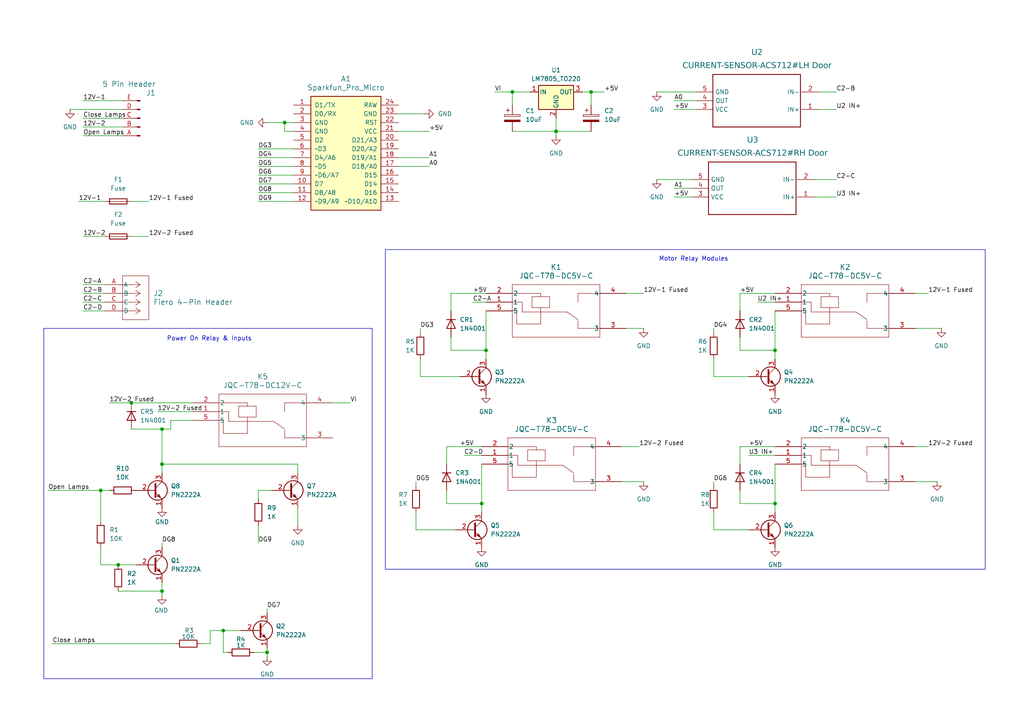
<source format=kicad_sch>
(kicad_sch
	(version 20231120)
	(generator "eeschema")
	(generator_version "8.0")
	(uuid "afb5fa71-9871-464f-83ed-5da2d12fe310")
	(paper "A4")
	(title_block
		(title "87-88 Pontiac Fiero OEM Drop-In Headlight Module")
		(date "2024-05-08")
		(rev "1.1")
		(comment 1 "https://www.hackster.io/walkertexan/fiero-headlight-controller-8eaa4c")
		(comment 2 "Based On An Original Schematic By WalkerTexan")
		(comment 3 "KiCad Schematic Layout by Ryan Blanchard")
	)
	(lib_symbols
		(symbol "Connector:Conn_01x05_Pin"
			(pin_names
				(offset 1.016) hide)
			(exclude_from_sim no)
			(in_bom yes)
			(on_board yes)
			(property "Reference" "J1"
				(at 13.97 -5.0799 0)
				(effects
					(font
						(size 1.524 1.524)
					)
					(justify left)
				)
			)
			(property "Value" "5 Pin Header"
				(at 2.032 -8.89 0)
				(effects
					(font
						(size 1.524 1.524)
					)
					(justify left)
				)
			)
			(property "Footprint" "Fiero:Fiero Headlight Controller 5-Pin"
				(at 0 0 0)
				(effects
					(font
						(size 1.27 1.27)
					)
					(hide yes)
				)
			)
			(property "Datasheet" "~"
				(at 0 0 0)
				(effects
					(font
						(size 1.27 1.27)
					)
					(hide yes)
				)
			)
			(property "Description" "Generic connector, single row, 01x05, script generated"
				(at 0 0 0)
				(effects
					(font
						(size 1.27 1.27)
					)
					(hide yes)
				)
			)
			(property "ki_locked" ""
				(at 0 0 0)
				(effects
					(font
						(size 1.27 1.27)
					)
				)
			)
			(property "ki_keywords" "connector"
				(at 0 0 0)
				(effects
					(font
						(size 1.27 1.27)
					)
					(hide yes)
				)
			)
			(property "ki_fp_filters" "Connector*:*_1x??_*"
				(at 0 0 0)
				(effects
					(font
						(size 1.27 1.27)
					)
					(hide yes)
				)
			)
			(symbol "Conn_01x05_Pin_1_1"
				(polyline
					(pts
						(xy 1.27 -5.08) (xy 0.8636 -5.08)
					)
					(stroke
						(width 0.1524)
						(type default)
					)
					(fill
						(type none)
					)
				)
				(polyline
					(pts
						(xy 1.27 -2.54) (xy 0.8636 -2.54)
					)
					(stroke
						(width 0.1524)
						(type default)
					)
					(fill
						(type none)
					)
				)
				(polyline
					(pts
						(xy 1.27 0) (xy 0.8636 0)
					)
					(stroke
						(width 0.1524)
						(type default)
					)
					(fill
						(type none)
					)
				)
				(polyline
					(pts
						(xy 1.27 2.54) (xy 0.8636 2.54)
					)
					(stroke
						(width 0.1524)
						(type default)
					)
					(fill
						(type none)
					)
				)
				(polyline
					(pts
						(xy 1.27 5.08) (xy 0.8636 5.08)
					)
					(stroke
						(width 0.1524)
						(type default)
					)
					(fill
						(type none)
					)
				)
				(rectangle
					(start 0.8636 -4.953)
					(end 0 -5.207)
					(stroke
						(width 0.1524)
						(type default)
					)
					(fill
						(type outline)
					)
				)
				(rectangle
					(start 0.8636 -2.413)
					(end 0 -2.667)
					(stroke
						(width 0.1524)
						(type default)
					)
					(fill
						(type outline)
					)
				)
				(rectangle
					(start 0.8636 0.127)
					(end 0 -0.127)
					(stroke
						(width 0.1524)
						(type default)
					)
					(fill
						(type outline)
					)
				)
				(rectangle
					(start 0.8636 2.667)
					(end 0 2.413)
					(stroke
						(width 0.1524)
						(type default)
					)
					(fill
						(type outline)
					)
				)
				(rectangle
					(start 0.8636 5.207)
					(end 0 4.953)
					(stroke
						(width 0.1524)
						(type default)
					)
					(fill
						(type outline)
					)
				)
				(pin passive line
					(at 5.08 5.08 180)
					(length 3.81)
					(name "Pin_A"
						(effects
							(font
								(size 1.27 1.27)
							)
						)
					)
					(number "A"
						(effects
							(font
								(size 1.27 1.27)
							)
						)
					)
				)
				(pin passive line
					(at 5.08 2.54 180)
					(length 3.81)
					(name "Pin_B"
						(effects
							(font
								(size 1.27 1.27)
							)
						)
					)
					(number "B"
						(effects
							(font
								(size 1.27 1.27)
							)
						)
					)
				)
				(pin passive line
					(at 5.08 0 180)
					(length 3.81)
					(name "Pin_C"
						(effects
							(font
								(size 1.27 1.27)
							)
						)
					)
					(number "C"
						(effects
							(font
								(size 1.27 1.27)
							)
						)
					)
				)
				(pin passive line
					(at 5.08 -2.54 180)
					(length 3.81)
					(name "Pin_D"
						(effects
							(font
								(size 1.27 1.27)
							)
						)
					)
					(number "D"
						(effects
							(font
								(size 1.27 1.27)
							)
						)
					)
				)
				(pin passive line
					(at 5.08 -5.08 180)
					(length 3.81)
					(name "Pin_E"
						(effects
							(font
								(size 1.27 1.27)
							)
						)
					)
					(number "E"
						(effects
							(font
								(size 1.27 1.27)
							)
						)
					)
				)
			)
		)
		(symbol "D_1"
			(pin_numbers hide)
			(pin_names
				(offset 1.016) hide)
			(exclude_from_sim no)
			(in_bom yes)
			(on_board yes)
			(property "Reference" "CR3"
				(at -1.2701 2.54 90)
				(effects
					(font
						(size 1.27 1.27)
					)
					(justify left)
				)
			)
			(property "Value" "1N4001"
				(at 1.2699 2.54 90)
				(effects
					(font
						(size 1.27 1.27)
					)
					(justify left)
				)
			)
			(property "Footprint" "Fiero:DIODE-1N4001"
				(at 0.254 -4.826 0)
				(effects
					(font
						(size 1.27 1.27)
					)
					(hide yes)
				)
			)
			(property "Datasheet" "~"
				(at -0.254 -3.048 0)
				(effects
					(font
						(size 1.27 1.27)
					)
					(hide yes)
				)
			)
			(property "Description" "Diode"
				(at 0.254 -6.858 0)
				(effects
					(font
						(size 1.27 1.27)
					)
					(hide yes)
				)
			)
			(property "Sim.Device" "D"
				(at -3.556 -3.048 0)
				(effects
					(font
						(size 1.27 1.27)
					)
					(hide yes)
				)
			)
			(property "Sim.Pins" "1=K 2=A"
				(at 0 -11.684 0)
				(effects
					(font
						(size 1.27 1.27)
					)
					(hide yes)
				)
			)
			(property "ki_keywords" "diode"
				(at 0 0 0)
				(effects
					(font
						(size 1.27 1.27)
					)
					(hide yes)
				)
			)
			(property "ki_fp_filters" "TO-???* *_Diode_* *SingleDiode* D_*"
				(at 0 0 0)
				(effects
					(font
						(size 1.27 1.27)
					)
					(hide yes)
				)
			)
			(symbol "D_1_0_1"
				(polyline
					(pts
						(xy -1.27 1.27) (xy -1.27 -1.27)
					)
					(stroke
						(width 0.254)
						(type default)
					)
					(fill
						(type none)
					)
				)
				(polyline
					(pts
						(xy 1.27 0) (xy -1.27 0)
					)
					(stroke
						(width 0)
						(type default)
					)
					(fill
						(type none)
					)
				)
				(polyline
					(pts
						(xy 1.27 1.27) (xy 1.27 -1.27) (xy -1.27 0) (xy 1.27 1.27)
					)
					(stroke
						(width 0.254)
						(type default)
					)
					(fill
						(type none)
					)
				)
			)
			(symbol "D_1_1_1"
				(pin passive line
					(at 3.81 0 180)
					(length 2.54)
					(name "A"
						(effects
							(font
								(size 1.27 1.27)
							)
						)
					)
					(number "A"
						(effects
							(font
								(size 1.27 1.27)
							)
						)
					)
				)
				(pin passive line
					(at -3.81 0 0)
					(length 2.54)
					(name "K"
						(effects
							(font
								(size 1.27 1.27)
							)
						)
					)
					(number "C"
						(effects
							(font
								(size 1.27 1.27)
							)
						)
					)
				)
			)
		)
		(symbol "D_2"
			(pin_numbers hide)
			(pin_names
				(offset 1.016) hide)
			(exclude_from_sim no)
			(in_bom yes)
			(on_board yes)
			(property "Reference" "CR5"
				(at -1.2701 2.54 90)
				(effects
					(font
						(size 1.27 1.27)
					)
					(justify left)
				)
			)
			(property "Value" "1N4001"
				(at 1.2699 2.54 90)
				(effects
					(font
						(size 1.27 1.27)
					)
					(justify left)
				)
			)
			(property "Footprint" "Fiero:DIODE-1N4001"
				(at 0 -5.842 0)
				(effects
					(font
						(size 1.27 1.27)
					)
					(hide yes)
				)
			)
			(property "Datasheet" "~"
				(at 0 0 0)
				(effects
					(font
						(size 1.27 1.27)
					)
					(hide yes)
				)
			)
			(property "Description" "Diode"
				(at 0 -8.636 0)
				(effects
					(font
						(size 1.27 1.27)
					)
					(hide yes)
				)
			)
			(property "Sim.Device" "D"
				(at 0 0 0)
				(effects
					(font
						(size 1.27 1.27)
					)
					(hide yes)
				)
			)
			(property "Sim.Pins" "1=K 2=A"
				(at 0 -3.302 0)
				(effects
					(font
						(size 1.27 1.27)
					)
					(hide yes)
				)
			)
			(property "ki_keywords" "diode"
				(at 0 0 0)
				(effects
					(font
						(size 1.27 1.27)
					)
					(hide yes)
				)
			)
			(property "ki_fp_filters" "TO-???* *_Diode_* *SingleDiode* D_*"
				(at 0 0 0)
				(effects
					(font
						(size 1.27 1.27)
					)
					(hide yes)
				)
			)
			(symbol "D_2_0_1"
				(polyline
					(pts
						(xy -1.27 1.27) (xy -1.27 -1.27)
					)
					(stroke
						(width 0.254)
						(type default)
					)
					(fill
						(type none)
					)
				)
				(polyline
					(pts
						(xy 1.27 0) (xy -1.27 0)
					)
					(stroke
						(width 0)
						(type default)
					)
					(fill
						(type none)
					)
				)
				(polyline
					(pts
						(xy 1.27 1.27) (xy 1.27 -1.27) (xy -1.27 0) (xy 1.27 1.27)
					)
					(stroke
						(width 0.254)
						(type default)
					)
					(fill
						(type none)
					)
				)
			)
			(symbol "D_2_1_1"
				(pin passive line
					(at 3.81 0 180)
					(length 2.54)
					(name "A"
						(effects
							(font
								(size 1.27 1.27)
							)
						)
					)
					(number "A"
						(effects
							(font
								(size 1.27 1.27)
							)
						)
					)
				)
				(pin passive line
					(at -3.81 0 0)
					(length 2.54)
					(name "K"
						(effects
							(font
								(size 1.27 1.27)
							)
						)
					)
					(number "C"
						(effects
							(font
								(size 1.27 1.27)
							)
						)
					)
				)
			)
		)
		(symbol "D_3"
			(pin_numbers hide)
			(pin_names
				(offset 1.016) hide)
			(exclude_from_sim no)
			(in_bom yes)
			(on_board yes)
			(property "Reference" "CR1"
				(at -1.2701 2.54 90)
				(effects
					(font
						(size 1.27 1.27)
					)
					(justify left)
				)
			)
			(property "Value" "1N4001"
				(at 1.2699 2.54 90)
				(effects
					(font
						(size 1.27 1.27)
					)
					(justify left)
				)
			)
			(property "Footprint" "Fiero:DIODE-1N4001"
				(at 0 0 0)
				(effects
					(font
						(size 1.27 1.27)
					)
					(hide yes)
				)
			)
			(property "Datasheet" "~"
				(at 0 0 0)
				(effects
					(font
						(size 1.27 1.27)
					)
					(hide yes)
				)
			)
			(property "Description" "Diode"
				(at 0 0 0)
				(effects
					(font
						(size 1.27 1.27)
					)
					(hide yes)
				)
			)
			(property "Sim.Device" "D"
				(at 0 0 0)
				(effects
					(font
						(size 1.27 1.27)
					)
					(hide yes)
				)
			)
			(property "Sim.Pins" "1=K 2=A"
				(at 0 0 0)
				(effects
					(font
						(size 1.27 1.27)
					)
					(hide yes)
				)
			)
			(property "ki_keywords" "diode"
				(at 0 0 0)
				(effects
					(font
						(size 1.27 1.27)
					)
					(hide yes)
				)
			)
			(property "ki_fp_filters" "TO-???* *_Diode_* *SingleDiode* D_*"
				(at 0 0 0)
				(effects
					(font
						(size 1.27 1.27)
					)
					(hide yes)
				)
			)
			(symbol "D_3_0_1"
				(polyline
					(pts
						(xy -1.27 1.27) (xy -1.27 -1.27)
					)
					(stroke
						(width 0.254)
						(type default)
					)
					(fill
						(type none)
					)
				)
				(polyline
					(pts
						(xy 1.27 0) (xy -1.27 0)
					)
					(stroke
						(width 0)
						(type default)
					)
					(fill
						(type none)
					)
				)
				(polyline
					(pts
						(xy 1.27 1.27) (xy 1.27 -1.27) (xy -1.27 0) (xy 1.27 1.27)
					)
					(stroke
						(width 0.254)
						(type default)
					)
					(fill
						(type none)
					)
				)
			)
			(symbol "D_3_1_1"
				(pin passive line
					(at 3.81 0 180)
					(length 2.54)
					(name "A"
						(effects
							(font
								(size 1.27 1.27)
							)
						)
					)
					(number "A"
						(effects
							(font
								(size 1.27 1.27)
							)
						)
					)
				)
				(pin passive line
					(at -3.81 0 0)
					(length 2.54)
					(name "K"
						(effects
							(font
								(size 1.27 1.27)
							)
						)
					)
					(number "C"
						(effects
							(font
								(size 1.27 1.27)
							)
						)
					)
				)
			)
		)
		(symbol "D_4"
			(pin_numbers hide)
			(pin_names
				(offset 1.016) hide)
			(exclude_from_sim no)
			(in_bom yes)
			(on_board yes)
			(property "Reference" "CR2"
				(at -1.2701 2.54 90)
				(effects
					(font
						(size 1.27 1.27)
					)
					(justify left)
				)
			)
			(property "Value" "1N4001"
				(at 1.2699 2.54 90)
				(effects
					(font
						(size 1.27 1.27)
					)
					(justify left)
				)
			)
			(property "Footprint" "Fiero:DIODE-1N4001"
				(at 0 0 0)
				(effects
					(font
						(size 1.27 1.27)
					)
					(hide yes)
				)
			)
			(property "Datasheet" "~"
				(at 0 0 0)
				(effects
					(font
						(size 1.27 1.27)
					)
					(hide yes)
				)
			)
			(property "Description" "Diode"
				(at 0 0 0)
				(effects
					(font
						(size 1.27 1.27)
					)
					(hide yes)
				)
			)
			(property "Sim.Device" "D"
				(at 0 0 0)
				(effects
					(font
						(size 1.27 1.27)
					)
					(hide yes)
				)
			)
			(property "Sim.Pins" "1=K 2=A"
				(at 0 0 0)
				(effects
					(font
						(size 1.27 1.27)
					)
					(hide yes)
				)
			)
			(property "ki_keywords" "diode"
				(at 0 0 0)
				(effects
					(font
						(size 1.27 1.27)
					)
					(hide yes)
				)
			)
			(property "ki_fp_filters" "TO-???* *_Diode_* *SingleDiode* D_*"
				(at 0 0 0)
				(effects
					(font
						(size 1.27 1.27)
					)
					(hide yes)
				)
			)
			(symbol "D_4_0_1"
				(polyline
					(pts
						(xy -1.27 1.27) (xy -1.27 -1.27)
					)
					(stroke
						(width 0.254)
						(type default)
					)
					(fill
						(type none)
					)
				)
				(polyline
					(pts
						(xy 1.27 0) (xy -1.27 0)
					)
					(stroke
						(width 0)
						(type default)
					)
					(fill
						(type none)
					)
				)
				(polyline
					(pts
						(xy 1.27 1.27) (xy 1.27 -1.27) (xy -1.27 0) (xy 1.27 1.27)
					)
					(stroke
						(width 0.254)
						(type default)
					)
					(fill
						(type none)
					)
				)
			)
			(symbol "D_4_1_1"
				(pin passive line
					(at 3.81 0 180)
					(length 2.54)
					(name "A"
						(effects
							(font
								(size 1.27 1.27)
							)
						)
					)
					(number "A"
						(effects
							(font
								(size 1.27 1.27)
							)
						)
					)
				)
				(pin passive line
					(at -3.81 0 0)
					(length 2.54)
					(name "K"
						(effects
							(font
								(size 1.27 1.27)
							)
						)
					)
					(number "C"
						(effects
							(font
								(size 1.27 1.27)
							)
						)
					)
				)
			)
		)
		(symbol "Device:C_Polarized"
			(pin_numbers hide)
			(pin_names
				(offset 0.254)
			)
			(exclude_from_sim no)
			(in_bom yes)
			(on_board yes)
			(property "Reference" "C"
				(at 0.635 2.54 0)
				(effects
					(font
						(size 1.27 1.27)
					)
					(justify left)
				)
			)
			(property "Value" "C_Polarized"
				(at 0.635 -2.54 0)
				(effects
					(font
						(size 1.27 1.27)
					)
					(justify left)
				)
			)
			(property "Footprint" ""
				(at 0.9652 -3.81 0)
				(effects
					(font
						(size 1.27 1.27)
					)
					(hide yes)
				)
			)
			(property "Datasheet" "~"
				(at 0 0 0)
				(effects
					(font
						(size 1.27 1.27)
					)
					(hide yes)
				)
			)
			(property "Description" "Polarized capacitor"
				(at 0 0 0)
				(effects
					(font
						(size 1.27 1.27)
					)
					(hide yes)
				)
			)
			(property "ki_keywords" "cap capacitor"
				(at 0 0 0)
				(effects
					(font
						(size 1.27 1.27)
					)
					(hide yes)
				)
			)
			(property "ki_fp_filters" "CP_*"
				(at 0 0 0)
				(effects
					(font
						(size 1.27 1.27)
					)
					(hide yes)
				)
			)
			(symbol "C_Polarized_0_1"
				(rectangle
					(start -2.286 0.508)
					(end 2.286 1.016)
					(stroke
						(width 0)
						(type default)
					)
					(fill
						(type none)
					)
				)
				(polyline
					(pts
						(xy -1.778 2.286) (xy -0.762 2.286)
					)
					(stroke
						(width 0)
						(type default)
					)
					(fill
						(type none)
					)
				)
				(polyline
					(pts
						(xy -1.27 2.794) (xy -1.27 1.778)
					)
					(stroke
						(width 0)
						(type default)
					)
					(fill
						(type none)
					)
				)
				(rectangle
					(start 2.286 -0.508)
					(end -2.286 -1.016)
					(stroke
						(width 0)
						(type default)
					)
					(fill
						(type outline)
					)
				)
			)
			(symbol "C_Polarized_1_1"
				(pin passive line
					(at 0 3.81 270)
					(length 2.794)
					(name "~"
						(effects
							(font
								(size 1.27 1.27)
							)
						)
					)
					(number "1"
						(effects
							(font
								(size 1.27 1.27)
							)
						)
					)
				)
				(pin passive line
					(at 0 -3.81 90)
					(length 2.794)
					(name "~"
						(effects
							(font
								(size 1.27 1.27)
							)
						)
					)
					(number "2"
						(effects
							(font
								(size 1.27 1.27)
							)
						)
					)
				)
			)
		)
		(symbol "Device:D"
			(pin_numbers hide)
			(pin_names
				(offset 1.016) hide)
			(exclude_from_sim no)
			(in_bom yes)
			(on_board yes)
			(property "Reference" "CR4"
				(at -1.2701 2.54 90)
				(effects
					(font
						(size 1.27 1.27)
					)
					(justify left)
				)
			)
			(property "Value" "1N4001"
				(at 1.2699 2.54 90)
				(effects
					(font
						(size 1.27 1.27)
					)
					(justify left)
				)
			)
			(property "Footprint" "Fiero:DIODE-1N4001"
				(at 0 0 0)
				(effects
					(font
						(size 1.27 1.27)
					)
					(hide yes)
				)
			)
			(property "Datasheet" "~"
				(at 0 0 0)
				(effects
					(font
						(size 1.27 1.27)
					)
					(hide yes)
				)
			)
			(property "Description" "Diode"
				(at 0 0 0)
				(effects
					(font
						(size 1.27 1.27)
					)
					(hide yes)
				)
			)
			(property "Sim.Device" "D"
				(at 0 0 0)
				(effects
					(font
						(size 1.27 1.27)
					)
					(hide yes)
				)
			)
			(property "Sim.Pins" "1=K 2=A"
				(at 0 0 0)
				(effects
					(font
						(size 1.27 1.27)
					)
					(hide yes)
				)
			)
			(property "ki_keywords" "diode"
				(at 0 0 0)
				(effects
					(font
						(size 1.27 1.27)
					)
					(hide yes)
				)
			)
			(property "ki_fp_filters" "TO-???* *_Diode_* *SingleDiode* D_*"
				(at 0 0 0)
				(effects
					(font
						(size 1.27 1.27)
					)
					(hide yes)
				)
			)
			(symbol "D_0_1"
				(polyline
					(pts
						(xy -1.27 1.27) (xy -1.27 -1.27)
					)
					(stroke
						(width 0.254)
						(type default)
					)
					(fill
						(type none)
					)
				)
				(polyline
					(pts
						(xy 1.27 0) (xy -1.27 0)
					)
					(stroke
						(width 0)
						(type default)
					)
					(fill
						(type none)
					)
				)
				(polyline
					(pts
						(xy 1.27 1.27) (xy 1.27 -1.27) (xy -1.27 0) (xy 1.27 1.27)
					)
					(stroke
						(width 0.254)
						(type default)
					)
					(fill
						(type none)
					)
				)
			)
			(symbol "D_1_1"
				(pin passive line
					(at 3.81 0 180)
					(length 2.54)
					(name "A"
						(effects
							(font
								(size 1.27 1.27)
							)
						)
					)
					(number "A"
						(effects
							(font
								(size 1.27 1.27)
							)
						)
					)
				)
				(pin passive line
					(at -3.81 0 0)
					(length 2.54)
					(name "K"
						(effects
							(font
								(size 1.27 1.27)
							)
						)
					)
					(number "C"
						(effects
							(font
								(size 1.27 1.27)
							)
						)
					)
				)
			)
		)
		(symbol "Device:Fuse"
			(pin_numbers hide)
			(pin_names
				(offset 0)
			)
			(exclude_from_sim no)
			(in_bom yes)
			(on_board yes)
			(property "Reference" "F"
				(at 2.032 0 90)
				(effects
					(font
						(size 1.27 1.27)
					)
				)
			)
			(property "Value" "Fuse"
				(at -1.905 0 90)
				(effects
					(font
						(size 1.27 1.27)
					)
				)
			)
			(property "Footprint" ""
				(at -1.778 0 90)
				(effects
					(font
						(size 1.27 1.27)
					)
					(hide yes)
				)
			)
			(property "Datasheet" "~"
				(at 0 0 0)
				(effects
					(font
						(size 1.27 1.27)
					)
					(hide yes)
				)
			)
			(property "Description" "Fuse"
				(at 0 0 0)
				(effects
					(font
						(size 1.27 1.27)
					)
					(hide yes)
				)
			)
			(property "ki_keywords" "fuse"
				(at 0 0 0)
				(effects
					(font
						(size 1.27 1.27)
					)
					(hide yes)
				)
			)
			(property "ki_fp_filters" "*Fuse*"
				(at 0 0 0)
				(effects
					(font
						(size 1.27 1.27)
					)
					(hide yes)
				)
			)
			(symbol "Fuse_0_1"
				(rectangle
					(start -0.762 -2.54)
					(end 0.762 2.54)
					(stroke
						(width 0.254)
						(type default)
					)
					(fill
						(type none)
					)
				)
				(polyline
					(pts
						(xy 0 2.54) (xy 0 -2.54)
					)
					(stroke
						(width 0)
						(type default)
					)
					(fill
						(type none)
					)
				)
			)
			(symbol "Fuse_1_1"
				(pin passive line
					(at 0 3.81 270)
					(length 1.27)
					(name "~"
						(effects
							(font
								(size 1.27 1.27)
							)
						)
					)
					(number "1"
						(effects
							(font
								(size 1.27 1.27)
							)
						)
					)
				)
				(pin passive line
					(at 0 -3.81 90)
					(length 1.27)
					(name "~"
						(effects
							(font
								(size 1.27 1.27)
							)
						)
					)
					(number "2"
						(effects
							(font
								(size 1.27 1.27)
							)
						)
					)
				)
			)
		)
		(symbol "Device:R"
			(pin_numbers hide)
			(pin_names
				(offset 0)
			)
			(exclude_from_sim no)
			(in_bom yes)
			(on_board yes)
			(property "Reference" "R"
				(at 2.032 0 90)
				(effects
					(font
						(size 1.27 1.27)
					)
				)
			)
			(property "Value" "R"
				(at 0 0 90)
				(effects
					(font
						(size 1.27 1.27)
					)
				)
			)
			(property "Footprint" ""
				(at -1.778 0 90)
				(effects
					(font
						(size 1.27 1.27)
					)
					(hide yes)
				)
			)
			(property "Datasheet" "~"
				(at 0 0 0)
				(effects
					(font
						(size 1.27 1.27)
					)
					(hide yes)
				)
			)
			(property "Description" "Resistor"
				(at 0 0 0)
				(effects
					(font
						(size 1.27 1.27)
					)
					(hide yes)
				)
			)
			(property "ki_keywords" "R res resistor"
				(at 0 0 0)
				(effects
					(font
						(size 1.27 1.27)
					)
					(hide yes)
				)
			)
			(property "ki_fp_filters" "R_*"
				(at 0 0 0)
				(effects
					(font
						(size 1.27 1.27)
					)
					(hide yes)
				)
			)
			(symbol "R_0_1"
				(rectangle
					(start -1.016 -2.54)
					(end 1.016 2.54)
					(stroke
						(width 0.254)
						(type default)
					)
					(fill
						(type none)
					)
				)
			)
			(symbol "R_1_1"
				(pin passive line
					(at 0 3.81 270)
					(length 1.27)
					(name "~"
						(effects
							(font
								(size 1.27 1.27)
							)
						)
					)
					(number "1"
						(effects
							(font
								(size 1.27 1.27)
							)
						)
					)
				)
				(pin passive line
					(at 0 -3.81 90)
					(length 1.27)
					(name "~"
						(effects
							(font
								(size 1.27 1.27)
							)
						)
					)
					(number "2"
						(effects
							(font
								(size 1.27 1.27)
							)
						)
					)
				)
			)
		)
		(symbol "Fiero:CURRENT-SENSOR-ACS712#IC"
			(exclude_from_sim no)
			(in_bom yes)
			(on_board yes)
			(property "Reference" "1"
				(at -0.635 12.3825 0)
				(effects
					(font
						(face "Arial")
						(size 1.6891 1.6891)
					)
					(justify left top)
				)
			)
			(property "Value" "CURRENT-SENSOR-ACS712#LH Door"
				(at -0.635 10.0711 0)
				(effects
					(font
						(face "Arial")
						(size 1.6891 1.6891)
					)
					(justify left top)
				)
			)
			(property "Footprint" ""
				(at 0 0 0)
				(effects
					(font
						(size 1.27 1.27)
					)
					(hide yes)
				)
			)
			(property "Datasheet" ""
				(at 0 0 0)
				(effects
					(font
						(size 1.27 1.27)
					)
					(hide yes)
				)
			)
			(property "Description" ""
				(at 0 0 0)
				(effects
					(font
						(size 1.27 1.27)
					)
					(hide yes)
				)
			)
			(symbol "CURRENT-SENSOR-ACS712#IC_0_0"
				(polyline
					(pts
						(xy -12.954 -7.62) (xy -12.954 7.62)
					)
					(stroke
						(width 0.254)
						(type solid)
					)
					(fill
						(type none)
					)
				)
				(polyline
					(pts
						(xy -12.954 7.62) (xy 12.446 7.62)
					)
					(stroke
						(width 0.254)
						(type solid)
					)
					(fill
						(type none)
					)
				)
				(polyline
					(pts
						(xy 12.446 -7.62) (xy -12.954 -7.62)
					)
					(stroke
						(width 0.254)
						(type solid)
					)
					(fill
						(type none)
					)
				)
				(polyline
					(pts
						(xy 12.446 -7.62) (xy 12.446 7.62)
					)
					(stroke
						(width 0.254)
						(type solid)
					)
					(fill
						(type none)
					)
				)
				(pin bidirectional line
					(at 17.78 -2.54 180)
					(length 4.9784)
					(name "IN+"
						(effects
							(font
								(size 1.27 1.27)
							)
						)
					)
					(number "1"
						(effects
							(font
								(size 1.27 1.27)
							)
						)
					)
				)
				(pin bidirectional line
					(at 17.78 2.54 180)
					(length 4.9784)
					(name "IN-"
						(effects
							(font
								(size 1.27 1.27)
							)
						)
					)
					(number "2"
						(effects
							(font
								(size 1.27 1.27)
							)
						)
					)
				)
				(pin bidirectional line
					(at -17.78 -2.54 0)
					(length 4.9784)
					(name "VCC"
						(effects
							(font
								(size 1.27 1.27)
							)
						)
					)
					(number "3"
						(effects
							(font
								(size 1.27 1.27)
							)
						)
					)
				)
				(pin bidirectional line
					(at -17.78 0 0)
					(length 4.9784)
					(name "OUT"
						(effects
							(font
								(size 1.27 1.27)
							)
						)
					)
					(number "4"
						(effects
							(font
								(size 1.27 1.27)
							)
						)
					)
				)
				(pin bidirectional line
					(at -17.78 2.54 0)
					(length 4.9784)
					(name "GND"
						(effects
							(font
								(size 1.27 1.27)
							)
						)
					)
					(number "5"
						(effects
							(font
								(size 1.27 1.27)
							)
						)
					)
				)
			)
		)
		(symbol "Fiero:SRD-05VDC-SL-C"
			(pin_names
				(offset 0.254)
			)
			(exclude_from_sim no)
			(in_bom yes)
			(on_board yes)
			(property "Reference" "K5"
				(at 20.32 10.16 0)
				(effects
					(font
						(size 1.524 1.524)
					)
				)
			)
			(property "Value" "JQC-T78-DC12V-C"
				(at 20.32 7.62 0)
				(effects
					(font
						(size 1.524 1.524)
					)
				)
			)
			(property "Footprint" "Fiero:JQC-T78-DC5V-C"
				(at 21.082 -12.954 0)
				(effects
					(font
						(size 1.27 1.27)
						(italic yes)
					)
					(hide yes)
				)
			)
			(property "Datasheet" "SRD-05VDC-SL-C"
				(at 21.59 -15.748 0)
				(effects
					(font
						(size 1.27 1.27)
						(italic yes)
					)
					(hide yes)
				)
			)
			(property "Description" ""
				(at 0 0 0)
				(effects
					(font
						(size 1.27 1.27)
					)
					(hide yes)
				)
			)
			(property "ki_locked" ""
				(at 0 0 0)
				(effects
					(font
						(size 1.27 1.27)
					)
				)
			)
			(property "ki_keywords" "SRD-05VDC-SL-C"
				(at 0 0 0)
				(effects
					(font
						(size 1.27 1.27)
					)
					(hide yes)
				)
			)
			(property "ki_fp_filters" "RELAY_SRD-05VDC-SL-C_MCE"
				(at 0 0 0)
				(effects
					(font
						(size 1.27 1.27)
					)
					(hide yes)
				)
			)
			(symbol "SRD-05VDC-SL-C_0_1"
				(polyline
					(pts
						(xy 7.62 -10.16) (xy 33.02 -10.16)
					)
					(stroke
						(width 0.127)
						(type default)
					)
					(fill
						(type none)
					)
				)
				(polyline
					(pts
						(xy 7.62 -2.54) (xy 8.89 -2.54)
					)
					(stroke
						(width 0.127)
						(type default)
					)
					(fill
						(type none)
					)
				)
				(polyline
					(pts
						(xy 7.62 0) (xy 10.4775 0)
					)
					(stroke
						(width 0.127)
						(type default)
					)
					(fill
						(type none)
					)
				)
				(polyline
					(pts
						(xy 7.62 2.54) (xy 15.875 2.54)
					)
					(stroke
						(width 0.127)
						(type default)
					)
					(fill
						(type none)
					)
				)
				(polyline
					(pts
						(xy 7.62 5.08) (xy 7.62 -10.16)
					)
					(stroke
						(width 0.127)
						(type default)
					)
					(fill
						(type none)
					)
				)
				(polyline
					(pts
						(xy 8.89 -6.35) (xy 15.875 -6.35)
					)
					(stroke
						(width 0.127)
						(type default)
					)
					(fill
						(type none)
					)
				)
				(polyline
					(pts
						(xy 8.89 -2.54) (xy 8.89 -6.35)
					)
					(stroke
						(width 0.127)
						(type default)
					)
					(fill
						(type none)
					)
				)
				(polyline
					(pts
						(xy 10.4775 -2.8575) (xy 23.495 -2.8575)
					)
					(stroke
						(width 0.127)
						(type default)
					)
					(fill
						(type none)
					)
				)
				(polyline
					(pts
						(xy 10.4775 0) (xy 10.4775 -2.8575)
					)
					(stroke
						(width 0.127)
						(type default)
					)
					(fill
						(type none)
					)
				)
				(polyline
					(pts
						(xy 13.335 -1.5875) (xy 13.335 1.5875)
					)
					(stroke
						(width 0.127)
						(type default)
					)
					(fill
						(type none)
					)
				)
				(polyline
					(pts
						(xy 13.335 1.5875) (xy 18.415 1.5875)
					)
					(stroke
						(width 0.127)
						(type default)
					)
					(fill
						(type none)
					)
				)
				(polyline
					(pts
						(xy 15.875 -6.35) (xy 15.875 -1.5875)
					)
					(stroke
						(width 0.127)
						(type default)
					)
					(fill
						(type none)
					)
				)
				(polyline
					(pts
						(xy 15.875 2.54) (xy 15.875 1.5875)
					)
					(stroke
						(width 0.127)
						(type default)
					)
					(fill
						(type none)
					)
				)
				(polyline
					(pts
						(xy 18.415 -1.5875) (xy 13.335 -1.5875)
					)
					(stroke
						(width 0.127)
						(type default)
					)
					(fill
						(type none)
					)
				)
				(polyline
					(pts
						(xy 18.415 1.5875) (xy 18.415 -1.5875)
					)
					(stroke
						(width 0.127)
						(type default)
					)
					(fill
						(type none)
					)
				)
				(polyline
					(pts
						(xy 23.495 -2.8575) (xy 26.67 -5.08)
					)
					(stroke
						(width 0.127)
						(type default)
					)
					(fill
						(type none)
					)
				)
				(polyline
					(pts
						(xy 26.67 -7.62) (xy 33.02 -7.62)
					)
					(stroke
						(width 0.127)
						(type default)
					)
					(fill
						(type none)
					)
				)
				(polyline
					(pts
						(xy 26.67 -5.3975) (xy 26.67 -7.62)
					)
					(stroke
						(width 0.127)
						(type default)
					)
					(fill
						(type none)
					)
				)
				(polyline
					(pts
						(xy 26.67 2.54) (xy 26.67 0)
					)
					(stroke
						(width 0.127)
						(type default)
					)
					(fill
						(type none)
					)
				)
				(polyline
					(pts
						(xy 33.02 -10.16) (xy 33.02 5.08)
					)
					(stroke
						(width 0.127)
						(type default)
					)
					(fill
						(type none)
					)
				)
				(polyline
					(pts
						(xy 33.02 2.54) (xy 26.67 2.54)
					)
					(stroke
						(width 0.127)
						(type default)
					)
					(fill
						(type none)
					)
				)
				(polyline
					(pts
						(xy 33.02 5.08) (xy 7.62 5.08)
					)
					(stroke
						(width 0.127)
						(type default)
					)
					(fill
						(type none)
					)
				)
				(pin unspecified line
					(at 0 0 0)
					(length 7.62)
					(name "1"
						(effects
							(font
								(size 1.27 1.27)
							)
						)
					)
					(number "1"
						(effects
							(font
								(size 1.27 1.27)
							)
						)
					)
				)
				(pin unspecified line
					(at 0 2.54 0)
					(length 7.62)
					(name "2"
						(effects
							(font
								(size 1.27 1.27)
							)
						)
					)
					(number "2"
						(effects
							(font
								(size 1.27 1.27)
							)
						)
					)
				)
				(pin unspecified line
					(at 40.64 -7.62 180)
					(length 7.62)
					(name "3"
						(effects
							(font
								(size 1.27 1.27)
							)
						)
					)
					(number "3"
						(effects
							(font
								(size 1.27 1.27)
							)
						)
					)
				)
				(pin unspecified line
					(at 40.64 2.54 180)
					(length 7.62)
					(name "4"
						(effects
							(font
								(size 1.27 1.27)
							)
						)
					)
					(number "4"
						(effects
							(font
								(size 1.27 1.27)
							)
						)
					)
				)
			)
			(symbol "SRD-05VDC-SL-C_1_1"
				(pin unspecified line
					(at 0 -2.54 0)
					(length 7.62)
					(name "5"
						(effects
							(font
								(size 1.27 1.27)
							)
						)
					)
					(number "5"
						(effects
							(font
								(size 1.27 1.27)
							)
						)
					)
				)
			)
		)
		(symbol "Fiero:Sparkfun_Pro_Micro"
			(pin_names
				(offset 1.016)
			)
			(exclude_from_sim no)
			(in_bom yes)
			(on_board yes)
			(property "Reference" "U"
				(at -8.89 21.59 0)
				(effects
					(font
						(size 1.524 1.524)
					)
				)
			)
			(property "Value" "Sparkfun_Pro_Micro"
				(at 0 19.05 0)
				(effects
					(font
						(size 1.524 1.524)
					)
				)
			)
			(property "Footprint" "Arduino:Sparkfun_Pro_Micro"
				(at 0 -16.51 0)
				(effects
					(font
						(size 1.524 1.524)
					)
					(hide yes)
				)
			)
			(property "Datasheet" "https://www.sparkfun.com/products/12640"
				(at 2.54 -26.67 0)
				(effects
					(font
						(size 1.524 1.524)
					)
					(hide yes)
				)
			)
			(property "Description" "Sparkfun Pro Micro"
				(at 0 0 0)
				(effects
					(font
						(size 1.27 1.27)
					)
					(hide yes)
				)
			)
			(property "ki_keywords" "Arduino Sparkfun pro micro microcontroller module USB"
				(at 0 0 0)
				(effects
					(font
						(size 1.27 1.27)
					)
					(hide yes)
				)
			)
			(symbol "Sparkfun_Pro_Micro_0_1"
				(rectangle
					(start -10.16 17.78)
					(end 10.16 -15.24)
					(stroke
						(width 0.254)
						(type solid)
					)
					(fill
						(type background)
					)
				)
			)
			(symbol "Sparkfun_Pro_Micro_1_1"
				(pin bidirectional line
					(at -15.24 15.24 0)
					(length 5.08)
					(name "D1/TX"
						(effects
							(font
								(size 1.27 1.27)
							)
						)
					)
					(number "1"
						(effects
							(font
								(size 1.27 1.27)
							)
						)
					)
				)
				(pin bidirectional line
					(at -15.24 -7.62 0)
					(length 5.08)
					(name "D7"
						(effects
							(font
								(size 1.27 1.27)
							)
						)
					)
					(number "10"
						(effects
							(font
								(size 1.27 1.27)
							)
						)
					)
				)
				(pin bidirectional line
					(at -15.24 -10.16 0)
					(length 5.08)
					(name "D8/A8"
						(effects
							(font
								(size 1.27 1.27)
							)
						)
					)
					(number "11"
						(effects
							(font
								(size 1.27 1.27)
							)
						)
					)
				)
				(pin bidirectional line
					(at -15.24 -12.7 0)
					(length 5.08)
					(name "~D9/A9"
						(effects
							(font
								(size 1.27 1.27)
							)
						)
					)
					(number "12"
						(effects
							(font
								(size 1.27 1.27)
							)
						)
					)
				)
				(pin bidirectional line
					(at 15.24 -12.7 180)
					(length 5.08)
					(name "~D10/A10"
						(effects
							(font
								(size 1.27 1.27)
							)
						)
					)
					(number "13"
						(effects
							(font
								(size 1.27 1.27)
							)
						)
					)
				)
				(pin bidirectional line
					(at 15.24 -10.16 180)
					(length 5.08)
					(name "D16"
						(effects
							(font
								(size 1.27 1.27)
							)
						)
					)
					(number "14"
						(effects
							(font
								(size 1.27 1.27)
							)
						)
					)
				)
				(pin bidirectional line
					(at 15.24 -7.62 180)
					(length 5.08)
					(name "D14"
						(effects
							(font
								(size 1.27 1.27)
							)
						)
					)
					(number "15"
						(effects
							(font
								(size 1.27 1.27)
							)
						)
					)
				)
				(pin bidirectional line
					(at 15.24 -5.08 180)
					(length 5.08)
					(name "D15"
						(effects
							(font
								(size 1.27 1.27)
							)
						)
					)
					(number "16"
						(effects
							(font
								(size 1.27 1.27)
							)
						)
					)
				)
				(pin bidirectional line
					(at 15.24 -2.54 180)
					(length 5.08)
					(name "D18/A0"
						(effects
							(font
								(size 1.27 1.27)
							)
						)
					)
					(number "17"
						(effects
							(font
								(size 1.27 1.27)
							)
						)
					)
				)
				(pin bidirectional line
					(at 15.24 0 180)
					(length 5.08)
					(name "D19/A1"
						(effects
							(font
								(size 1.27 1.27)
							)
						)
					)
					(number "18"
						(effects
							(font
								(size 1.27 1.27)
							)
						)
					)
				)
				(pin bidirectional line
					(at 15.24 2.54 180)
					(length 5.08)
					(name "D20/A2"
						(effects
							(font
								(size 1.27 1.27)
							)
						)
					)
					(number "19"
						(effects
							(font
								(size 1.27 1.27)
							)
						)
					)
				)
				(pin bidirectional line
					(at -15.24 12.7 0)
					(length 5.08)
					(name "D0/RX"
						(effects
							(font
								(size 1.27 1.27)
							)
						)
					)
					(number "2"
						(effects
							(font
								(size 1.27 1.27)
							)
						)
					)
				)
				(pin bidirectional line
					(at 15.24 5.08 180)
					(length 5.08)
					(name "D21/A3"
						(effects
							(font
								(size 1.27 1.27)
							)
						)
					)
					(number "20"
						(effects
							(font
								(size 1.27 1.27)
							)
						)
					)
				)
				(pin power_in line
					(at 15.24 7.62 180)
					(length 5.08)
					(name "VCC"
						(effects
							(font
								(size 1.27 1.27)
							)
						)
					)
					(number "21"
						(effects
							(font
								(size 1.27 1.27)
							)
						)
					)
				)
				(pin input line
					(at 15.24 10.16 180)
					(length 5.08)
					(name "RST"
						(effects
							(font
								(size 1.27 1.27)
							)
						)
					)
					(number "22"
						(effects
							(font
								(size 1.27 1.27)
							)
						)
					)
				)
				(pin power_in line
					(at 15.24 12.7 180)
					(length 5.08)
					(name "GND"
						(effects
							(font
								(size 1.27 1.27)
							)
						)
					)
					(number "23"
						(effects
							(font
								(size 1.27 1.27)
							)
						)
					)
				)
				(pin power_in line
					(at 15.24 15.24 180)
					(length 5.08)
					(name "RAW"
						(effects
							(font
								(size 1.27 1.27)
							)
						)
					)
					(number "24"
						(effects
							(font
								(size 1.27 1.27)
							)
						)
					)
				)
				(pin power_in line
					(at -15.24 10.16 0)
					(length 5.08)
					(name "GND"
						(effects
							(font
								(size 1.27 1.27)
							)
						)
					)
					(number "3"
						(effects
							(font
								(size 1.27 1.27)
							)
						)
					)
				)
				(pin power_in line
					(at -15.24 7.62 0)
					(length 5.08)
					(name "GND"
						(effects
							(font
								(size 1.27 1.27)
							)
						)
					)
					(number "4"
						(effects
							(font
								(size 1.27 1.27)
							)
						)
					)
				)
				(pin bidirectional line
					(at -15.24 5.08 0)
					(length 5.08)
					(name "D2"
						(effects
							(font
								(size 1.27 1.27)
							)
						)
					)
					(number "5"
						(effects
							(font
								(size 1.27 1.27)
							)
						)
					)
				)
				(pin bidirectional line
					(at -15.24 2.54 0)
					(length 5.08)
					(name "~D3"
						(effects
							(font
								(size 1.27 1.27)
							)
						)
					)
					(number "6"
						(effects
							(font
								(size 1.27 1.27)
							)
						)
					)
				)
				(pin bidirectional line
					(at -15.24 0 0)
					(length 5.08)
					(name "D4/A6"
						(effects
							(font
								(size 1.27 1.27)
							)
						)
					)
					(number "7"
						(effects
							(font
								(size 1.27 1.27)
							)
						)
					)
				)
				(pin bidirectional line
					(at -15.24 -2.54 0)
					(length 5.08)
					(name "~D5"
						(effects
							(font
								(size 1.27 1.27)
							)
						)
					)
					(number "8"
						(effects
							(font
								(size 1.27 1.27)
							)
						)
					)
				)
				(pin bidirectional line
					(at -15.24 -5.08 0)
					(length 5.08)
					(name "~D6/A7"
						(effects
							(font
								(size 1.27 1.27)
							)
						)
					)
					(number "9"
						(effects
							(font
								(size 1.27 1.27)
							)
						)
					)
				)
			)
		)
		(symbol "Molex Power:Molex 4 Pin ATX"
			(pin_names
				(offset 0.254)
			)
			(exclude_from_sim no)
			(in_bom yes)
			(on_board yes)
			(property "Reference" "J2"
				(at 13.97 -2.5399 0)
				(effects
					(font
						(size 1.524 1.524)
					)
					(justify left)
				)
			)
			(property "Value" "Fiero 4-Pin Header"
				(at 13.97 -5.0799 0)
				(effects
					(font
						(size 1.524 1.524)
					)
					(justify left)
				)
			)
			(property "Footprint" "Fiero:Fiero Headlight Controller 4-Pin"
				(at 8.636 -13.716 0)
				(effects
					(font
						(size 1.27 1.27)
						(italic yes)
					)
					(hide yes)
				)
			)
			(property "Datasheet" "1724480004"
				(at 8.382 -11.684 0)
				(effects
					(font
						(size 1.27 1.27)
						(italic yes)
					)
					(hide yes)
				)
			)
			(property "Description" ""
				(at 0 0 0)
				(effects
					(font
						(size 1.27 1.27)
					)
					(hide yes)
				)
			)
			(property "ki_locked" ""
				(at 0 0 0)
				(effects
					(font
						(size 1.27 1.27)
					)
				)
			)
			(property "ki_keywords" "1724480004"
				(at 0 0 0)
				(effects
					(font
						(size 1.27 1.27)
					)
					(hide yes)
				)
			)
			(property "ki_fp_filters" "CON_1724480004"
				(at 0 0 0)
				(effects
					(font
						(size 1.27 1.27)
					)
					(hide yes)
				)
			)
			(symbol "Molex 4 Pin ATX_1_1"
				(polyline
					(pts
						(xy 5.08 -10.16) (xy 12.7 -10.16)
					)
					(stroke
						(width 0.127)
						(type default)
					)
					(fill
						(type none)
					)
				)
				(polyline
					(pts
						(xy 5.08 2.54) (xy 5.08 -10.16)
					)
					(stroke
						(width 0.127)
						(type default)
					)
					(fill
						(type none)
					)
				)
				(polyline
					(pts
						(xy 10.16 -7.62) (xy 5.08 -7.62)
					)
					(stroke
						(width 0.127)
						(type default)
					)
					(fill
						(type none)
					)
				)
				(polyline
					(pts
						(xy 10.16 -7.62) (xy 8.89 -8.4667)
					)
					(stroke
						(width 0.127)
						(type default)
					)
					(fill
						(type none)
					)
				)
				(polyline
					(pts
						(xy 10.16 -7.62) (xy 8.89 -6.7733)
					)
					(stroke
						(width 0.127)
						(type default)
					)
					(fill
						(type none)
					)
				)
				(polyline
					(pts
						(xy 10.16 -5.08) (xy 5.08 -5.08)
					)
					(stroke
						(width 0.127)
						(type default)
					)
					(fill
						(type none)
					)
				)
				(polyline
					(pts
						(xy 10.16 -5.08) (xy 8.89 -5.9267)
					)
					(stroke
						(width 0.127)
						(type default)
					)
					(fill
						(type none)
					)
				)
				(polyline
					(pts
						(xy 10.16 -5.08) (xy 8.89 -4.2333)
					)
					(stroke
						(width 0.127)
						(type default)
					)
					(fill
						(type none)
					)
				)
				(polyline
					(pts
						(xy 10.16 -2.54) (xy 5.08 -2.54)
					)
					(stroke
						(width 0.127)
						(type default)
					)
					(fill
						(type none)
					)
				)
				(polyline
					(pts
						(xy 10.16 -2.54) (xy 8.89 -3.3867)
					)
					(stroke
						(width 0.127)
						(type default)
					)
					(fill
						(type none)
					)
				)
				(polyline
					(pts
						(xy 10.16 -2.54) (xy 8.89 -1.6933)
					)
					(stroke
						(width 0.127)
						(type default)
					)
					(fill
						(type none)
					)
				)
				(polyline
					(pts
						(xy 10.16 0) (xy 5.08 0)
					)
					(stroke
						(width 0.127)
						(type default)
					)
					(fill
						(type none)
					)
				)
				(polyline
					(pts
						(xy 10.16 0) (xy 8.89 -0.8467)
					)
					(stroke
						(width 0.127)
						(type default)
					)
					(fill
						(type none)
					)
				)
				(polyline
					(pts
						(xy 10.16 0) (xy 8.89 0.8467)
					)
					(stroke
						(width 0.127)
						(type default)
					)
					(fill
						(type none)
					)
				)
				(polyline
					(pts
						(xy 12.7 -10.16) (xy 12.7 2.54)
					)
					(stroke
						(width 0.127)
						(type default)
					)
					(fill
						(type none)
					)
				)
				(polyline
					(pts
						(xy 12.7 2.54) (xy 5.08 2.54)
					)
					(stroke
						(width 0.127)
						(type default)
					)
					(fill
						(type none)
					)
				)
				(pin unspecified line
					(at 0 0 0)
					(length 5.08)
					(name "A"
						(effects
							(font
								(size 1.27 1.27)
							)
						)
					)
					(number "A"
						(effects
							(font
								(size 1.27 1.27)
							)
						)
					)
				)
				(pin unspecified line
					(at 0 -2.54 0)
					(length 5.08)
					(name "B"
						(effects
							(font
								(size 1.27 1.27)
							)
						)
					)
					(number "B"
						(effects
							(font
								(size 1.27 1.27)
							)
						)
					)
				)
				(pin unspecified line
					(at 0 -5.08 0)
					(length 5.08)
					(name "C"
						(effects
							(font
								(size 1.27 1.27)
							)
						)
					)
					(number "C"
						(effects
							(font
								(size 1.27 1.27)
							)
						)
					)
				)
				(pin unspecified line
					(at 0 -7.62 0)
					(length 5.08)
					(name "D"
						(effects
							(font
								(size 1.27 1.27)
							)
						)
					)
					(number "D"
						(effects
							(font
								(size 1.27 1.27)
							)
						)
					)
				)
			)
			(symbol "Molex 4 Pin ATX_1_2"
				(polyline
					(pts
						(xy 5.08 -10.16) (xy 12.7 -10.16)
					)
					(stroke
						(width 0.127)
						(type default)
					)
					(fill
						(type none)
					)
				)
				(polyline
					(pts
						(xy 5.08 2.54) (xy 5.08 -10.16)
					)
					(stroke
						(width 0.127)
						(type default)
					)
					(fill
						(type none)
					)
				)
				(polyline
					(pts
						(xy 7.62 -7.62) (xy 5.08 -7.62)
					)
					(stroke
						(width 0.127)
						(type default)
					)
					(fill
						(type none)
					)
				)
				(polyline
					(pts
						(xy 7.62 -7.62) (xy 8.89 -8.4667)
					)
					(stroke
						(width 0.127)
						(type default)
					)
					(fill
						(type none)
					)
				)
				(polyline
					(pts
						(xy 7.62 -7.62) (xy 8.89 -6.7733)
					)
					(stroke
						(width 0.127)
						(type default)
					)
					(fill
						(type none)
					)
				)
				(polyline
					(pts
						(xy 7.62 -5.08) (xy 5.08 -5.08)
					)
					(stroke
						(width 0.127)
						(type default)
					)
					(fill
						(type none)
					)
				)
				(polyline
					(pts
						(xy 7.62 -5.08) (xy 8.89 -5.9267)
					)
					(stroke
						(width 0.127)
						(type default)
					)
					(fill
						(type none)
					)
				)
				(polyline
					(pts
						(xy 7.62 -5.08) (xy 8.89 -4.2333)
					)
					(stroke
						(width 0.127)
						(type default)
					)
					(fill
						(type none)
					)
				)
				(polyline
					(pts
						(xy 7.62 -2.54) (xy 5.08 -2.54)
					)
					(stroke
						(width 0.127)
						(type default)
					)
					(fill
						(type none)
					)
				)
				(polyline
					(pts
						(xy 7.62 -2.54) (xy 8.89 -3.3867)
					)
					(stroke
						(width 0.127)
						(type default)
					)
					(fill
						(type none)
					)
				)
				(polyline
					(pts
						(xy 7.62 -2.54) (xy 8.89 -1.6933)
					)
					(stroke
						(width 0.127)
						(type default)
					)
					(fill
						(type none)
					)
				)
				(polyline
					(pts
						(xy 7.62 0) (xy 5.08 0)
					)
					(stroke
						(width 0.127)
						(type default)
					)
					(fill
						(type none)
					)
				)
				(polyline
					(pts
						(xy 7.62 0) (xy 8.89 -0.8467)
					)
					(stroke
						(width 0.127)
						(type default)
					)
					(fill
						(type none)
					)
				)
				(polyline
					(pts
						(xy 7.62 0) (xy 8.89 0.8467)
					)
					(stroke
						(width 0.127)
						(type default)
					)
					(fill
						(type none)
					)
				)
				(polyline
					(pts
						(xy 12.7 -10.16) (xy 12.7 2.54)
					)
					(stroke
						(width 0.127)
						(type default)
					)
					(fill
						(type none)
					)
				)
				(polyline
					(pts
						(xy 12.7 2.54) (xy 5.08 2.54)
					)
					(stroke
						(width 0.127)
						(type default)
					)
					(fill
						(type none)
					)
				)
				(pin unspecified line
					(at 0 0 0)
					(length 5.08)
					(name "1"
						(effects
							(font
								(size 1.27 1.27)
							)
						)
					)
					(number "1"
						(effects
							(font
								(size 1.27 1.27)
							)
						)
					)
				)
				(pin unspecified line
					(at 0 -2.54 0)
					(length 5.08)
					(name "2"
						(effects
							(font
								(size 1.27 1.27)
							)
						)
					)
					(number "2"
						(effects
							(font
								(size 1.27 1.27)
							)
						)
					)
				)
				(pin unspecified line
					(at 0 -5.08 0)
					(length 5.08)
					(name "3"
						(effects
							(font
								(size 1.27 1.27)
							)
						)
					)
					(number "3"
						(effects
							(font
								(size 1.27 1.27)
							)
						)
					)
				)
				(pin unspecified line
					(at 0 -7.62 0)
					(length 5.08)
					(name "4"
						(effects
							(font
								(size 1.27 1.27)
							)
						)
					)
					(number "4"
						(effects
							(font
								(size 1.27 1.27)
							)
						)
					)
				)
			)
		)
		(symbol "Regulator_Linear:LM7805_TO220"
			(pin_names
				(offset 0.254)
			)
			(exclude_from_sim no)
			(in_bom yes)
			(on_board yes)
			(property "Reference" "U1"
				(at 0 6.35 0)
				(effects
					(font
						(size 1.27 1.27)
					)
				)
			)
			(property "Value" "LM7805_TO220"
				(at 0 3.81 0)
				(effects
					(font
						(size 1.27 1.27)
					)
				)
			)
			(property "Footprint" "Fiero:L7805"
				(at 0 5.715 0)
				(effects
					(font
						(size 1.27 1.27)
						(italic yes)
					)
					(hide yes)
				)
			)
			(property "Datasheet" "https://www.onsemi.cn/PowerSolutions/document/MC7800-D.PDF"
				(at 1.778 -19.812 0)
				(effects
					(font
						(size 1.27 1.27)
					)
					(hide yes)
				)
			)
			(property "Description" "Positive 1A 35V Linear Regulator, Fixed Output 5V, TO-220"
				(at 3.048 -17.526 0)
				(effects
					(font
						(size 1.27 1.27)
					)
					(hide yes)
				)
			)
			(property "ki_keywords" "Voltage Regulator 1A Positive"
				(at 0 0 0)
				(effects
					(font
						(size 1.27 1.27)
					)
					(hide yes)
				)
			)
			(property "ki_fp_filters" "TO?220*"
				(at 0 0 0)
				(effects
					(font
						(size 1.27 1.27)
					)
					(hide yes)
				)
			)
			(symbol "LM7805_TO220_0_1"
				(rectangle
					(start -5.08 1.905)
					(end 5.08 -5.08)
					(stroke
						(width 0.254)
						(type default)
					)
					(fill
						(type background)
					)
				)
			)
			(symbol "LM7805_TO220_1_1"
				(pin power_in line
					(at -7.62 0 0)
					(length 2.54)
					(name "IN"
						(effects
							(font
								(size 1.27 1.27)
							)
						)
					)
					(number "1"
						(effects
							(font
								(size 1.27 1.27)
							)
						)
					)
				)
				(pin power_in line
					(at 0 -7.62 90)
					(length 2.54)
					(name "GND"
						(effects
							(font
								(size 1.27 1.27)
							)
						)
					)
					(number "2"
						(effects
							(font
								(size 1.27 1.27)
							)
						)
					)
				)
				(pin power_out line
					(at 7.62 0 180)
					(length 2.54)
					(name "OUT"
						(effects
							(font
								(size 1.27 1.27)
							)
						)
					)
					(number "3"
						(effects
							(font
								(size 1.27 1.27)
							)
						)
					)
				)
			)
		)
		(symbol "SRD-05VDC-SL-C_1"
			(pin_names
				(offset 0.254)
			)
			(exclude_from_sim no)
			(in_bom yes)
			(on_board yes)
			(property "Reference" "K3"
				(at 20.32 10.16 0)
				(effects
					(font
						(size 1.524 1.524)
					)
				)
			)
			(property "Value" "SRD-05VDC-SL-C"
				(at 20.32 7.62 0)
				(effects
					(font
						(size 1.524 1.524)
					)
				)
			)
			(property "Footprint" "Fiero:JQC-3FF-S-Z"
				(at 21.082 -12.954 0)
				(effects
					(font
						(size 1.27 1.27)
						(italic yes)
					)
					(hide yes)
				)
			)
			(property "Datasheet" "SRD-05VDC-SL-C"
				(at 21.59 -15.748 0)
				(effects
					(font
						(size 1.27 1.27)
						(italic yes)
					)
					(hide yes)
				)
			)
			(property "Description" ""
				(at 0 0 0)
				(effects
					(font
						(size 1.27 1.27)
					)
					(hide yes)
				)
			)
			(property "ki_locked" ""
				(at 0 0 0)
				(effects
					(font
						(size 1.27 1.27)
					)
				)
			)
			(property "ki_keywords" "SRD-05VDC-SL-C"
				(at 0 0 0)
				(effects
					(font
						(size 1.27 1.27)
					)
					(hide yes)
				)
			)
			(property "ki_fp_filters" "RELAY_SRD-05VDC-SL-C_MCE"
				(at 0 0 0)
				(effects
					(font
						(size 1.27 1.27)
					)
					(hide yes)
				)
			)
			(symbol "SRD-05VDC-SL-C_1_0_1"
				(polyline
					(pts
						(xy 7.62 -10.16) (xy 33.02 -10.16)
					)
					(stroke
						(width 0.127)
						(type default)
					)
					(fill
						(type none)
					)
				)
				(polyline
					(pts
						(xy 7.62 -2.54) (xy 8.89 -2.54)
					)
					(stroke
						(width 0.127)
						(type default)
					)
					(fill
						(type none)
					)
				)
				(polyline
					(pts
						(xy 7.62 0) (xy 10.4775 0)
					)
					(stroke
						(width 0.127)
						(type default)
					)
					(fill
						(type none)
					)
				)
				(polyline
					(pts
						(xy 7.62 2.54) (xy 15.875 2.54)
					)
					(stroke
						(width 0.127)
						(type default)
					)
					(fill
						(type none)
					)
				)
				(polyline
					(pts
						(xy 7.62 5.08) (xy 7.62 -10.16)
					)
					(stroke
						(width 0.127)
						(type default)
					)
					(fill
						(type none)
					)
				)
				(polyline
					(pts
						(xy 8.89 -6.35) (xy 15.875 -6.35)
					)
					(stroke
						(width 0.127)
						(type default)
					)
					(fill
						(type none)
					)
				)
				(polyline
					(pts
						(xy 8.89 -2.54) (xy 8.89 -6.35)
					)
					(stroke
						(width 0.127)
						(type default)
					)
					(fill
						(type none)
					)
				)
				(polyline
					(pts
						(xy 10.4775 -2.8575) (xy 23.495 -2.8575)
					)
					(stroke
						(width 0.127)
						(type default)
					)
					(fill
						(type none)
					)
				)
				(polyline
					(pts
						(xy 10.4775 0) (xy 10.4775 -2.8575)
					)
					(stroke
						(width 0.127)
						(type default)
					)
					(fill
						(type none)
					)
				)
				(polyline
					(pts
						(xy 13.335 -1.5875) (xy 13.335 1.5875)
					)
					(stroke
						(width 0.127)
						(type default)
					)
					(fill
						(type none)
					)
				)
				(polyline
					(pts
						(xy 13.335 1.5875) (xy 18.415 1.5875)
					)
					(stroke
						(width 0.127)
						(type default)
					)
					(fill
						(type none)
					)
				)
				(polyline
					(pts
						(xy 15.875 -6.35) (xy 15.875 -1.5875)
					)
					(stroke
						(width 0.127)
						(type default)
					)
					(fill
						(type none)
					)
				)
				(polyline
					(pts
						(xy 15.875 2.54) (xy 15.875 1.5875)
					)
					(stroke
						(width 0.127)
						(type default)
					)
					(fill
						(type none)
					)
				)
				(polyline
					(pts
						(xy 18.415 -1.5875) (xy 13.335 -1.5875)
					)
					(stroke
						(width 0.127)
						(type default)
					)
					(fill
						(type none)
					)
				)
				(polyline
					(pts
						(xy 18.415 1.5875) (xy 18.415 -1.5875)
					)
					(stroke
						(width 0.127)
						(type default)
					)
					(fill
						(type none)
					)
				)
				(polyline
					(pts
						(xy 23.495 -2.8575) (xy 26.67 -5.08)
					)
					(stroke
						(width 0.127)
						(type default)
					)
					(fill
						(type none)
					)
				)
				(polyline
					(pts
						(xy 26.67 -7.62) (xy 33.02 -7.62)
					)
					(stroke
						(width 0.127)
						(type default)
					)
					(fill
						(type none)
					)
				)
				(polyline
					(pts
						(xy 26.67 -5.3975) (xy 26.67 -7.62)
					)
					(stroke
						(width 0.127)
						(type default)
					)
					(fill
						(type none)
					)
				)
				(polyline
					(pts
						(xy 26.67 2.54) (xy 26.67 0)
					)
					(stroke
						(width 0.127)
						(type default)
					)
					(fill
						(type none)
					)
				)
				(polyline
					(pts
						(xy 33.02 -10.16) (xy 33.02 5.08)
					)
					(stroke
						(width 0.127)
						(type default)
					)
					(fill
						(type none)
					)
				)
				(polyline
					(pts
						(xy 33.02 2.54) (xy 26.67 2.54)
					)
					(stroke
						(width 0.127)
						(type default)
					)
					(fill
						(type none)
					)
				)
				(polyline
					(pts
						(xy 33.02 5.08) (xy 7.62 5.08)
					)
					(stroke
						(width 0.127)
						(type default)
					)
					(fill
						(type none)
					)
				)
				(pin unspecified line
					(at 0 0 0)
					(length 7.62)
					(name "1"
						(effects
							(font
								(size 1.27 1.27)
							)
						)
					)
					(number "1"
						(effects
							(font
								(size 1.27 1.27)
							)
						)
					)
				)
				(pin unspecified line
					(at 0 2.54 0)
					(length 7.62)
					(name "2"
						(effects
							(font
								(size 1.27 1.27)
							)
						)
					)
					(number "2"
						(effects
							(font
								(size 1.27 1.27)
							)
						)
					)
				)
				(pin unspecified line
					(at 40.64 -7.62 180)
					(length 7.62)
					(name "3"
						(effects
							(font
								(size 1.27 1.27)
							)
						)
					)
					(number "3"
						(effects
							(font
								(size 1.27 1.27)
							)
						)
					)
				)
				(pin unspecified line
					(at 40.64 2.54 180)
					(length 7.62)
					(name "4"
						(effects
							(font
								(size 1.27 1.27)
							)
						)
					)
					(number "4"
						(effects
							(font
								(size 1.27 1.27)
							)
						)
					)
				)
				(pin unspecified line
					(at 0 -2.54 0)
					(length 7.62)
					(name "5"
						(effects
							(font
								(size 1.27 1.27)
							)
						)
					)
					(number "5"
						(effects
							(font
								(size 1.27 1.27)
							)
						)
					)
				)
			)
		)
		(symbol "SRD-05VDC-SL-C_2"
			(pin_names
				(offset 0.254)
			)
			(exclude_from_sim no)
			(in_bom yes)
			(on_board yes)
			(property "Reference" "K"
				(at 20.32 10.16 0)
				(effects
					(font
						(size 1.524 1.524)
					)
				)
			)
			(property "Value" "SRD-05VDC-SL-C"
				(at 20.32 7.62 0)
				(effects
					(font
						(size 1.524 1.524)
					)
				)
			)
			(property "Footprint" "RELAY_SRD-05VDC-SL-C_MCE"
				(at 21.082 -12.954 0)
				(effects
					(font
						(size 1.27 1.27)
						(italic yes)
					)
					(hide yes)
				)
			)
			(property "Datasheet" "SRD-05VDC-SL-C"
				(at 21.59 -15.748 0)
				(effects
					(font
						(size 1.27 1.27)
						(italic yes)
					)
					(hide yes)
				)
			)
			(property "Description" ""
				(at 0 0 0)
				(effects
					(font
						(size 1.27 1.27)
					)
					(hide yes)
				)
			)
			(property "ki_locked" ""
				(at 0 0 0)
				(effects
					(font
						(size 1.27 1.27)
					)
				)
			)
			(property "ki_keywords" "SRD-05VDC-SL-C"
				(at 0 0 0)
				(effects
					(font
						(size 1.27 1.27)
					)
					(hide yes)
				)
			)
			(property "ki_fp_filters" "RELAY_SRD-05VDC-SL-C_MCE"
				(at 0 0 0)
				(effects
					(font
						(size 1.27 1.27)
					)
					(hide yes)
				)
			)
			(symbol "SRD-05VDC-SL-C_2_0_1"
				(polyline
					(pts
						(xy 7.62 -10.16) (xy 33.02 -10.16)
					)
					(stroke
						(width 0.127)
						(type default)
					)
					(fill
						(type none)
					)
				)
				(polyline
					(pts
						(xy 7.62 -2.54) (xy 8.89 -2.54)
					)
					(stroke
						(width 0.127)
						(type default)
					)
					(fill
						(type none)
					)
				)
				(polyline
					(pts
						(xy 7.62 0) (xy 10.4775 0)
					)
					(stroke
						(width 0.127)
						(type default)
					)
					(fill
						(type none)
					)
				)
				(polyline
					(pts
						(xy 7.62 2.54) (xy 15.875 2.54)
					)
					(stroke
						(width 0.127)
						(type default)
					)
					(fill
						(type none)
					)
				)
				(polyline
					(pts
						(xy 7.62 5.08) (xy 7.62 -10.16)
					)
					(stroke
						(width 0.127)
						(type default)
					)
					(fill
						(type none)
					)
				)
				(polyline
					(pts
						(xy 8.89 -6.35) (xy 15.875 -6.35)
					)
					(stroke
						(width 0.127)
						(type default)
					)
					(fill
						(type none)
					)
				)
				(polyline
					(pts
						(xy 8.89 -2.54) (xy 8.89 -6.35)
					)
					(stroke
						(width 0.127)
						(type default)
					)
					(fill
						(type none)
					)
				)
				(polyline
					(pts
						(xy 10.4775 -2.8575) (xy 23.495 -2.8575)
					)
					(stroke
						(width 0.127)
						(type default)
					)
					(fill
						(type none)
					)
				)
				(polyline
					(pts
						(xy 10.4775 0) (xy 10.4775 -2.8575)
					)
					(stroke
						(width 0.127)
						(type default)
					)
					(fill
						(type none)
					)
				)
				(polyline
					(pts
						(xy 13.335 -1.5875) (xy 13.335 1.5875)
					)
					(stroke
						(width 0.127)
						(type default)
					)
					(fill
						(type none)
					)
				)
				(polyline
					(pts
						(xy 13.335 1.5875) (xy 18.415 1.5875)
					)
					(stroke
						(width 0.127)
						(type default)
					)
					(fill
						(type none)
					)
				)
				(polyline
					(pts
						(xy 15.875 -6.35) (xy 15.875 -1.5875)
					)
					(stroke
						(width 0.127)
						(type default)
					)
					(fill
						(type none)
					)
				)
				(polyline
					(pts
						(xy 15.875 2.54) (xy 15.875 1.5875)
					)
					(stroke
						(width 0.127)
						(type default)
					)
					(fill
						(type none)
					)
				)
				(polyline
					(pts
						(xy 18.415 -1.5875) (xy 13.335 -1.5875)
					)
					(stroke
						(width 0.127)
						(type default)
					)
					(fill
						(type none)
					)
				)
				(polyline
					(pts
						(xy 18.415 1.5875) (xy 18.415 -1.5875)
					)
					(stroke
						(width 0.127)
						(type default)
					)
					(fill
						(type none)
					)
				)
				(polyline
					(pts
						(xy 23.495 -2.8575) (xy 26.67 -5.08)
					)
					(stroke
						(width 0.127)
						(type default)
					)
					(fill
						(type none)
					)
				)
				(polyline
					(pts
						(xy 26.67 -7.62) (xy 33.02 -7.62)
					)
					(stroke
						(width 0.127)
						(type default)
					)
					(fill
						(type none)
					)
				)
				(polyline
					(pts
						(xy 26.67 -5.3975) (xy 26.67 -7.62)
					)
					(stroke
						(width 0.127)
						(type default)
					)
					(fill
						(type none)
					)
				)
				(polyline
					(pts
						(xy 26.67 2.54) (xy 26.67 0)
					)
					(stroke
						(width 0.127)
						(type default)
					)
					(fill
						(type none)
					)
				)
				(polyline
					(pts
						(xy 33.02 -10.16) (xy 33.02 5.08)
					)
					(stroke
						(width 0.127)
						(type default)
					)
					(fill
						(type none)
					)
				)
				(polyline
					(pts
						(xy 33.02 2.54) (xy 26.67 2.54)
					)
					(stroke
						(width 0.127)
						(type default)
					)
					(fill
						(type none)
					)
				)
				(polyline
					(pts
						(xy 33.02 5.08) (xy 7.62 5.08)
					)
					(stroke
						(width 0.127)
						(type default)
					)
					(fill
						(type none)
					)
				)
				(pin unspecified line
					(at 0 0 0)
					(length 7.62)
					(name "1"
						(effects
							(font
								(size 1.27 1.27)
							)
						)
					)
					(number "1"
						(effects
							(font
								(size 1.27 1.27)
							)
						)
					)
				)
				(pin unspecified line
					(at 0 2.54 0)
					(length 7.62)
					(name "2"
						(effects
							(font
								(size 1.27 1.27)
							)
						)
					)
					(number "2"
						(effects
							(font
								(size 1.27 1.27)
							)
						)
					)
				)
				(pin unspecified line
					(at 40.64 -7.62 180)
					(length 7.62)
					(name "3"
						(effects
							(font
								(size 1.27 1.27)
							)
						)
					)
					(number "3"
						(effects
							(font
								(size 1.27 1.27)
							)
						)
					)
				)
				(pin unspecified line
					(at 40.64 2.54 180)
					(length 7.62)
					(name "4"
						(effects
							(font
								(size 1.27 1.27)
							)
						)
					)
					(number "4"
						(effects
							(font
								(size 1.27 1.27)
							)
						)
					)
				)
				(pin unspecified line
					(at 0 -2.54 0)
					(length 7.62)
					(name "5"
						(effects
							(font
								(size 1.27 1.27)
							)
						)
					)
					(number "5"
						(effects
							(font
								(size 1.27 1.27)
							)
						)
					)
				)
			)
		)
		(symbol "SRD-05VDC-SL-C_3"
			(pin_names
				(offset 0.254)
			)
			(exclude_from_sim no)
			(in_bom yes)
			(on_board yes)
			(property "Reference" "K"
				(at 20.32 10.16 0)
				(effects
					(font
						(size 1.524 1.524)
					)
				)
			)
			(property "Value" "SRD-05VDC-SL-C"
				(at 20.32 7.62 0)
				(effects
					(font
						(size 1.524 1.524)
					)
				)
			)
			(property "Footprint" "RELAY_SRD-05VDC-SL-C_MCE"
				(at 21.082 -12.954 0)
				(effects
					(font
						(size 1.27 1.27)
						(italic yes)
					)
					(hide yes)
				)
			)
			(property "Datasheet" "SRD-05VDC-SL-C"
				(at 21.59 -15.748 0)
				(effects
					(font
						(size 1.27 1.27)
						(italic yes)
					)
					(hide yes)
				)
			)
			(property "Description" ""
				(at 0 0 0)
				(effects
					(font
						(size 1.27 1.27)
					)
					(hide yes)
				)
			)
			(property "ki_locked" ""
				(at 0 0 0)
				(effects
					(font
						(size 1.27 1.27)
					)
				)
			)
			(property "ki_keywords" "SRD-05VDC-SL-C"
				(at 0 0 0)
				(effects
					(font
						(size 1.27 1.27)
					)
					(hide yes)
				)
			)
			(property "ki_fp_filters" "RELAY_SRD-05VDC-SL-C_MCE"
				(at 0 0 0)
				(effects
					(font
						(size 1.27 1.27)
					)
					(hide yes)
				)
			)
			(symbol "SRD-05VDC-SL-C_3_0_1"
				(polyline
					(pts
						(xy 7.62 -10.16) (xy 33.02 -10.16)
					)
					(stroke
						(width 0.127)
						(type default)
					)
					(fill
						(type none)
					)
				)
				(polyline
					(pts
						(xy 7.62 -2.54) (xy 8.89 -2.54)
					)
					(stroke
						(width 0.127)
						(type default)
					)
					(fill
						(type none)
					)
				)
				(polyline
					(pts
						(xy 7.62 0) (xy 10.4775 0)
					)
					(stroke
						(width 0.127)
						(type default)
					)
					(fill
						(type none)
					)
				)
				(polyline
					(pts
						(xy 7.62 2.54) (xy 15.875 2.54)
					)
					(stroke
						(width 0.127)
						(type default)
					)
					(fill
						(type none)
					)
				)
				(polyline
					(pts
						(xy 7.62 5.08) (xy 7.62 -10.16)
					)
					(stroke
						(width 0.127)
						(type default)
					)
					(fill
						(type none)
					)
				)
				(polyline
					(pts
						(xy 8.89 -6.35) (xy 15.875 -6.35)
					)
					(stroke
						(width 0.127)
						(type default)
					)
					(fill
						(type none)
					)
				)
				(polyline
					(pts
						(xy 8.89 -2.54) (xy 8.89 -6.35)
					)
					(stroke
						(width 0.127)
						(type default)
					)
					(fill
						(type none)
					)
				)
				(polyline
					(pts
						(xy 10.4775 -2.8575) (xy 23.495 -2.8575)
					)
					(stroke
						(width 0.127)
						(type default)
					)
					(fill
						(type none)
					)
				)
				(polyline
					(pts
						(xy 10.4775 0) (xy 10.4775 -2.8575)
					)
					(stroke
						(width 0.127)
						(type default)
					)
					(fill
						(type none)
					)
				)
				(polyline
					(pts
						(xy 13.335 -1.5875) (xy 13.335 1.5875)
					)
					(stroke
						(width 0.127)
						(type default)
					)
					(fill
						(type none)
					)
				)
				(polyline
					(pts
						(xy 13.335 1.5875) (xy 18.415 1.5875)
					)
					(stroke
						(width 0.127)
						(type default)
					)
					(fill
						(type none)
					)
				)
				(polyline
					(pts
						(xy 15.875 -6.35) (xy 15.875 -1.5875)
					)
					(stroke
						(width 0.127)
						(type default)
					)
					(fill
						(type none)
					)
				)
				(polyline
					(pts
						(xy 15.875 2.54) (xy 15.875 1.5875)
					)
					(stroke
						(width 0.127)
						(type default)
					)
					(fill
						(type none)
					)
				)
				(polyline
					(pts
						(xy 18.415 -1.5875) (xy 13.335 -1.5875)
					)
					(stroke
						(width 0.127)
						(type default)
					)
					(fill
						(type none)
					)
				)
				(polyline
					(pts
						(xy 18.415 1.5875) (xy 18.415 -1.5875)
					)
					(stroke
						(width 0.127)
						(type default)
					)
					(fill
						(type none)
					)
				)
				(polyline
					(pts
						(xy 23.495 -2.8575) (xy 26.67 -5.08)
					)
					(stroke
						(width 0.127)
						(type default)
					)
					(fill
						(type none)
					)
				)
				(polyline
					(pts
						(xy 26.67 -7.62) (xy 33.02 -7.62)
					)
					(stroke
						(width 0.127)
						(type default)
					)
					(fill
						(type none)
					)
				)
				(polyline
					(pts
						(xy 26.67 -5.3975) (xy 26.67 -7.62)
					)
					(stroke
						(width 0.127)
						(type default)
					)
					(fill
						(type none)
					)
				)
				(polyline
					(pts
						(xy 26.67 2.54) (xy 26.67 0)
					)
					(stroke
						(width 0.127)
						(type default)
					)
					(fill
						(type none)
					)
				)
				(polyline
					(pts
						(xy 33.02 -10.16) (xy 33.02 5.08)
					)
					(stroke
						(width 0.127)
						(type default)
					)
					(fill
						(type none)
					)
				)
				(polyline
					(pts
						(xy 33.02 2.54) (xy 26.67 2.54)
					)
					(stroke
						(width 0.127)
						(type default)
					)
					(fill
						(type none)
					)
				)
				(polyline
					(pts
						(xy 33.02 5.08) (xy 7.62 5.08)
					)
					(stroke
						(width 0.127)
						(type default)
					)
					(fill
						(type none)
					)
				)
				(pin unspecified line
					(at 0 0 0)
					(length 7.62)
					(name "1"
						(effects
							(font
								(size 1.27 1.27)
							)
						)
					)
					(number "1"
						(effects
							(font
								(size 1.27 1.27)
							)
						)
					)
				)
				(pin unspecified line
					(at 0 2.54 0)
					(length 7.62)
					(name "2"
						(effects
							(font
								(size 1.27 1.27)
							)
						)
					)
					(number "2"
						(effects
							(font
								(size 1.27 1.27)
							)
						)
					)
				)
				(pin unspecified line
					(at 40.64 -7.62 180)
					(length 7.62)
					(name "3"
						(effects
							(font
								(size 1.27 1.27)
							)
						)
					)
					(number "3"
						(effects
							(font
								(size 1.27 1.27)
							)
						)
					)
				)
				(pin unspecified line
					(at 40.64 2.54 180)
					(length 7.62)
					(name "4"
						(effects
							(font
								(size 1.27 1.27)
							)
						)
					)
					(number "4"
						(effects
							(font
								(size 1.27 1.27)
							)
						)
					)
				)
				(pin unspecified line
					(at 0 -2.54 0)
					(length 7.62)
					(name "5"
						(effects
							(font
								(size 1.27 1.27)
							)
						)
					)
					(number "5"
						(effects
							(font
								(size 1.27 1.27)
							)
						)
					)
				)
			)
		)
		(symbol "SRD-05VDC-SL-C_4"
			(pin_names
				(offset 0.254)
			)
			(exclude_from_sim no)
			(in_bom yes)
			(on_board yes)
			(property "Reference" "K"
				(at 20.32 10.16 0)
				(effects
					(font
						(size 1.524 1.524)
					)
				)
			)
			(property "Value" "SRD-05VDC-SL-C"
				(at 20.32 7.62 0)
				(effects
					(font
						(size 1.524 1.524)
					)
				)
			)
			(property "Footprint" "RELAY_SRD-05VDC-SL-C_MCE"
				(at 21.082 -12.954 0)
				(effects
					(font
						(size 1.27 1.27)
						(italic yes)
					)
					(hide yes)
				)
			)
			(property "Datasheet" "SRD-05VDC-SL-C"
				(at 21.59 -15.748 0)
				(effects
					(font
						(size 1.27 1.27)
						(italic yes)
					)
					(hide yes)
				)
			)
			(property "Description" ""
				(at 0 0 0)
				(effects
					(font
						(size 1.27 1.27)
					)
					(hide yes)
				)
			)
			(property "ki_locked" ""
				(at 0 0 0)
				(effects
					(font
						(size 1.27 1.27)
					)
				)
			)
			(property "ki_keywords" "SRD-05VDC-SL-C"
				(at 0 0 0)
				(effects
					(font
						(size 1.27 1.27)
					)
					(hide yes)
				)
			)
			(property "ki_fp_filters" "RELAY_SRD-05VDC-SL-C_MCE"
				(at 0 0 0)
				(effects
					(font
						(size 1.27 1.27)
					)
					(hide yes)
				)
			)
			(symbol "SRD-05VDC-SL-C_4_0_1"
				(polyline
					(pts
						(xy 7.62 -10.16) (xy 33.02 -10.16)
					)
					(stroke
						(width 0.127)
						(type default)
					)
					(fill
						(type none)
					)
				)
				(polyline
					(pts
						(xy 7.62 -2.54) (xy 8.89 -2.54)
					)
					(stroke
						(width 0.127)
						(type default)
					)
					(fill
						(type none)
					)
				)
				(polyline
					(pts
						(xy 7.62 0) (xy 10.4775 0)
					)
					(stroke
						(width 0.127)
						(type default)
					)
					(fill
						(type none)
					)
				)
				(polyline
					(pts
						(xy 7.62 2.54) (xy 15.875 2.54)
					)
					(stroke
						(width 0.127)
						(type default)
					)
					(fill
						(type none)
					)
				)
				(polyline
					(pts
						(xy 7.62 5.08) (xy 7.62 -10.16)
					)
					(stroke
						(width 0.127)
						(type default)
					)
					(fill
						(type none)
					)
				)
				(polyline
					(pts
						(xy 8.89 -6.35) (xy 15.875 -6.35)
					)
					(stroke
						(width 0.127)
						(type default)
					)
					(fill
						(type none)
					)
				)
				(polyline
					(pts
						(xy 8.89 -2.54) (xy 8.89 -6.35)
					)
					(stroke
						(width 0.127)
						(type default)
					)
					(fill
						(type none)
					)
				)
				(polyline
					(pts
						(xy 10.4775 -2.8575) (xy 23.495 -2.8575)
					)
					(stroke
						(width 0.127)
						(type default)
					)
					(fill
						(type none)
					)
				)
				(polyline
					(pts
						(xy 10.4775 0) (xy 10.4775 -2.8575)
					)
					(stroke
						(width 0.127)
						(type default)
					)
					(fill
						(type none)
					)
				)
				(polyline
					(pts
						(xy 13.335 -1.5875) (xy 13.335 1.5875)
					)
					(stroke
						(width 0.127)
						(type default)
					)
					(fill
						(type none)
					)
				)
				(polyline
					(pts
						(xy 13.335 1.5875) (xy 18.415 1.5875)
					)
					(stroke
						(width 0.127)
						(type default)
					)
					(fill
						(type none)
					)
				)
				(polyline
					(pts
						(xy 15.875 -6.35) (xy 15.875 -1.5875)
					)
					(stroke
						(width 0.127)
						(type default)
					)
					(fill
						(type none)
					)
				)
				(polyline
					(pts
						(xy 15.875 2.54) (xy 15.875 1.5875)
					)
					(stroke
						(width 0.127)
						(type default)
					)
					(fill
						(type none)
					)
				)
				(polyline
					(pts
						(xy 18.415 -1.5875) (xy 13.335 -1.5875)
					)
					(stroke
						(width 0.127)
						(type default)
					)
					(fill
						(type none)
					)
				)
				(polyline
					(pts
						(xy 18.415 1.5875) (xy 18.415 -1.5875)
					)
					(stroke
						(width 0.127)
						(type default)
					)
					(fill
						(type none)
					)
				)
				(polyline
					(pts
						(xy 23.495 -2.8575) (xy 26.67 -5.08)
					)
					(stroke
						(width 0.127)
						(type default)
					)
					(fill
						(type none)
					)
				)
				(polyline
					(pts
						(xy 26.67 -7.62) (xy 33.02 -7.62)
					)
					(stroke
						(width 0.127)
						(type default)
					)
					(fill
						(type none)
					)
				)
				(polyline
					(pts
						(xy 26.67 -5.3975) (xy 26.67 -7.62)
					)
					(stroke
						(width 0.127)
						(type default)
					)
					(fill
						(type none)
					)
				)
				(polyline
					(pts
						(xy 26.67 2.54) (xy 26.67 0)
					)
					(stroke
						(width 0.127)
						(type default)
					)
					(fill
						(type none)
					)
				)
				(polyline
					(pts
						(xy 33.02 -10.16) (xy 33.02 5.08)
					)
					(stroke
						(width 0.127)
						(type default)
					)
					(fill
						(type none)
					)
				)
				(polyline
					(pts
						(xy 33.02 2.54) (xy 26.67 2.54)
					)
					(stroke
						(width 0.127)
						(type default)
					)
					(fill
						(type none)
					)
				)
				(polyline
					(pts
						(xy 33.02 5.08) (xy 7.62 5.08)
					)
					(stroke
						(width 0.127)
						(type default)
					)
					(fill
						(type none)
					)
				)
				(pin unspecified line
					(at 0 0 0)
					(length 7.62)
					(name "1"
						(effects
							(font
								(size 1.27 1.27)
							)
						)
					)
					(number "1"
						(effects
							(font
								(size 1.27 1.27)
							)
						)
					)
				)
				(pin unspecified line
					(at 0 2.54 0)
					(length 7.62)
					(name "2"
						(effects
							(font
								(size 1.27 1.27)
							)
						)
					)
					(number "2"
						(effects
							(font
								(size 1.27 1.27)
							)
						)
					)
				)
				(pin unspecified line
					(at 40.64 -7.62 180)
					(length 7.62)
					(name "3"
						(effects
							(font
								(size 1.27 1.27)
							)
						)
					)
					(number "3"
						(effects
							(font
								(size 1.27 1.27)
							)
						)
					)
				)
				(pin unspecified line
					(at 40.64 2.54 180)
					(length 7.62)
					(name "4"
						(effects
							(font
								(size 1.27 1.27)
							)
						)
					)
					(number "4"
						(effects
							(font
								(size 1.27 1.27)
							)
						)
					)
				)
				(pin unspecified line
					(at 0 -2.54 0)
					(length 7.62)
					(name "5"
						(effects
							(font
								(size 1.27 1.27)
							)
						)
					)
					(number "5"
						(effects
							(font
								(size 1.27 1.27)
							)
						)
					)
				)
			)
		)
		(symbol "Transistor_BJT:PN2222A"
			(pin_names
				(offset 0) hide)
			(exclude_from_sim no)
			(in_bom yes)
			(on_board yes)
			(property "Reference" "Q"
				(at 5.08 1.905 0)
				(effects
					(font
						(size 1.27 1.27)
					)
					(justify left)
				)
			)
			(property "Value" "PN2222A"
				(at 5.08 0 0)
				(effects
					(font
						(size 1.27 1.27)
					)
					(justify left)
				)
			)
			(property "Footprint" "Package_TO_SOT_THT:TO-92_Inline"
				(at 5.08 -1.905 0)
				(effects
					(font
						(size 1.27 1.27)
						(italic yes)
					)
					(justify left)
					(hide yes)
				)
			)
			(property "Datasheet" "https://www.onsemi.com/pub/Collateral/PN2222-D.PDF"
				(at 0 0 0)
				(effects
					(font
						(size 1.27 1.27)
					)
					(justify left)
					(hide yes)
				)
			)
			(property "Description" "1A Ic, 40V Vce, NPN Transistor, General Purpose Transistor, TO-92"
				(at 0 0 0)
				(effects
					(font
						(size 1.27 1.27)
					)
					(hide yes)
				)
			)
			(property "ki_keywords" "NPN Transistor"
				(at 0 0 0)
				(effects
					(font
						(size 1.27 1.27)
					)
					(hide yes)
				)
			)
			(property "ki_fp_filters" "TO?92*"
				(at 0 0 0)
				(effects
					(font
						(size 1.27 1.27)
					)
					(hide yes)
				)
			)
			(symbol "PN2222A_0_1"
				(polyline
					(pts
						(xy 0 0) (xy 0.635 0)
					)
					(stroke
						(width 0)
						(type default)
					)
					(fill
						(type none)
					)
				)
				(polyline
					(pts
						(xy 2.54 -2.54) (xy 0.635 -0.635)
					)
					(stroke
						(width 0)
						(type default)
					)
					(fill
						(type none)
					)
				)
				(polyline
					(pts
						(xy 2.54 2.54) (xy 0.635 0.635)
					)
					(stroke
						(width 0)
						(type default)
					)
					(fill
						(type none)
					)
				)
				(polyline
					(pts
						(xy 0.635 1.905) (xy 0.635 -1.905) (xy 0.635 -1.905)
					)
					(stroke
						(width 0.508)
						(type default)
					)
					(fill
						(type none)
					)
				)
				(polyline
					(pts
						(xy 2.413 -2.413) (xy 1.905 -1.905) (xy 1.905 -1.905)
					)
					(stroke
						(width 0)
						(type default)
					)
					(fill
						(type none)
					)
				)
				(polyline
					(pts
						(xy 1.143 -1.651) (xy 1.651 -1.143) (xy 2.159 -2.159) (xy 1.143 -1.651) (xy 1.143 -1.651)
					)
					(stroke
						(width 0)
						(type default)
					)
					(fill
						(type outline)
					)
				)
				(circle
					(center 1.27 0)
					(radius 2.8194)
					(stroke
						(width 0.254)
						(type default)
					)
					(fill
						(type none)
					)
				)
			)
			(symbol "PN2222A_1_1"
				(pin passive line
					(at 2.54 -5.08 90)
					(length 2.54)
					(name "E"
						(effects
							(font
								(size 1.27 1.27)
							)
						)
					)
					(number "1"
						(effects
							(font
								(size 1.27 1.27)
							)
						)
					)
				)
				(pin input line
					(at -5.08 0 0)
					(length 5.08)
					(name "B"
						(effects
							(font
								(size 1.27 1.27)
							)
						)
					)
					(number "2"
						(effects
							(font
								(size 1.27 1.27)
							)
						)
					)
				)
				(pin passive line
					(at 2.54 5.08 270)
					(length 2.54)
					(name "C"
						(effects
							(font
								(size 1.27 1.27)
							)
						)
					)
					(number "3"
						(effects
							(font
								(size 1.27 1.27)
							)
						)
					)
				)
			)
		)
		(symbol "power:GND"
			(power)
			(pin_numbers hide)
			(pin_names
				(offset 0) hide)
			(exclude_from_sim no)
			(in_bom yes)
			(on_board yes)
			(property "Reference" "#PWR"
				(at 0 -6.35 0)
				(effects
					(font
						(size 1.27 1.27)
					)
					(hide yes)
				)
			)
			(property "Value" "GND"
				(at 0 -3.81 0)
				(effects
					(font
						(size 1.27 1.27)
					)
				)
			)
			(property "Footprint" ""
				(at 0 0 0)
				(effects
					(font
						(size 1.27 1.27)
					)
					(hide yes)
				)
			)
			(property "Datasheet" ""
				(at 0 0 0)
				(effects
					(font
						(size 1.27 1.27)
					)
					(hide yes)
				)
			)
			(property "Description" "Power symbol creates a global label with name \"GND\" , ground"
				(at 0 0 0)
				(effects
					(font
						(size 1.27 1.27)
					)
					(hide yes)
				)
			)
			(property "ki_keywords" "global power"
				(at 0 0 0)
				(effects
					(font
						(size 1.27 1.27)
					)
					(hide yes)
				)
			)
			(symbol "GND_0_1"
				(polyline
					(pts
						(xy 0 0) (xy 0 -1.27) (xy 1.27 -1.27) (xy 0 -2.54) (xy -1.27 -1.27) (xy 0 -1.27)
					)
					(stroke
						(width 0)
						(type default)
					)
					(fill
						(type none)
					)
				)
			)
			(symbol "GND_1_1"
				(pin power_in line
					(at 0 0 270)
					(length 0)
					(name "~"
						(effects
							(font
								(size 1.27 1.27)
							)
						)
					)
					(number "1"
						(effects
							(font
								(size 1.27 1.27)
							)
						)
					)
				)
			)
		)
	)
	(junction
		(at 161.29 38.1)
		(diameter 0)
		(color 0 0 0 0)
		(uuid "1c986882-a095-4d08-b3a1-b21066eaf033")
	)
	(junction
		(at 148.59 26.67)
		(diameter 0)
		(color 0 0 0 0)
		(uuid "3a3826b4-93d5-406f-91b6-d01dc8e6c4ad")
	)
	(junction
		(at 46.99 124.46)
		(diameter 0)
		(color 0 0 0 0)
		(uuid "4f67d251-b4aa-4abb-8e5e-f884abb40169")
	)
	(junction
		(at 46.99 171.45)
		(diameter 0)
		(color 0 0 0 0)
		(uuid "55fab45b-5d96-4fc0-8e65-9432caf4f0f6")
	)
	(junction
		(at 77.47 189.23)
		(diameter 0)
		(color 0 0 0 0)
		(uuid "59a343ff-4e08-4239-ae34-10ec79596ff8")
	)
	(junction
		(at 34.29 163.83)
		(diameter 0)
		(color 0 0 0 0)
		(uuid "64df9894-2e58-42c0-9966-0d2137c1ab6b")
	)
	(junction
		(at 224.79 101.6)
		(diameter 0)
		(color 0 0 0 0)
		(uuid "898e9760-1a23-449a-99d3-271d8eefd530")
	)
	(junction
		(at 82.55 35.56)
		(diameter 0)
		(color 0 0 0 0)
		(uuid "962dacbe-41b6-46c4-968a-4f3ebc011fdc")
	)
	(junction
		(at 139.7 146.05)
		(diameter 0)
		(color 0 0 0 0)
		(uuid "b22e1754-feee-475b-80da-bbdf4062bcd8")
	)
	(junction
		(at 140.97 101.6)
		(diameter 0)
		(color 0 0 0 0)
		(uuid "b2caabab-9f2c-4395-b02f-6151855b0ec1")
	)
	(junction
		(at 46.99 134.62)
		(diameter 0)
		(color 0 0 0 0)
		(uuid "b480afa3-5f69-43ac-9524-295aabb68bcd")
	)
	(junction
		(at 29.21 142.24)
		(diameter 0)
		(color 0 0 0 0)
		(uuid "c84eea2d-974e-44d1-a3b7-ba4a70913a4a")
	)
	(junction
		(at 171.45 26.67)
		(diameter 0)
		(color 0 0 0 0)
		(uuid "dcc274a5-778c-4c9e-9d5b-553700c6dec1")
	)
	(junction
		(at 38.1 116.84)
		(diameter 0)
		(color 0 0 0 0)
		(uuid "de85dfa4-778f-4ce0-83f4-9e3c25865ba5")
	)
	(junction
		(at 224.79 146.05)
		(diameter 0)
		(color 0 0 0 0)
		(uuid "e204c0d2-f47a-4dae-95c3-0351923b80cf")
	)
	(junction
		(at 64.77 182.88)
		(diameter 0)
		(color 0 0 0 0)
		(uuid "f2ecffcc-4d23-4312-8d3b-70a3c31b6260")
	)
	(wire
		(pts
			(xy 214.63 142.24) (xy 214.63 146.05)
		)
		(stroke
			(width 0)
			(type default)
		)
		(uuid "01e0674f-006b-474c-af96-da82fb5ad8ea")
	)
	(wire
		(pts
			(xy 86.36 134.62) (xy 86.36 137.16)
		)
		(stroke
			(width 0)
			(type default)
		)
		(uuid "0352e4fb-f797-44a9-9a41-37f5f3c30910")
	)
	(wire
		(pts
			(xy 24.13 29.21) (xy 35.56 29.21)
		)
		(stroke
			(width 0)
			(type default)
		)
		(uuid "04aa26b6-6a9e-40ec-ae22-331f1bf128bb")
	)
	(wire
		(pts
			(xy 74.93 58.42) (xy 85.09 58.42)
		)
		(stroke
			(width 0)
			(type default)
		)
		(uuid "06e8431a-3907-4da2-a180-066b18c96d66")
	)
	(wire
		(pts
			(xy 73.66 189.23) (xy 77.47 189.23)
		)
		(stroke
			(width 0)
			(type default)
		)
		(uuid "086fc263-46f5-4437-b8b0-30368d7cb633")
	)
	(wire
		(pts
			(xy 214.63 129.54) (xy 224.79 129.54)
		)
		(stroke
			(width 0)
			(type default)
		)
		(uuid "0a2a7182-1c73-4d59-a216-1566f8011a56")
	)
	(wire
		(pts
			(xy 121.92 104.14) (xy 121.92 109.22)
		)
		(stroke
			(width 0)
			(type default)
		)
		(uuid "0a6096db-7801-47eb-9695-cfe3787c3043")
	)
	(wire
		(pts
			(xy 49.53 121.92) (xy 49.53 124.46)
		)
		(stroke
			(width 0)
			(type default)
		)
		(uuid "0bf44e29-713c-49bc-8778-fc4994050ae8")
	)
	(wire
		(pts
			(xy 130.81 101.6) (xy 140.97 101.6)
		)
		(stroke
			(width 0)
			(type default)
		)
		(uuid "0f1bf152-6513-4752-9e6c-bde965be2281")
	)
	(wire
		(pts
			(xy 96.52 116.84) (xy 101.6 116.84)
		)
		(stroke
			(width 0)
			(type default)
		)
		(uuid "0f208f42-a5f5-4ef6-b8f3-bc2ef90dd2f1")
	)
	(wire
		(pts
			(xy 129.54 129.54) (xy 139.7 129.54)
		)
		(stroke
			(width 0)
			(type default)
		)
		(uuid "10c581a3-c809-40c1-a29e-a4477e478007")
	)
	(wire
		(pts
			(xy 24.13 34.29) (xy 35.56 34.29)
		)
		(stroke
			(width 0)
			(type default)
		)
		(uuid "11b9d241-1366-40f4-8e1f-3aa5b2025d28")
	)
	(wire
		(pts
			(xy 115.57 33.02) (xy 123.19 33.02)
		)
		(stroke
			(width 0)
			(type default)
		)
		(uuid "14e54176-ba55-44e2-823c-0fa63d1834a1")
	)
	(wire
		(pts
			(xy 49.53 124.46) (xy 46.99 124.46)
		)
		(stroke
			(width 0)
			(type default)
		)
		(uuid "15bc4b45-7db9-464d-b213-7781b8f804f3")
	)
	(wire
		(pts
			(xy 34.29 171.45) (xy 46.99 171.45)
		)
		(stroke
			(width 0)
			(type default)
		)
		(uuid "1670618e-4c94-499f-8644-10b2cc3d3f08")
	)
	(wire
		(pts
			(xy 55.88 121.92) (xy 49.53 121.92)
		)
		(stroke
			(width 0)
			(type default)
		)
		(uuid "17b95f2b-2741-4396-83bb-ff1373624634")
	)
	(wire
		(pts
			(xy 74.93 50.8) (xy 85.09 50.8)
		)
		(stroke
			(width 0)
			(type default)
		)
		(uuid "181a8796-a6d3-452f-a10e-6a46825fee45")
	)
	(wire
		(pts
			(xy 195.58 57.15) (xy 200.66 57.15)
		)
		(stroke
			(width 0)
			(type default)
		)
		(uuid "1f003028-aea7-4ed4-955a-b1465600eb43")
	)
	(wire
		(pts
			(xy 46.99 157.48) (xy 46.99 158.75)
		)
		(stroke
			(width 0)
			(type default)
		)
		(uuid "1f281290-b691-4fc9-ba2b-71b036fb591d")
	)
	(wire
		(pts
			(xy 137.16 87.63) (xy 140.97 87.63)
		)
		(stroke
			(width 0)
			(type default)
		)
		(uuid "20a0b462-bf59-499e-9a90-189f08b4b34b")
	)
	(wire
		(pts
			(xy 217.17 132.08) (xy 224.79 132.08)
		)
		(stroke
			(width 0)
			(type default)
		)
		(uuid "216a5146-e21d-4545-8a16-dd0eef07f30c")
	)
	(wire
		(pts
			(xy 214.63 101.6) (xy 224.79 101.6)
		)
		(stroke
			(width 0)
			(type default)
		)
		(uuid "219aa729-8a30-488e-a586-eeed1a305ffb")
	)
	(wire
		(pts
			(xy 64.77 182.88) (xy 69.85 182.88)
		)
		(stroke
			(width 0)
			(type default)
		)
		(uuid "21f54778-4102-4174-9c11-c28b783f6e02")
	)
	(wire
		(pts
			(xy 237.49 31.75) (xy 242.57 31.75)
		)
		(stroke
			(width 0)
			(type default)
		)
		(uuid "22409a8b-2ead-4a0e-97d7-180575379a75")
	)
	(wire
		(pts
			(xy 121.92 95.25) (xy 121.92 96.52)
		)
		(stroke
			(width 0)
			(type default)
		)
		(uuid "236b86a4-0ffb-4e40-9221-a05b590fc74c")
	)
	(wire
		(pts
			(xy 139.7 134.62) (xy 139.7 146.05)
		)
		(stroke
			(width 0)
			(type default)
		)
		(uuid "2395948c-ac85-4012-8856-b71f216b39d0")
	)
	(wire
		(pts
			(xy 207.01 153.67) (xy 217.17 153.67)
		)
		(stroke
			(width 0)
			(type default)
		)
		(uuid "2509d52d-ddff-422f-9329-ab989fc20c3b")
	)
	(wire
		(pts
			(xy 130.81 97.79) (xy 130.81 101.6)
		)
		(stroke
			(width 0)
			(type default)
		)
		(uuid "2b09c3c6-093d-4e7d-9cdc-4e9a1a4242e9")
	)
	(wire
		(pts
			(xy 85.09 38.1) (xy 82.55 38.1)
		)
		(stroke
			(width 0)
			(type default)
		)
		(uuid "2bc89bb6-c427-406e-ba12-f8e925685014")
	)
	(wire
		(pts
			(xy 24.13 90.17) (xy 30.48 90.17)
		)
		(stroke
			(width 0)
			(type default)
		)
		(uuid "2bd12ab0-fab0-4e61-9fbb-b9ccafedd179")
	)
	(wire
		(pts
			(xy 77.47 35.56) (xy 82.55 35.56)
		)
		(stroke
			(width 0)
			(type default)
		)
		(uuid "2c976f48-17bb-4edf-b656-07c962b7ac1b")
	)
	(wire
		(pts
			(xy 46.99 124.46) (xy 38.1 124.46)
		)
		(stroke
			(width 0)
			(type default)
		)
		(uuid "316d7ba9-9435-4080-a839-19454029ce09")
	)
	(wire
		(pts
			(xy 74.93 142.24) (xy 74.93 144.78)
		)
		(stroke
			(width 0)
			(type default)
		)
		(uuid "35e808aa-a645-43d1-a8eb-c78056be296b")
	)
	(wire
		(pts
			(xy 13.97 142.24) (xy 29.21 142.24)
		)
		(stroke
			(width 0)
			(type default)
		)
		(uuid "3830b74a-441b-4f97-9f8e-4b5ad48e5e9c")
	)
	(wire
		(pts
			(xy 38.1 68.58) (xy 43.18 68.58)
		)
		(stroke
			(width 0)
			(type default)
		)
		(uuid "3aea9eb9-f642-400d-97c7-e0133da56e48")
	)
	(wire
		(pts
			(xy 24.13 82.55) (xy 30.48 82.55)
		)
		(stroke
			(width 0)
			(type default)
		)
		(uuid "3e4ce0e2-43c1-4334-a98e-fdf1c7abc59c")
	)
	(wire
		(pts
			(xy 134.62 132.08) (xy 139.7 132.08)
		)
		(stroke
			(width 0)
			(type default)
		)
		(uuid "3fa5f58e-e1c0-4e26-b751-42b0eb1e39c2")
	)
	(wire
		(pts
			(xy 181.61 85.09) (xy 186.69 85.09)
		)
		(stroke
			(width 0)
			(type default)
		)
		(uuid "41b5fb5e-cd53-43f5-bf38-654b699d520e")
	)
	(wire
		(pts
			(xy 77.47 189.23) (xy 77.47 190.5)
		)
		(stroke
			(width 0)
			(type default)
		)
		(uuid "43644dfe-daf9-4e15-8354-72d2789a8697")
	)
	(wire
		(pts
			(xy 140.97 101.6) (xy 140.97 104.14)
		)
		(stroke
			(width 0)
			(type default)
		)
		(uuid "454c9655-99b2-4c3d-a946-932fc9945a63")
	)
	(wire
		(pts
			(xy 115.57 38.1) (xy 124.46 38.1)
		)
		(stroke
			(width 0)
			(type default)
		)
		(uuid "49b0ff78-5e97-4e9e-a03e-45ba34f909a3")
	)
	(wire
		(pts
			(xy 180.34 139.7) (xy 186.69 139.7)
		)
		(stroke
			(width 0)
			(type default)
		)
		(uuid "4d3d1e80-9325-4c23-b57b-29230eab6ec0")
	)
	(wire
		(pts
			(xy 24.13 87.63) (xy 30.48 87.63)
		)
		(stroke
			(width 0)
			(type default)
		)
		(uuid "4ea97b9d-3b5e-450d-98f8-f729988837d3")
	)
	(wire
		(pts
			(xy 22.86 58.42) (xy 30.48 58.42)
		)
		(stroke
			(width 0)
			(type default)
		)
		(uuid "4fa306c9-b7d4-47ec-a64b-9a4a189e6614")
	)
	(wire
		(pts
			(xy 78.74 142.24) (xy 74.93 142.24)
		)
		(stroke
			(width 0)
			(type default)
		)
		(uuid "50445505-fb30-4fad-9c1c-8f9ca4985277")
	)
	(wire
		(pts
			(xy 171.45 26.67) (xy 175.26 26.67)
		)
		(stroke
			(width 0)
			(type default)
		)
		(uuid "50fa7f0d-c010-4578-814a-b03375b54b78")
	)
	(wire
		(pts
			(xy 214.63 97.79) (xy 214.63 101.6)
		)
		(stroke
			(width 0)
			(type default)
		)
		(uuid "51aaec6e-7efa-4a05-8799-de89e0c0f106")
	)
	(wire
		(pts
			(xy 58.42 186.69) (xy 60.96 186.69)
		)
		(stroke
			(width 0)
			(type default)
		)
		(uuid "5508383b-68ca-4ad4-84fe-2b4c9697b8e3")
	)
	(wire
		(pts
			(xy 46.99 168.91) (xy 46.99 171.45)
		)
		(stroke
			(width 0)
			(type default)
		)
		(uuid "55f16353-a0b7-43ce-9608-d53eb3fcaa27")
	)
	(wire
		(pts
			(xy 207.01 148.59) (xy 207.01 153.67)
		)
		(stroke
			(width 0)
			(type default)
		)
		(uuid "56be76d5-430f-4771-a10a-89339cc6ad78")
	)
	(wire
		(pts
			(xy 265.43 85.09) (xy 269.24 85.09)
		)
		(stroke
			(width 0)
			(type default)
		)
		(uuid "56ceb88e-d236-46ff-befa-51e72622f25b")
	)
	(wire
		(pts
			(xy 207.01 104.14) (xy 207.01 109.22)
		)
		(stroke
			(width 0)
			(type default)
		)
		(uuid "5a1d905c-cc49-4543-9d66-a664f9fcd884")
	)
	(wire
		(pts
			(xy 29.21 158.75) (xy 29.21 163.83)
		)
		(stroke
			(width 0)
			(type default)
		)
		(uuid "5a2d272f-0b60-458b-a590-62801bfe9fc6")
	)
	(wire
		(pts
			(xy 31.75 116.84) (xy 38.1 116.84)
		)
		(stroke
			(width 0)
			(type default)
		)
		(uuid "5b8d6906-7fb8-4ce7-aba9-92f4f290de1f")
	)
	(wire
		(pts
			(xy 20.32 31.75) (xy 35.56 31.75)
		)
		(stroke
			(width 0)
			(type default)
		)
		(uuid "5bc45bde-8bac-4213-8728-5d25a5f89fa6")
	)
	(wire
		(pts
			(xy 24.13 39.37) (xy 35.56 39.37)
		)
		(stroke
			(width 0)
			(type default)
		)
		(uuid "5c7a9195-95e1-4e9e-a1ee-70daefc72206")
	)
	(wire
		(pts
			(xy 214.63 85.09) (xy 224.79 85.09)
		)
		(stroke
			(width 0)
			(type default)
		)
		(uuid "5cc7ae54-3566-415e-b9fd-6181e5078178")
	)
	(wire
		(pts
			(xy 190.5 26.67) (xy 201.93 26.67)
		)
		(stroke
			(width 0)
			(type default)
		)
		(uuid "5d57ac77-72b5-4fa1-8391-ff89b6a4bd5b")
	)
	(wire
		(pts
			(xy 195.58 54.61) (xy 200.66 54.61)
		)
		(stroke
			(width 0)
			(type default)
		)
		(uuid "5dbe3828-3698-4b61-a39e-312479ace7e2")
	)
	(wire
		(pts
			(xy 77.47 187.96) (xy 77.47 189.23)
		)
		(stroke
			(width 0)
			(type default)
		)
		(uuid "5e305dc5-0ff0-4c8b-be65-ea507f7b9bf4")
	)
	(wire
		(pts
			(xy 34.29 163.83) (xy 39.37 163.83)
		)
		(stroke
			(width 0)
			(type default)
		)
		(uuid "5ee3fdc4-3d7f-450a-8e00-1e429ef63a99")
	)
	(wire
		(pts
			(xy 214.63 129.54) (xy 214.63 134.62)
		)
		(stroke
			(width 0)
			(type default)
		)
		(uuid "61b5cf82-1f49-4462-924b-a9fef4fb7e0a")
	)
	(wire
		(pts
			(xy 121.92 109.22) (xy 133.35 109.22)
		)
		(stroke
			(width 0)
			(type default)
		)
		(uuid "61dd34cb-66e8-47a3-895c-f192b055de72")
	)
	(wire
		(pts
			(xy 224.79 90.17) (xy 224.79 101.6)
		)
		(stroke
			(width 0)
			(type default)
		)
		(uuid "624519a3-cd59-4ad3-a94d-29e58d0cbacc")
	)
	(wire
		(pts
			(xy 130.81 85.09) (xy 140.97 85.09)
		)
		(stroke
			(width 0)
			(type default)
		)
		(uuid "65bb4326-4887-4c41-95ee-be9a10af5178")
	)
	(wire
		(pts
			(xy 265.43 139.7) (xy 271.78 139.7)
		)
		(stroke
			(width 0)
			(type default)
		)
		(uuid "69a2962c-c8a3-4165-959c-1a849b9956ed")
	)
	(wire
		(pts
			(xy 224.79 101.6) (xy 224.79 104.14)
		)
		(stroke
			(width 0)
			(type default)
		)
		(uuid "6f1f08a9-95f8-48f4-ab2b-c3f06faa9b34")
	)
	(wire
		(pts
			(xy 207.01 95.25) (xy 207.01 96.52)
		)
		(stroke
			(width 0)
			(type default)
		)
		(uuid "71a58c89-7fe6-4db3-8423-7d94b43805f0")
	)
	(wire
		(pts
			(xy 265.43 95.25) (xy 273.05 95.25)
		)
		(stroke
			(width 0)
			(type default)
		)
		(uuid "723f0d55-38f3-484a-8bd5-707ffaa32dba")
	)
	(wire
		(pts
			(xy 168.91 26.67) (xy 171.45 26.67)
		)
		(stroke
			(width 0)
			(type default)
		)
		(uuid "7474c68d-8b68-463f-a8ce-7b44d9033b63")
	)
	(wire
		(pts
			(xy 190.5 52.07) (xy 200.66 52.07)
		)
		(stroke
			(width 0)
			(type default)
		)
		(uuid "7bf10b7f-ad7d-4a1d-b741-11d900c35d79")
	)
	(wire
		(pts
			(xy 77.47 177.8) (xy 77.47 176.53)
		)
		(stroke
			(width 0)
			(type default)
		)
		(uuid "7d34f35d-5d2c-4136-8c04-3e731409274c")
	)
	(wire
		(pts
			(xy 195.58 29.21) (xy 201.93 29.21)
		)
		(stroke
			(width 0)
			(type default)
		)
		(uuid "8493fdad-0793-419b-8866-b9cc441ae6ec")
	)
	(wire
		(pts
			(xy 214.63 85.09) (xy 214.63 90.17)
		)
		(stroke
			(width 0)
			(type default)
		)
		(uuid "87ae0cc3-c737-46ca-93a7-c4cf2f237eab")
	)
	(wire
		(pts
			(xy 46.99 134.62) (xy 46.99 137.16)
		)
		(stroke
			(width 0)
			(type default)
		)
		(uuid "88bc6724-7a41-42b6-8807-6041e898bc49")
	)
	(wire
		(pts
			(xy 29.21 163.83) (xy 34.29 163.83)
		)
		(stroke
			(width 0)
			(type default)
		)
		(uuid "8d0586ca-8134-4dfc-a7e8-fb9820588862")
	)
	(wire
		(pts
			(xy 120.65 148.59) (xy 120.65 153.67)
		)
		(stroke
			(width 0)
			(type default)
		)
		(uuid "8e8c5418-d83e-464e-b419-2ce6544d0423")
	)
	(wire
		(pts
			(xy 129.54 146.05) (xy 139.7 146.05)
		)
		(stroke
			(width 0)
			(type default)
		)
		(uuid "918c7dee-cd1b-447f-a89d-1a88bcd89b0a")
	)
	(wire
		(pts
			(xy 46.99 124.46) (xy 46.99 134.62)
		)
		(stroke
			(width 0)
			(type default)
		)
		(uuid "91ade98b-6d7f-415f-830a-6f574dd5d0d1")
	)
	(wire
		(pts
			(xy 236.22 57.15) (xy 242.57 57.15)
		)
		(stroke
			(width 0)
			(type default)
		)
		(uuid "92d66a12-f02b-40b9-b94d-92f882c60404")
	)
	(wire
		(pts
			(xy 82.55 35.56) (xy 85.09 35.56)
		)
		(stroke
			(width 0)
			(type default)
		)
		(uuid "951a3f9f-254e-47ed-87c3-5b89929db24a")
	)
	(wire
		(pts
			(xy 161.29 34.29) (xy 161.29 38.1)
		)
		(stroke
			(width 0)
			(type default)
		)
		(uuid "97e83f16-5b87-4e3b-873f-e34f350cdfc7")
	)
	(wire
		(pts
			(xy 140.97 90.17) (xy 140.97 101.6)
		)
		(stroke
			(width 0)
			(type default)
		)
		(uuid "9916e5a9-bfd7-4160-8536-ce986c0245a6")
	)
	(wire
		(pts
			(xy 64.77 189.23) (xy 66.04 189.23)
		)
		(stroke
			(width 0)
			(type default)
		)
		(uuid "9a3fc766-a489-42b8-be71-b048412e7f9f")
	)
	(wire
		(pts
			(xy 236.22 52.07) (xy 242.57 52.07)
		)
		(stroke
			(width 0)
			(type default)
		)
		(uuid "9ae920c2-a4e3-4bb4-b6be-60476882e621")
	)
	(wire
		(pts
			(xy 148.59 26.67) (xy 148.59 30.48)
		)
		(stroke
			(width 0)
			(type default)
		)
		(uuid "9ebe9d2b-efa3-482b-b523-c2c9bc3e2b52")
	)
	(wire
		(pts
			(xy 161.29 38.1) (xy 161.29 39.37)
		)
		(stroke
			(width 0)
			(type default)
		)
		(uuid "a6e49707-40d3-42ac-96ee-101caff01d27")
	)
	(wire
		(pts
			(xy 148.59 38.1) (xy 161.29 38.1)
		)
		(stroke
			(width 0)
			(type default)
		)
		(uuid "a818466d-6d05-4df0-9f6b-5b4e2d9d22aa")
	)
	(wire
		(pts
			(xy 82.55 38.1) (xy 82.55 35.56)
		)
		(stroke
			(width 0)
			(type default)
		)
		(uuid "aa7ca120-130c-4d37-8c8c-95043f7b5587")
	)
	(wire
		(pts
			(xy 214.63 146.05) (xy 224.79 146.05)
		)
		(stroke
			(width 0)
			(type default)
		)
		(uuid "aac6c532-35a4-449e-8cee-e11a3d3ed719")
	)
	(wire
		(pts
			(xy 86.36 147.32) (xy 86.36 152.4)
		)
		(stroke
			(width 0)
			(type default)
		)
		(uuid "b2778312-a3bc-4a7c-901e-952da22bc09a")
	)
	(wire
		(pts
			(xy 237.49 26.67) (xy 242.57 26.67)
		)
		(stroke
			(width 0)
			(type default)
		)
		(uuid "b62a170a-bd2d-4461-b230-ab31efaf4327")
	)
	(wire
		(pts
			(xy 45.72 119.38) (xy 55.88 119.38)
		)
		(stroke
			(width 0)
			(type default)
		)
		(uuid "b6437b9a-0ac2-4da2-908f-8fdb479c207b")
	)
	(wire
		(pts
			(xy 161.29 38.1) (xy 171.45 38.1)
		)
		(stroke
			(width 0)
			(type default)
		)
		(uuid "b6caa335-1d77-41e2-8ff5-ac3f26e96c6e")
	)
	(wire
		(pts
			(xy 38.1 58.42) (xy 43.18 58.42)
		)
		(stroke
			(width 0)
			(type default)
		)
		(uuid "b943d79d-38dc-431c-8754-86b5cb72f62f")
	)
	(wire
		(pts
			(xy 120.65 139.7) (xy 120.65 140.97)
		)
		(stroke
			(width 0)
			(type default)
		)
		(uuid "b9d4c701-987d-43c9-9254-f4865bd4d83b")
	)
	(wire
		(pts
			(xy 29.21 151.13) (xy 29.21 142.24)
		)
		(stroke
			(width 0)
			(type default)
		)
		(uuid "bc3dc21b-60f2-402a-9cf1-deb45d91a248")
	)
	(wire
		(pts
			(xy 15.24 186.69) (xy 50.8 186.69)
		)
		(stroke
			(width 0)
			(type default)
		)
		(uuid "be9e4179-6d1b-4589-ae55-7e9e32e727ff")
	)
	(wire
		(pts
			(xy 180.34 129.54) (xy 185.42 129.54)
		)
		(stroke
			(width 0)
			(type default)
		)
		(uuid "bf23d1be-6be3-4d3e-a32a-1b01dac3e63c")
	)
	(wire
		(pts
			(xy 224.79 134.62) (xy 224.79 146.05)
		)
		(stroke
			(width 0)
			(type default)
		)
		(uuid "c1bc6a00-cab2-4264-8d12-b4b5df2799b3")
	)
	(wire
		(pts
			(xy 74.93 55.88) (xy 85.09 55.88)
		)
		(stroke
			(width 0)
			(type default)
		)
		(uuid "c737dfba-7de8-42ca-9ffa-de55cbe92186")
	)
	(wire
		(pts
			(xy 24.13 68.58) (xy 30.48 68.58)
		)
		(stroke
			(width 0)
			(type default)
		)
		(uuid "ca30e9ca-bdb4-4bad-9b2a-e6f6bfeccb83")
	)
	(wire
		(pts
			(xy 148.59 26.67) (xy 153.67 26.67)
		)
		(stroke
			(width 0)
			(type default)
		)
		(uuid "cb955d06-8d40-450a-acb9-5c80042e65ed")
	)
	(wire
		(pts
			(xy 24.13 85.09) (xy 30.48 85.09)
		)
		(stroke
			(width 0)
			(type default)
		)
		(uuid "cefa0fcd-0550-4e44-bb19-5fb4094476d8")
	)
	(wire
		(pts
			(xy 29.21 142.24) (xy 31.75 142.24)
		)
		(stroke
			(width 0)
			(type default)
		)
		(uuid "cf77d644-ea6a-4009-a3e8-34c4c8c493e8")
	)
	(wire
		(pts
			(xy 46.99 171.45) (xy 46.99 172.72)
		)
		(stroke
			(width 0)
			(type default)
		)
		(uuid "cfa04028-97b6-4239-bd03-bfac0fc01cb8")
	)
	(wire
		(pts
			(xy 24.13 36.83) (xy 35.56 36.83)
		)
		(stroke
			(width 0)
			(type default)
		)
		(uuid "d09122c2-0f42-470d-a76c-2a47ad26415e")
	)
	(wire
		(pts
			(xy 74.93 152.4) (xy 74.93 157.48)
		)
		(stroke
			(width 0)
			(type default)
		)
		(uuid "d40e5b0c-cd85-4b83-afcf-b68ba396bbf6")
	)
	(wire
		(pts
			(xy 130.81 85.09) (xy 130.81 90.17)
		)
		(stroke
			(width 0)
			(type default)
		)
		(uuid "d4cf2193-68c2-47d3-9967-5f7618b06c99")
	)
	(wire
		(pts
			(xy 38.1 116.84) (xy 55.88 116.84)
		)
		(stroke
			(width 0)
			(type default)
		)
		(uuid "d9a038b3-08ba-46ea-abc3-22ff0a2d5318")
	)
	(wire
		(pts
			(xy 46.99 134.62) (xy 86.36 134.62)
		)
		(stroke
			(width 0)
			(type default)
		)
		(uuid "da16ed34-91c2-41fe-b946-493d14231d7f")
	)
	(wire
		(pts
			(xy 64.77 182.88) (xy 64.77 189.23)
		)
		(stroke
			(width 0)
			(type default)
		)
		(uuid "e06bee41-bc86-4002-8d3a-83fe9971f500")
	)
	(wire
		(pts
			(xy 139.7 146.05) (xy 139.7 148.59)
		)
		(stroke
			(width 0)
			(type default)
		)
		(uuid "e3a25004-b463-4b5d-ba59-f8b0512c6f97")
	)
	(wire
		(pts
			(xy 74.93 53.34) (xy 85.09 53.34)
		)
		(stroke
			(width 0)
			(type default)
		)
		(uuid "e544f393-db52-4a21-b489-59ffaf85903d")
	)
	(wire
		(pts
			(xy 171.45 26.67) (xy 171.45 30.48)
		)
		(stroke
			(width 0)
			(type default)
		)
		(uuid "e6cf8a73-8774-4f0e-9022-47b7398b8876")
	)
	(wire
		(pts
			(xy 195.58 31.75) (xy 201.93 31.75)
		)
		(stroke
			(width 0)
			(type default)
		)
		(uuid "e9256b09-cec5-431d-847b-9ddaf43393ee")
	)
	(wire
		(pts
			(xy 115.57 48.26) (xy 124.46 48.26)
		)
		(stroke
			(width 0)
			(type default)
		)
		(uuid "e9b90a60-769a-4363-8f50-7c68da923031")
	)
	(wire
		(pts
			(xy 60.96 186.69) (xy 60.96 182.88)
		)
		(stroke
			(width 0)
			(type default)
		)
		(uuid "ec757731-d880-46c3-85cc-efa6a069f6cf")
	)
	(wire
		(pts
			(xy 74.93 43.18) (xy 85.09 43.18)
		)
		(stroke
			(width 0)
			(type default)
		)
		(uuid "ec8e1746-9d1f-48b3-b080-3f7477954651")
	)
	(wire
		(pts
			(xy 115.57 45.72) (xy 124.46 45.72)
		)
		(stroke
			(width 0)
			(type default)
		)
		(uuid "ed64c9e3-a9af-4495-8b2a-737fbc083259")
	)
	(wire
		(pts
			(xy 129.54 129.54) (xy 129.54 134.62)
		)
		(stroke
			(width 0)
			(type default)
		)
		(uuid "ee0c4c18-c8a5-47eb-a638-cd84c955fa61")
	)
	(wire
		(pts
			(xy 74.93 48.26) (xy 85.09 48.26)
		)
		(stroke
			(width 0)
			(type default)
		)
		(uuid "eea3641d-04b5-4181-90d1-a7946e75890a")
	)
	(wire
		(pts
			(xy 74.93 45.72) (xy 85.09 45.72)
		)
		(stroke
			(width 0)
			(type default)
		)
		(uuid "f12f415d-8da8-4e0a-9c43-297e6de32642")
	)
	(wire
		(pts
			(xy 181.61 95.25) (xy 186.69 95.25)
		)
		(stroke
			(width 0)
			(type default)
		)
		(uuid "f3e6e00d-a857-4546-8bc7-d7adb217f4c7")
	)
	(wire
		(pts
			(xy 224.79 146.05) (xy 224.79 148.59)
		)
		(stroke
			(width 0)
			(type default)
		)
		(uuid "f4070446-0059-44de-b68f-1913872746da")
	)
	(wire
		(pts
			(xy 143.51 26.67) (xy 148.59 26.67)
		)
		(stroke
			(width 0)
			(type default)
		)
		(uuid "f4b63b15-c88d-40d2-926e-419359518811")
	)
	(wire
		(pts
			(xy 120.65 153.67) (xy 132.08 153.67)
		)
		(stroke
			(width 0)
			(type default)
		)
		(uuid "f6dc3d4b-5099-4498-a7c9-52aaf2b4c77c")
	)
	(wire
		(pts
			(xy 219.71 87.63) (xy 224.79 87.63)
		)
		(stroke
			(width 0)
			(type default)
		)
		(uuid "f84bb6eb-4ce1-4b4b-8c13-32ddced89df7")
	)
	(wire
		(pts
			(xy 207.01 109.22) (xy 217.17 109.22)
		)
		(stroke
			(width 0)
			(type default)
		)
		(uuid "f9b5f8fc-e79f-498f-9606-116276b44b54")
	)
	(wire
		(pts
			(xy 207.01 139.7) (xy 207.01 140.97)
		)
		(stroke
			(width 0)
			(type default)
		)
		(uuid "fc7836cf-960a-4f28-814d-3225ca5a9fab")
	)
	(wire
		(pts
			(xy 129.54 142.24) (xy 129.54 146.05)
		)
		(stroke
			(width 0)
			(type default)
		)
		(uuid "fcbc2564-8f7d-40c9-b04b-3fefb636cb7d")
	)
	(wire
		(pts
			(xy 60.96 182.88) (xy 64.77 182.88)
		)
		(stroke
			(width 0)
			(type default)
		)
		(uuid "fd4507af-01df-4949-836e-bda2a041f786")
	)
	(wire
		(pts
			(xy 265.43 129.54) (xy 269.24 129.54)
		)
		(stroke
			(width 0)
			(type default)
		)
		(uuid "fe7afbe0-2130-4a29-a4f0-d4d8884bb986")
	)
	(rectangle
		(start 111.76 72.39)
		(end 285.75 165.1)
		(stroke
			(width 0)
			(type default)
		)
		(fill
			(type none)
		)
		(uuid 646e6706-cac2-4d95-aec7-b49baa1c755e)
	)
	(rectangle
		(start 12.7 95.25)
		(end 107.95 196.85)
		(stroke
			(width 0)
			(type default)
		)
		(fill
			(type none)
		)
		(uuid ac815ce4-d003-4581-aafd-0446b68f5d89)
	)
	(text "Motor Relay Modules"
		(exclude_from_sim no)
		(at 201.168 75.184 0)
		(effects
			(font
				(size 1.27 1.27)
			)
		)
		(uuid "289bb206-2d6d-4a87-af03-2ca688f2909e")
	)
	(text "Power On Relay & Inputs"
		(exclude_from_sim no)
		(at 60.706 98.298 0)
		(effects
			(font
				(size 1.27 1.27)
			)
		)
		(uuid "714ac789-c34c-46e6-b45a-506cf021d1b5")
	)
	(label "DG4"
		(at 207.01 95.25 0)
		(fields_autoplaced yes)
		(effects
			(font
				(size 1.27 1.27)
			)
			(justify left bottom)
		)
		(uuid "02b9dfe6-acad-43a1-aa68-1f4dd5a836ce")
	)
	(label "+5V"
		(at 195.58 31.75 0)
		(fields_autoplaced yes)
		(effects
			(font
				(size 1.27 1.27)
			)
			(justify left bottom)
		)
		(uuid "0664dd4c-52c0-4579-a6f1-43f088be2dec")
	)
	(label "C2-D"
		(at 24.13 90.17 0)
		(fields_autoplaced yes)
		(effects
			(font
				(size 1.27 1.27)
			)
			(justify left bottom)
		)
		(uuid "0b743395-8445-435f-892e-785b61163dc8")
	)
	(label "12V-2"
		(at 24.13 68.58 0)
		(fields_autoplaced yes)
		(effects
			(font
				(size 1.27 1.27)
			)
			(justify left bottom)
		)
		(uuid "0f2352e5-ccb1-4657-bd0e-c205e221dd8c")
	)
	(label "DG4"
		(at 74.93 45.72 0)
		(fields_autoplaced yes)
		(effects
			(font
				(size 1.27 1.27)
			)
			(justify left bottom)
		)
		(uuid "1484cae2-2f00-406a-bce6-358160782ae5")
	)
	(label "12V-1 Fused"
		(at 269.24 85.09 0)
		(fields_autoplaced yes)
		(effects
			(font
				(size 1.27 1.27)
			)
			(justify left bottom)
		)
		(uuid "1863e310-1dcb-487b-9aeb-0d035a98a17f")
	)
	(label "12V-1 Fused"
		(at 186.69 85.09 0)
		(fields_autoplaced yes)
		(effects
			(font
				(size 1.27 1.27)
			)
			(justify left bottom)
		)
		(uuid "18c63098-47a8-43a7-9b60-e64d951a8613")
	)
	(label "+5V"
		(at 137.16 85.09 0)
		(fields_autoplaced yes)
		(effects
			(font
				(size 1.27 1.27)
			)
			(justify left bottom)
		)
		(uuid "1daf4515-f52c-4820-a640-2fd419a1c865")
	)
	(label "C2-C"
		(at 24.13 87.63 0)
		(fields_autoplaced yes)
		(effects
			(font
				(size 1.27 1.27)
			)
			(justify left bottom)
		)
		(uuid "1e55bc7d-b433-4bf2-ba4d-3eaff469e3ca")
	)
	(label "12V-2"
		(at 24.13 36.83 0)
		(fields_autoplaced yes)
		(effects
			(font
				(size 1.27 1.27)
			)
			(justify left bottom)
		)
		(uuid "1f3a9d81-82bb-4d07-a5dc-76cf5b79fa51")
	)
	(label "12V-2 Fused"
		(at 45.72 119.38 0)
		(fields_autoplaced yes)
		(effects
			(font
				(size 1.27 1.27)
			)
			(justify left bottom)
		)
		(uuid "1f5bf937-c745-44c7-b351-109cf8c45248")
	)
	(label "DG5"
		(at 120.65 139.7 0)
		(fields_autoplaced yes)
		(effects
			(font
				(size 1.27 1.27)
			)
			(justify left bottom)
		)
		(uuid "1f87fb2f-3a89-4fb9-b154-385c8bd1a574")
	)
	(label "DG3"
		(at 121.92 95.25 0)
		(fields_autoplaced yes)
		(effects
			(font
				(size 1.27 1.27)
			)
			(justify left bottom)
		)
		(uuid "21597fd8-a3e1-4abf-bf9a-26f321a8f0e1")
	)
	(label "VI"
		(at 101.6 116.84 0)
		(fields_autoplaced yes)
		(effects
			(font
				(size 1.27 1.27)
			)
			(justify left bottom)
		)
		(uuid "2aeccddb-cf7e-4cb9-9d28-59435f52c49a")
	)
	(label "A1"
		(at 195.58 54.61 0)
		(fields_autoplaced yes)
		(effects
			(font
				(size 1.27 1.27)
			)
			(justify left bottom)
		)
		(uuid "2cc27c10-f86f-403f-91ac-4681dcbd4bdb")
	)
	(label "DG5"
		(at 74.93 48.26 0)
		(fields_autoplaced yes)
		(effects
			(font
				(size 1.27 1.27)
			)
			(justify left bottom)
		)
		(uuid "2d37fc20-8bf6-4f95-bd5e-982c9d51f981")
	)
	(label "Open Lamps"
		(at 24.13 39.37 0)
		(fields_autoplaced yes)
		(effects
			(font
				(size 1.27 1.27)
			)
			(justify left bottom)
		)
		(uuid "2ed6d9f2-18ec-4e83-99dc-9bbb879a1d8d")
	)
	(label "C2-A"
		(at 137.16 87.63 0)
		(fields_autoplaced yes)
		(effects
			(font
				(size 1.27 1.27)
			)
			(justify left bottom)
		)
		(uuid "344e4c47-0972-41af-a868-d5260074ef73")
	)
	(label "U2 IN+"
		(at 219.71 87.63 0)
		(fields_autoplaced yes)
		(effects
			(font
				(size 1.27 1.27)
			)
			(justify left bottom)
		)
		(uuid "347d261a-7f36-420d-a56d-e68b488d1091")
	)
	(label "+5V"
		(at 214.63 85.09 0)
		(fields_autoplaced yes)
		(effects
			(font
				(size 1.27 1.27)
			)
			(justify left bottom)
		)
		(uuid "35aeda15-24d5-42e8-9b45-9ae24005587b")
	)
	(label "+5V"
		(at 195.58 57.15 0)
		(fields_autoplaced yes)
		(effects
			(font
				(size 1.27 1.27)
			)
			(justify left bottom)
		)
		(uuid "364c47cd-0788-490a-b749-441361bb6204")
	)
	(label "C2-C"
		(at 242.57 52.07 0)
		(fields_autoplaced yes)
		(effects
			(font
				(size 1.27 1.27)
			)
			(justify left bottom)
		)
		(uuid "375785f3-db07-40a4-9869-58c721134607")
	)
	(label "C2-A"
		(at 24.13 82.55 0)
		(fields_autoplaced yes)
		(effects
			(font
				(size 1.27 1.27)
			)
			(justify left bottom)
		)
		(uuid "3dd9dd06-cecd-4245-a3b2-08116d31392d")
	)
	(label "DG6"
		(at 207.01 139.7 0)
		(fields_autoplaced yes)
		(effects
			(font
				(size 1.27 1.27)
			)
			(justify left bottom)
		)
		(uuid "3f73879b-5ed7-4ec7-818b-fc64b37fc47c")
	)
	(label "12V-2 Fused"
		(at 31.75 116.84 0)
		(fields_autoplaced yes)
		(effects
			(font
				(size 1.27 1.27)
			)
			(justify left bottom)
		)
		(uuid "40ab1a9a-86cc-4c1e-82ac-bbb8c777cd32")
	)
	(label "+5V"
		(at 175.26 26.67 0)
		(fields_autoplaced yes)
		(effects
			(font
				(size 1.27 1.27)
			)
			(justify left bottom)
		)
		(uuid "47c7a030-ab5b-48fb-9d76-5e495a097841")
	)
	(label "12V-1"
		(at 22.86 58.42 0)
		(fields_autoplaced yes)
		(effects
			(font
				(size 1.27 1.27)
			)
			(justify left bottom)
		)
		(uuid "4d8e3d5f-b95b-4207-a66b-74ed946d03f2")
	)
	(label "C2-B"
		(at 242.57 26.67 0)
		(fields_autoplaced yes)
		(effects
			(font
				(size 1.27 1.27)
			)
			(justify left bottom)
		)
		(uuid "51464fe6-0ed0-419d-8ddf-5a8a4867bc70")
	)
	(label "12V-2 Fused"
		(at 43.18 68.58 0)
		(fields_autoplaced yes)
		(effects
			(font
				(size 1.27 1.27)
			)
			(justify left bottom)
		)
		(uuid "5fb52b36-3de7-4b44-b4aa-acccfa59c5a1")
	)
	(label "12V-1"
		(at 24.13 29.21 0)
		(fields_autoplaced yes)
		(effects
			(font
				(size 1.27 1.27)
			)
			(justify left bottom)
		)
		(uuid "60b063d6-f5a4-4bb9-9069-2c4f0ec9fa8c")
	)
	(label "A0"
		(at 124.46 48.26 0)
		(fields_autoplaced yes)
		(effects
			(font
				(size 1.27 1.27)
			)
			(justify left bottom)
		)
		(uuid "688441f8-b636-42d4-8d28-2bd4e75f9413")
	)
	(label "Close Lamps"
		(at 15.24 186.69 0)
		(fields_autoplaced yes)
		(effects
			(font
				(size 1.27 1.27)
			)
			(justify left bottom)
		)
		(uuid "6f774629-21e9-4e93-b914-818342fae3b4")
	)
	(label "C2-D"
		(at 134.62 132.08 0)
		(fields_autoplaced yes)
		(effects
			(font
				(size 1.27 1.27)
			)
			(justify left bottom)
		)
		(uuid "7ce2fe73-18c4-43e8-bbba-35fbcf52a4d1")
	)
	(label "+5V"
		(at 133.35 129.54 0)
		(fields_autoplaced yes)
		(effects
			(font
				(size 1.27 1.27)
			)
			(justify left bottom)
		)
		(uuid "7d436e8a-afa0-4782-8ca2-716a4365aacc")
	)
	(label "12V-2 Fused"
		(at 269.24 129.54 0)
		(fields_autoplaced yes)
		(effects
			(font
				(size 1.27 1.27)
			)
			(justify left bottom)
		)
		(uuid "8f0da328-22a2-4c1a-8a47-938cb0e6a1ac")
	)
	(label "Close Lamps"
		(at 24.13 34.29 0)
		(fields_autoplaced yes)
		(effects
			(font
				(size 1.27 1.27)
			)
			(justify left bottom)
		)
		(uuid "90e2b356-aedb-4cbd-ab8c-503263216224")
	)
	(label "12V-2 Fused"
		(at 185.42 129.54 0)
		(fields_autoplaced yes)
		(effects
			(font
				(size 1.27 1.27)
			)
			(justify left bottom)
		)
		(uuid "94e13ec8-ba6e-42a1-aafd-aa744b35546e")
	)
	(label "DG3"
		(at 74.93 43.18 0)
		(fields_autoplaced yes)
		(effects
			(font
				(size 1.27 1.27)
			)
			(justify left bottom)
		)
		(uuid "9cb818ba-f3f7-44d8-914c-cca51853cf5c")
	)
	(label "12V-1 Fused"
		(at 43.18 58.42 0)
		(fields_autoplaced yes)
		(effects
			(font
				(size 1.27 1.27)
			)
			(justify left bottom)
		)
		(uuid "a1b656a1-cf7b-4c4e-93f1-3235f3383e43")
	)
	(label "DG7"
		(at 74.93 53.34 0)
		(fields_autoplaced yes)
		(effects
			(font
				(size 1.27 1.27)
			)
			(justify left bottom)
		)
		(uuid "a69bf1eb-d059-4d1b-84f5-8c1ded75fbb1")
	)
	(label "DG8"
		(at 74.93 55.88 0)
		(fields_autoplaced yes)
		(effects
			(font
				(size 1.27 1.27)
			)
			(justify left bottom)
		)
		(uuid "ac01b986-58c5-4298-b730-46ebc38d8d21")
	)
	(label "DG9"
		(at 74.93 58.42 0)
		(fields_autoplaced yes)
		(effects
			(font
				(size 1.27 1.27)
			)
			(justify left bottom)
		)
		(uuid "afc4b5dc-31c0-4a46-86d7-9cc596db8a54")
	)
	(label "+5V"
		(at 124.46 38.1 0)
		(fields_autoplaced yes)
		(effects
			(font
				(size 1.27 1.27)
			)
			(justify left bottom)
		)
		(uuid "b565f67d-40b3-4e2c-87b8-2e13f6f44785")
	)
	(label "A0"
		(at 195.58 29.21 0)
		(fields_autoplaced yes)
		(effects
			(font
				(size 1.27 1.27)
			)
			(justify left bottom)
		)
		(uuid "d007b077-9835-40da-a6fc-b8842dfbfb2d")
	)
	(label "U3 IN+"
		(at 242.57 57.15 0)
		(fields_autoplaced yes)
		(effects
			(font
				(size 1.27 1.27)
			)
			(justify left bottom)
		)
		(uuid "d549eb67-b1b7-4f28-8d96-0abae45b7a9d")
	)
	(label "Open Lamps"
		(at 13.97 142.24 0)
		(fields_autoplaced yes)
		(effects
			(font
				(size 1.27 1.27)
			)
			(justify left bottom)
		)
		(uuid "db34a69d-033f-4202-93d1-842204dc1526")
	)
	(label "C2-B"
		(at 24.13 85.09 0)
		(fields_autoplaced yes)
		(effects
			(font
				(size 1.27 1.27)
			)
			(justify left bottom)
		)
		(uuid "dfce6811-362b-4ac7-84ed-0cb4355e4962")
	)
	(label "DG7"
		(at 77.47 176.53 0)
		(fields_autoplaced yes)
		(effects
			(font
				(size 1.27 1.27)
			)
			(justify left bottom)
		)
		(uuid "e205d642-2609-4998-b51a-f89f4ea7917c")
	)
	(label "DG6"
		(at 74.93 50.8 0)
		(fields_autoplaced yes)
		(effects
			(font
				(size 1.27 1.27)
			)
			(justify left bottom)
		)
		(uuid "e48bb149-e339-4c66-bb10-37b6ed26e260")
	)
	(label "DG8"
		(at 46.99 157.48 0)
		(fields_autoplaced yes)
		(effects
			(font
				(size 1.27 1.27)
			)
			(justify left bottom)
		)
		(uuid "e8f3808c-dc9d-4c6d-8e34-d1d6a205823b")
	)
	(label "A1"
		(at 124.46 45.72 0)
		(fields_autoplaced yes)
		(effects
			(font
				(size 1.27 1.27)
			)
			(justify left bottom)
		)
		(uuid "ec7e7199-3895-4215-966e-abdae6f6d74d")
	)
	(label "+5V"
		(at 217.17 129.54 0)
		(fields_autoplaced yes)
		(effects
			(font
				(size 1.27 1.27)
			)
			(justify left bottom)
		)
		(uuid "ef08c8b8-9c9d-461d-94e1-2279a0283fc2")
	)
	(label "U2 IN+"
		(at 242.57 31.75 0)
		(fields_autoplaced yes)
		(effects
			(font
				(size 1.27 1.27)
			)
			(justify left bottom)
		)
		(uuid "ef7b3513-0432-4497-ab8a-d0305045bfeb")
	)
	(label "VI"
		(at 143.51 26.67 0)
		(fields_autoplaced yes)
		(effects
			(font
				(size 1.27 1.27)
			)
			(justify left bottom)
		)
		(uuid "faff5f83-4c92-4f85-8d45-b63fca37b9a9")
	)
	(label "DG9"
		(at 74.93 157.48 0)
		(fields_autoplaced yes)
		(effects
			(font
				(size 1.27 1.27)
			)
			(justify left bottom)
		)
		(uuid "fb555d0d-27e7-456a-9886-3c7af1b0bfa7")
	)
	(label "U3 IN+"
		(at 217.17 132.08 0)
		(fields_autoplaced yes)
		(effects
			(font
				(size 1.27 1.27)
			)
			(justify left bottom)
		)
		(uuid "ff53368b-6d83-43f5-8914-7e27cd027ce2")
	)
	(symbol
		(lib_id "power:GND")
		(at 224.79 158.75 0)
		(unit 1)
		(exclude_from_sim no)
		(in_bom yes)
		(on_board yes)
		(dnp no)
		(fields_autoplaced yes)
		(uuid "03912b18-f316-43fa-973f-8a6b5a987dbf")
		(property "Reference" "#PWR018"
			(at 224.79 165.1 0)
			(effects
				(font
					(size 1.27 1.27)
				)
				(hide yes)
			)
		)
		(property "Value" "GND"
			(at 224.79 163.83 0)
			(effects
				(font
					(size 1.27 1.27)
				)
			)
		)
		(property "Footprint" ""
			(at 224.79 158.75 0)
			(effects
				(font
					(size 1.27 1.27)
				)
				(hide yes)
			)
		)
		(property "Datasheet" ""
			(at 224.79 158.75 0)
			(effects
				(font
					(size 1.27 1.27)
				)
				(hide yes)
			)
		)
		(property "Description" "Power symbol creates a global label with name \"GND\" , ground"
			(at 224.79 158.75 0)
			(effects
				(font
					(size 1.27 1.27)
				)
				(hide yes)
			)
		)
		(pin "1"
			(uuid "1f10b472-2813-4310-8f94-af030d7013b6")
		)
		(instances
			(project "Headlight Controller 1_1"
				(path "/afb5fa71-9871-464f-83ed-5da2d12fe310"
					(reference "#PWR018")
					(unit 1)
				)
			)
		)
	)
	(symbol
		(lib_id "Fiero:CURRENT-SENSOR-ACS712#IC")
		(at 219.71 29.21 0)
		(unit 1)
		(exclude_from_sim no)
		(in_bom yes)
		(on_board yes)
		(dnp no)
		(fields_autoplaced yes)
		(uuid "0501c9be-fc1b-41af-8d27-25a815bba7db")
		(property "Reference" "U2"
			(at 219.5703 15.24 0)
			(effects
				(font
					(face "Arial")
					(size 1.6891 1.6891)
				)
			)
		)
		(property "Value" "CURRENT-SENSOR-ACS712#LH Door"
			(at 219.5703 19.05 0)
			(effects
				(font
					(face "Arial")
					(size 1.6891 1.6891)
				)
			)
		)
		(property "Footprint" "Fiero:ACS712_A"
			(at 219.71 29.21 0)
			(effects
				(font
					(size 1.27 1.27)
				)
				(hide yes)
			)
		)
		(property "Datasheet" ""
			(at 219.71 29.21 0)
			(effects
				(font
					(size 1.27 1.27)
				)
				(hide yes)
			)
		)
		(property "Description" ""
			(at 219.71 29.21 0)
			(effects
				(font
					(size 1.27 1.27)
				)
				(hide yes)
			)
		)
		(pin "5"
			(uuid "aac2628c-f74f-4e82-9918-5b2258dd8297")
		)
		(pin "4"
			(uuid "67493fe5-7d97-40ef-a72b-c939aa2c04af")
		)
		(pin "1"
			(uuid "53b379c4-57d0-4c2f-b181-f13f4a96b3d5")
		)
		(pin "2"
			(uuid "920c83cf-0eff-4758-8709-627fc78a8a57")
		)
		(pin "3"
			(uuid "b29fb6c9-b3eb-4ce6-9cf2-5b46478164dc")
		)
		(instances
			(project "Headlight Controller 1_1"
				(path "/afb5fa71-9871-464f-83ed-5da2d12fe310"
					(reference "U2")
					(unit 1)
				)
			)
		)
	)
	(symbol
		(lib_id "power:GND")
		(at 77.47 35.56 270)
		(unit 1)
		(exclude_from_sim no)
		(in_bom yes)
		(on_board yes)
		(dnp no)
		(fields_autoplaced yes)
		(uuid "06340a66-5b20-4823-b9f8-e8cb5db88c74")
		(property "Reference" "#PWR010"
			(at 71.12 35.56 0)
			(effects
				(font
					(size 1.27 1.27)
				)
				(hide yes)
			)
		)
		(property "Value" "GND"
			(at 73.66 35.5599 90)
			(effects
				(font
					(size 1.27 1.27)
				)
				(justify right)
			)
		)
		(property "Footprint" ""
			(at 77.47 35.56 0)
			(effects
				(font
					(size 1.27 1.27)
				)
				(hide yes)
			)
		)
		(property "Datasheet" ""
			(at 77.47 35.56 0)
			(effects
				(font
					(size 1.27 1.27)
				)
				(hide yes)
			)
		)
		(property "Description" "Power symbol creates a global label with name \"GND\" , ground"
			(at 77.47 35.56 0)
			(effects
				(font
					(size 1.27 1.27)
				)
				(hide yes)
			)
		)
		(pin "1"
			(uuid "9c217da1-6a57-4cd6-854c-12ca20e30ed1")
		)
		(instances
			(project "Headlight Controller 1_1"
				(path "/afb5fa71-9871-464f-83ed-5da2d12fe310"
					(reference "#PWR010")
					(unit 1)
				)
			)
		)
	)
	(symbol
		(lib_id "Fiero:Sparkfun_Pro_Micro")
		(at 100.33 45.72 0)
		(unit 1)
		(exclude_from_sim no)
		(in_bom yes)
		(on_board yes)
		(dnp no)
		(fields_autoplaced yes)
		(uuid "0d1eaa81-c36f-480d-a9ee-8602e21165a1")
		(property "Reference" "A1"
			(at 100.33 22.86 0)
			(effects
				(font
					(size 1.524 1.524)
				)
			)
		)
		(property "Value" "Sparkfun_Pro_Micro"
			(at 100.33 25.4 0)
			(effects
				(font
					(size 1.524 1.524)
				)
			)
		)
		(property "Footprint" "Fiero:Sparkfun_Pro_Micro"
			(at 100.33 62.23 0)
			(effects
				(font
					(size 1.524 1.524)
				)
				(hide yes)
			)
		)
		(property "Datasheet" "https://www.sparkfun.com/products/12640"
			(at 102.87 72.39 0)
			(effects
				(font
					(size 1.524 1.524)
				)
				(hide yes)
			)
		)
		(property "Description" "Sparkfun Pro Micro"
			(at 100.33 45.72 0)
			(effects
				(font
					(size 1.27 1.27)
				)
				(hide yes)
			)
		)
		(pin "22"
			(uuid "ad700dee-9a2c-40dc-8297-3c338ff4f378")
		)
		(pin "20"
			(uuid "8cb291ee-f6ef-416a-90e9-b931f6fd6eda")
		)
		(pin "12"
			(uuid "1f590c78-f481-4871-a0cb-093af1306381")
		)
		(pin "24"
			(uuid "86b6e8bf-cc5e-4dac-a242-2ff536d75188")
		)
		(pin "14"
			(uuid "6736bfd9-3419-42fb-8f76-6638729bea2b")
		)
		(pin "10"
			(uuid "3f76cd31-757c-4791-b0b7-26da96a8a139")
		)
		(pin "23"
			(uuid "a94b3261-c36c-4b23-9108-bbc5ed37162e")
		)
		(pin "9"
			(uuid "0a3aa449-c3bf-44b6-a2a1-a4c5a4efb3a1")
		)
		(pin "4"
			(uuid "0edb23ee-ad25-4b34-b019-57a80198d82a")
		)
		(pin "1"
			(uuid "ca9380bd-c11a-4eb3-b451-1127ed0522e2")
		)
		(pin "3"
			(uuid "2445fbf5-8c3d-49aa-b978-1b9e56105925")
		)
		(pin "17"
			(uuid "a39d9ece-0bae-4074-a86b-683fa227edd2")
		)
		(pin "18"
			(uuid "29c9fe40-4ce3-4a55-8cb3-5a3703668401")
		)
		(pin "16"
			(uuid "d67bcb4a-50d4-4d02-b1f8-23495cae55d6")
		)
		(pin "8"
			(uuid "0b163348-b0a0-453d-8b6e-2ec0638163c1")
		)
		(pin "11"
			(uuid "7ee8c274-454f-4d4c-b07f-4eca516668b9")
		)
		(pin "6"
			(uuid "3f5acc4f-ac52-4530-b3aa-d708deedf9e8")
		)
		(pin "13"
			(uuid "1be81252-8225-4b5f-a2ae-741ff9905fd0")
		)
		(pin "15"
			(uuid "7204bc7c-1b2d-4a45-941e-aa71eb5bf14f")
		)
		(pin "2"
			(uuid "e7be302c-f65a-4b89-a87d-39246d963e23")
		)
		(pin "5"
			(uuid "2eb296a1-e519-44df-adab-38a9acb95ffd")
		)
		(pin "19"
			(uuid "8fc9de6f-fab8-4f76-9e3c-0f5218515534")
		)
		(pin "21"
			(uuid "8eb89175-048c-4294-b899-9c84adbb650c")
		)
		(pin "7"
			(uuid "421ab2e5-b79b-40f0-a49e-c9147796043b")
		)
		(instances
			(project "Headlight Controller 1_1"
				(path "/afb5fa71-9871-464f-83ed-5da2d12fe310"
					(reference "A1")
					(unit 1)
				)
			)
		)
	)
	(symbol
		(lib_id "Device:D")
		(at 214.63 138.43 270)
		(unit 1)
		(exclude_from_sim no)
		(in_bom yes)
		(on_board yes)
		(dnp no)
		(fields_autoplaced yes)
		(uuid "0dbce680-881a-4aae-a8a3-600725762a02")
		(property "Reference" "CR4"
			(at 217.17 137.1599 90)
			(effects
				(font
					(size 1.27 1.27)
				)
				(justify left)
			)
		)
		(property "Value" "1N4001"
			(at 217.17 139.6999 90)
			(effects
				(font
					(size 1.27 1.27)
				)
				(justify left)
			)
		)
		(property "Footprint" "Fiero:DIODE-1N4001"
			(at 214.63 138.43 0)
			(effects
				(font
					(size 1.27 1.27)
				)
				(hide yes)
			)
		)
		(property "Datasheet" "~"
			(at 214.63 138.43 0)
			(effects
				(font
					(size 1.27 1.27)
				)
				(hide yes)
			)
		)
		(property "Description" "Diode"
			(at 214.63 138.43 0)
			(effects
				(font
					(size 1.27 1.27)
				)
				(hide yes)
			)
		)
		(property "Sim.Device" "D"
			(at 214.63 138.43 0)
			(effects
				(font
					(size 1.27 1.27)
				)
				(hide yes)
			)
		)
		(property "Sim.Pins" "1=K 2=A"
			(at 214.63 138.43 0)
			(effects
				(font
					(size 1.27 1.27)
				)
				(hide yes)
			)
		)
		(pin "A"
			(uuid "fd50623e-9a25-4815-8266-5991fc7b42dc")
		)
		(pin "C"
			(uuid "cd109324-696e-4739-8363-5245851c15d0")
		)
		(instances
			(project "Headlight Controller 1_1"
				(path "/afb5fa71-9871-464f-83ed-5da2d12fe310"
					(reference "CR4")
					(unit 1)
				)
			)
		)
	)
	(symbol
		(lib_id "Transistor_BJT:PN2222A")
		(at 83.82 142.24 0)
		(unit 1)
		(exclude_from_sim no)
		(in_bom yes)
		(on_board yes)
		(dnp no)
		(fields_autoplaced yes)
		(uuid "136f03f0-3c97-479c-a85b-6d10bf11147b")
		(property "Reference" "Q7"
			(at 88.9 140.9699 0)
			(effects
				(font
					(size 1.27 1.27)
				)
				(justify left)
			)
		)
		(property "Value" "PN2222A"
			(at 88.9 143.5099 0)
			(effects
				(font
					(size 1.27 1.27)
				)
				(justify left)
			)
		)
		(property "Footprint" "Fiero:2N2222A"
			(at 88.9 144.145 0)
			(effects
				(font
					(size 1.27 1.27)
					(italic yes)
				)
				(justify left)
				(hide yes)
			)
		)
		(property "Datasheet" "https://www.onsemi.com/pub/Collateral/PN2222-D.PDF"
			(at 83.82 142.24 0)
			(effects
				(font
					(size 1.27 1.27)
				)
				(justify left)
				(hide yes)
			)
		)
		(property "Description" "1A Ic, 40V Vce, NPN Transistor, General Purpose Transistor, TO-92"
			(at 83.82 142.24 0)
			(effects
				(font
					(size 1.27 1.27)
				)
				(hide yes)
			)
		)
		(pin "2"
			(uuid "9646fd16-fcbb-4e63-93bc-df3e0bd0b8ef")
		)
		(pin "1"
			(uuid "6b00721d-76c9-44f9-a05b-6384d6eea194")
		)
		(pin "3"
			(uuid "2244d0df-001c-4109-a6ca-3d510e2d2338")
		)
		(instances
			(project "Headlight Controller 1_1"
				(path "/afb5fa71-9871-464f-83ed-5da2d12fe310"
					(reference "Q7")
					(unit 1)
				)
			)
		)
	)
	(symbol
		(lib_id "Device:C_Polarized")
		(at 171.45 34.29 0)
		(unit 1)
		(exclude_from_sim no)
		(in_bom yes)
		(on_board yes)
		(dnp no)
		(fields_autoplaced yes)
		(uuid "19301140-f24c-40a5-9072-57247dab89ea")
		(property "Reference" "C2"
			(at 175.26 32.1309 0)
			(effects
				(font
					(size 1.27 1.27)
				)
				(justify left)
			)
		)
		(property "Value" "10uF"
			(at 175.26 34.6709 0)
			(effects
				(font
					(size 1.27 1.27)
				)
				(justify left)
			)
		)
		(property "Footprint" "Fiero:CAP-TH_BD5.0-P2.00-D0.8-FD"
			(at 172.4152 38.1 0)
			(effects
				(font
					(size 1.27 1.27)
				)
				(hide yes)
			)
		)
		(property "Datasheet" "~"
			(at 171.45 34.29 0)
			(effects
				(font
					(size 1.27 1.27)
				)
				(hide yes)
			)
		)
		(property "Description" "Polarized capacitor"
			(at 171.45 34.29 0)
			(effects
				(font
					(size 1.27 1.27)
				)
				(hide yes)
			)
		)
		(pin "2"
			(uuid "21821b9a-2f20-409a-b498-d554cb6bb900")
		)
		(pin "1"
			(uuid "62fe7a4f-a77b-4ea6-b6ed-d70406dbb21e")
		)
		(instances
			(project "Headlight Controller 1_1"
				(path "/afb5fa71-9871-464f-83ed-5da2d12fe310"
					(reference "C2")
					(unit 1)
				)
			)
		)
	)
	(symbol
		(lib_id "power:GND")
		(at 186.69 139.7 0)
		(unit 1)
		(exclude_from_sim no)
		(in_bom yes)
		(on_board yes)
		(dnp no)
		(fields_autoplaced yes)
		(uuid "1d3270ba-f00d-4c9e-8973-b99b1becca62")
		(property "Reference" "#PWR014"
			(at 186.69 146.05 0)
			(effects
				(font
					(size 1.27 1.27)
				)
				(hide yes)
			)
		)
		(property "Value" "GND"
			(at 186.69 144.78 0)
			(effects
				(font
					(size 1.27 1.27)
				)
			)
		)
		(property "Footprint" ""
			(at 186.69 139.7 0)
			(effects
				(font
					(size 1.27 1.27)
				)
				(hide yes)
			)
		)
		(property "Datasheet" ""
			(at 186.69 139.7 0)
			(effects
				(font
					(size 1.27 1.27)
				)
				(hide yes)
			)
		)
		(property "Description" "Power symbol creates a global label with name \"GND\" , ground"
			(at 186.69 139.7 0)
			(effects
				(font
					(size 1.27 1.27)
				)
				(hide yes)
			)
		)
		(pin "1"
			(uuid "8a8f2f1d-98bc-4396-a83e-3dd86a177372")
		)
		(instances
			(project "Headlight Controller 1_1"
				(path "/afb5fa71-9871-464f-83ed-5da2d12fe310"
					(reference "#PWR014")
					(unit 1)
				)
			)
		)
	)
	(symbol
		(lib_id "Molex Power:Molex 4 Pin ATX")
		(at 30.48 82.55 0)
		(unit 1)
		(exclude_from_sim no)
		(in_bom yes)
		(on_board yes)
		(dnp no)
		(fields_autoplaced yes)
		(uuid "1d34069b-42de-46bd-90cd-2e0a9826b3f9")
		(property "Reference" "J2"
			(at 44.45 85.0899 0)
			(effects
				(font
					(size 1.524 1.524)
				)
				(justify left)
			)
		)
		(property "Value" "Fiero 4-Pin Header"
			(at 44.45 87.6299 0)
			(effects
				(font
					(size 1.524 1.524)
				)
				(justify left)
			)
		)
		(property "Footprint" "Fiero:Fiero Headlight Controller 4-Pin"
			(at 39.116 96.266 0)
			(effects
				(font
					(size 1.27 1.27)
					(italic yes)
				)
				(hide yes)
			)
		)
		(property "Datasheet" "1724480004"
			(at 38.862 94.234 0)
			(effects
				(font
					(size 1.27 1.27)
					(italic yes)
				)
				(hide yes)
			)
		)
		(property "Description" ""
			(at 30.48 82.55 0)
			(effects
				(font
					(size 1.27 1.27)
				)
				(hide yes)
			)
		)
		(pin "D"
			(uuid "7a7be111-8502-4d0d-8629-1fe0fa98c794")
		)
		(pin "A"
			(uuid "5d3ad444-21ec-4a0e-a7a1-3d523d0d2b2d")
		)
		(pin "C"
			(uuid "572ea9f5-8640-4e01-92ee-ba1e65cc6810")
		)
		(pin "B"
			(uuid "2a96a051-2878-4d41-9075-1fa81767a1db")
		)
		(instances
			(project "Headlight Controller 1_1"
				(path "/afb5fa71-9871-464f-83ed-5da2d12fe310"
					(reference "J2")
					(unit 1)
				)
			)
		)
	)
	(symbol
		(lib_id "Device:R")
		(at 34.29 167.64 0)
		(unit 1)
		(exclude_from_sim no)
		(in_bom yes)
		(on_board yes)
		(dnp no)
		(fields_autoplaced yes)
		(uuid "24339cf2-c6bf-4d46-9e21-d0d611fbf741")
		(property "Reference" "R2"
			(at 36.83 166.3699 0)
			(effects
				(font
					(size 1.27 1.27)
				)
				(justify left)
			)
		)
		(property "Value" "1K"
			(at 36.83 168.9099 0)
			(effects
				(font
					(size 1.27 1.27)
				)
				(justify left)
			)
		)
		(property "Footprint" "Resistor_THT:R_Axial_DIN0204_L3.6mm_D1.6mm_P7.62mm_Horizontal"
			(at 32.512 167.64 90)
			(effects
				(font
					(size 1.27 1.27)
				)
				(hide yes)
			)
		)
		(property "Datasheet" "~"
			(at 34.29 167.64 0)
			(effects
				(font
					(size 1.27 1.27)
				)
				(hide yes)
			)
		)
		(property "Description" "Resistor"
			(at 34.29 167.64 0)
			(effects
				(font
					(size 1.27 1.27)
				)
				(hide yes)
			)
		)
		(pin "2"
			(uuid "39475bb3-d85b-4b9a-b9b2-90d19dd73720")
		)
		(pin "1"
			(uuid "d96e2db5-900d-4b62-ae06-fa31e526321f")
		)
		(instances
			(project "Headlight Controller 1_1"
				(path "/afb5fa71-9871-464f-83ed-5da2d12fe310"
					(reference "R2")
					(unit 1)
				)
			)
		)
	)
	(symbol
		(lib_id "Device:R")
		(at 74.93 148.59 0)
		(unit 1)
		(exclude_from_sim no)
		(in_bom yes)
		(on_board yes)
		(dnp no)
		(fields_autoplaced yes)
		(uuid "2767309e-9024-4e39-bed6-7736ec0a0873")
		(property "Reference" "R9"
			(at 77.47 147.3199 0)
			(effects
				(font
					(size 1.27 1.27)
				)
				(justify left)
			)
		)
		(property "Value" "1K"
			(at 77.47 149.8599 0)
			(effects
				(font
					(size 1.27 1.27)
				)
				(justify left)
			)
		)
		(property "Footprint" "Resistor_THT:R_Axial_DIN0204_L3.6mm_D1.6mm_P7.62mm_Horizontal"
			(at 73.152 148.59 90)
			(effects
				(font
					(size 1.27 1.27)
				)
				(hide yes)
			)
		)
		(property "Datasheet" "~"
			(at 74.93 148.59 0)
			(effects
				(font
					(size 1.27 1.27)
				)
				(hide yes)
			)
		)
		(property "Description" "Resistor"
			(at 74.93 148.59 0)
			(effects
				(font
					(size 1.27 1.27)
				)
				(hide yes)
			)
		)
		(pin "2"
			(uuid "11dfa483-437c-4906-9887-82a5e27d1996")
		)
		(pin "1"
			(uuid "e26fc0fc-ec41-4ce0-9e98-a7eb75825ad9")
		)
		(instances
			(project "Headlight Controller 1_1"
				(path "/afb5fa71-9871-464f-83ed-5da2d12fe310"
					(reference "R9")
					(unit 1)
				)
			)
		)
	)
	(symbol
		(lib_id "Device:Fuse")
		(at 34.29 58.42 90)
		(unit 1)
		(exclude_from_sim no)
		(in_bom yes)
		(on_board yes)
		(dnp no)
		(fields_autoplaced yes)
		(uuid "2c425c65-8d8a-455f-ba2d-3537a149980c")
		(property "Reference" "F1"
			(at 34.29 52.07 90)
			(effects
				(font
					(size 1.27 1.27)
				)
			)
		)
		(property "Value" "Fuse"
			(at 34.29 54.61 90)
			(effects
				(font
					(size 1.27 1.27)
				)
			)
		)
		(property "Footprint" "Fuse:Fuse_Blade_Mini_directSolder"
			(at 34.29 60.198 90)
			(effects
				(font
					(size 1.27 1.27)
				)
				(hide yes)
			)
		)
		(property "Datasheet" "~"
			(at 34.29 58.42 0)
			(effects
				(font
					(size 1.27 1.27)
				)
				(hide yes)
			)
		)
		(property "Description" "Fuse"
			(at 34.29 58.42 0)
			(effects
				(font
					(size 1.27 1.27)
				)
				(hide yes)
			)
		)
		(pin "2"
			(uuid "c7d96b3b-16e8-43b7-bee6-42bfcfd3e9b2")
		)
		(pin "1"
			(uuid "b6e9c307-1587-4adc-b9f3-d18f7f282663")
		)
		(instances
			(project "Headlight Controller 1_1"
				(path "/afb5fa71-9871-464f-83ed-5da2d12fe310"
					(reference "F1")
					(unit 1)
				)
			)
		)
	)
	(symbol
		(lib_id "Regulator_Linear:LM7805_TO220")
		(at 161.29 26.67 0)
		(unit 1)
		(exclude_from_sim no)
		(in_bom yes)
		(on_board yes)
		(dnp no)
		(fields_autoplaced yes)
		(uuid "2e1c9a73-8217-4236-8c79-871400ec523f")
		(property "Reference" "U1"
			(at 161.29 20.32 0)
			(effects
				(font
					(size 1.27 1.27)
				)
			)
		)
		(property "Value" "LM7805_TO220"
			(at 161.29 22.86 0)
			(effects
				(font
					(size 1.27 1.27)
				)
			)
		)
		(property "Footprint" "Fiero:L7805"
			(at 161.29 20.955 0)
			(effects
				(font
					(size 1.27 1.27)
					(italic yes)
				)
				(hide yes)
			)
		)
		(property "Datasheet" "https://www.onsemi.cn/PowerSolutions/document/MC7800-D.PDF"
			(at 163.068 46.482 0)
			(effects
				(font
					(size 1.27 1.27)
				)
				(hide yes)
			)
		)
		(property "Description" "Positive 1A 35V Linear Regulator, Fixed Output 5V, TO-220"
			(at 164.338 44.196 0)
			(effects
				(font
					(size 1.27 1.27)
				)
				(hide yes)
			)
		)
		(pin "2"
			(uuid "408247be-2d89-4611-9a13-cafd0d7d6dd7")
		)
		(pin "3"
			(uuid "8235d02a-4a58-4798-889f-18645f972c45")
		)
		(pin "1"
			(uuid "427ee5dc-0d58-4814-a664-b47b7b708706")
		)
		(instances
			(project "Headlight Controller 1_1"
				(path "/afb5fa71-9871-464f-83ed-5da2d12fe310"
					(reference "U1")
					(unit 1)
				)
			)
		)
	)
	(symbol
		(lib_id "power:GND")
		(at 161.29 39.37 0)
		(unit 1)
		(exclude_from_sim no)
		(in_bom yes)
		(on_board yes)
		(dnp no)
		(fields_autoplaced yes)
		(uuid "3068cc96-da50-4a21-88a8-a4745b842160")
		(property "Reference" "#PWR04"
			(at 161.29 45.72 0)
			(effects
				(font
					(size 1.27 1.27)
				)
				(hide yes)
			)
		)
		(property "Value" "GND"
			(at 161.29 44.45 0)
			(effects
				(font
					(size 1.27 1.27)
				)
			)
		)
		(property "Footprint" ""
			(at 161.29 39.37 0)
			(effects
				(font
					(size 1.27 1.27)
				)
				(hide yes)
			)
		)
		(property "Datasheet" ""
			(at 161.29 39.37 0)
			(effects
				(font
					(size 1.27 1.27)
				)
				(hide yes)
			)
		)
		(property "Description" "Power symbol creates a global label with name \"GND\" , ground"
			(at 161.29 39.37 0)
			(effects
				(font
					(size 1.27 1.27)
				)
				(hide yes)
			)
		)
		(pin "1"
			(uuid "e8b9c673-c5d9-4f99-b916-0ade035e97f1")
		)
		(instances
			(project "Headlight Controller 1_1"
				(path "/afb5fa71-9871-464f-83ed-5da2d12fe310"
					(reference "#PWR04")
					(unit 1)
				)
			)
		)
	)
	(symbol
		(lib_id "Device:R")
		(at 207.01 144.78 0)
		(unit 1)
		(exclude_from_sim no)
		(in_bom yes)
		(on_board yes)
		(dnp no)
		(uuid "3614d1da-41d8-4321-ba4b-00750e387457")
		(property "Reference" "R8"
			(at 203.2 143.5099 0)
			(effects
				(font
					(size 1.27 1.27)
				)
				(justify left)
			)
		)
		(property "Value" "1K"
			(at 203.2 146.0499 0)
			(effects
				(font
					(size 1.27 1.27)
				)
				(justify left)
			)
		)
		(property "Footprint" "Resistor_THT:R_Axial_DIN0204_L3.6mm_D1.6mm_P7.62mm_Horizontal"
			(at 205.232 144.78 90)
			(effects
				(font
					(size 1.27 1.27)
				)
				(hide yes)
			)
		)
		(property "Datasheet" "~"
			(at 207.01 144.78 0)
			(effects
				(font
					(size 1.27 1.27)
				)
				(hide yes)
			)
		)
		(property "Description" "Resistor"
			(at 207.01 144.78 0)
			(effects
				(font
					(size 1.27 1.27)
				)
				(hide yes)
			)
		)
		(pin "1"
			(uuid "2b504796-1bf8-4001-ae42-3b8945a8b787")
		)
		(pin "2"
			(uuid "c858dbd8-758b-466d-874c-7964a25c51b9")
		)
		(instances
			(project "Headlight Controller 1_1"
				(path "/afb5fa71-9871-464f-83ed-5da2d12fe310"
					(reference "R8")
					(unit 1)
				)
			)
		)
	)
	(symbol
		(lib_id "Transistor_BJT:PN2222A")
		(at 137.16 153.67 0)
		(unit 1)
		(exclude_from_sim no)
		(in_bom yes)
		(on_board yes)
		(dnp no)
		(fields_autoplaced yes)
		(uuid "390b4c46-2a00-421f-896c-5742b81bcc4d")
		(property "Reference" "Q5"
			(at 142.24 152.3999 0)
			(effects
				(font
					(size 1.27 1.27)
				)
				(justify left)
			)
		)
		(property "Value" "PN2222A"
			(at 142.24 154.9399 0)
			(effects
				(font
					(size 1.27 1.27)
				)
				(justify left)
			)
		)
		(property "Footprint" "Fiero:2N2222A"
			(at 142.24 155.575 0)
			(effects
				(font
					(size 1.27 1.27)
					(italic yes)
				)
				(justify left)
				(hide yes)
			)
		)
		(property "Datasheet" "https://www.onsemi.com/pub/Collateral/PN2222-D.PDF"
			(at 137.16 153.67 0)
			(effects
				(font
					(size 1.27 1.27)
				)
				(justify left)
				(hide yes)
			)
		)
		(property "Description" "1A Ic, 40V Vce, NPN Transistor, General Purpose Transistor, TO-92"
			(at 137.16 153.67 0)
			(effects
				(font
					(size 1.27 1.27)
				)
				(hide yes)
			)
		)
		(pin "2"
			(uuid "18a2aefa-9f57-46b4-be15-b820f2308c58")
		)
		(pin "1"
			(uuid "a878e9ea-98e8-40b1-ae4b-f6d87452c1aa")
		)
		(pin "3"
			(uuid "a6283dc7-3d0a-4bf4-b1bf-35860b210f46")
		)
		(instances
			(project "Headlight Controller 1_1"
				(path "/afb5fa71-9871-464f-83ed-5da2d12fe310"
					(reference "Q5")
					(unit 1)
				)
			)
		)
	)
	(symbol
		(lib_id "Fiero:CURRENT-SENSOR-ACS712#IC")
		(at 218.44 54.61 0)
		(unit 1)
		(exclude_from_sim no)
		(in_bom yes)
		(on_board yes)
		(dnp no)
		(fields_autoplaced yes)
		(uuid "3aeb341e-6d7f-4b8d-a893-9f2971341040")
		(property "Reference" "U3"
			(at 218.3003 40.64 0)
			(effects
				(font
					(face "Arial")
					(size 1.6891 1.6891)
				)
			)
		)
		(property "Value" "CURRENT-SENSOR-ACS712#RH Door"
			(at 218.3003 44.45 0)
			(effects
				(font
					(face "Arial")
					(size 1.6891 1.6891)
				)
			)
		)
		(property "Footprint" "Fiero:ACS712_A"
			(at 218.44 54.61 0)
			(effects
				(font
					(size 1.27 1.27)
				)
				(hide yes)
			)
		)
		(property "Datasheet" ""
			(at 218.44 54.61 0)
			(effects
				(font
					(size 1.27 1.27)
				)
				(hide yes)
			)
		)
		(property "Description" ""
			(at 218.44 54.61 0)
			(effects
				(font
					(size 1.27 1.27)
				)
				(hide yes)
			)
		)
		(pin "5"
			(uuid "1556c66a-30ae-4aed-8f5f-68ce663a0fe2")
		)
		(pin "4"
			(uuid "878a1ad4-21c9-4de6-b844-1e02de27e69d")
		)
		(pin "1"
			(uuid "48b79b2d-5f97-47f0-b508-1771b53d479c")
		)
		(pin "2"
			(uuid "e7ec12dc-25c7-4550-8925-075173de34df")
		)
		(pin "3"
			(uuid "01e2b306-3471-4a94-b9b9-cba5c8d6769b")
		)
		(instances
			(project "Headlight Controller 1_1"
				(path "/afb5fa71-9871-464f-83ed-5da2d12fe310"
					(reference "U3")
					(unit 1)
				)
			)
		)
	)
	(symbol
		(lib_id "power:GND")
		(at 271.78 139.7 0)
		(unit 1)
		(exclude_from_sim no)
		(in_bom yes)
		(on_board yes)
		(dnp no)
		(fields_autoplaced yes)
		(uuid "3e6eafb2-7895-47ca-83aa-d397f8d61eef")
		(property "Reference" "#PWR013"
			(at 271.78 146.05 0)
			(effects
				(font
					(size 1.27 1.27)
				)
				(hide yes)
			)
		)
		(property "Value" "GND"
			(at 271.78 144.78 0)
			(effects
				(font
					(size 1.27 1.27)
				)
			)
		)
		(property "Footprint" ""
			(at 271.78 139.7 0)
			(effects
				(font
					(size 1.27 1.27)
				)
				(hide yes)
			)
		)
		(property "Datasheet" ""
			(at 271.78 139.7 0)
			(effects
				(font
					(size 1.27 1.27)
				)
				(hide yes)
			)
		)
		(property "Description" "Power symbol creates a global label with name \"GND\" , ground"
			(at 271.78 139.7 0)
			(effects
				(font
					(size 1.27 1.27)
				)
				(hide yes)
			)
		)
		(pin "1"
			(uuid "85aa2481-e597-49b3-90cb-436389daebdc")
		)
		(instances
			(project "Headlight Controller 1_1"
				(path "/afb5fa71-9871-464f-83ed-5da2d12fe310"
					(reference "#PWR013")
					(unit 1)
				)
			)
		)
	)
	(symbol
		(lib_id "power:GND")
		(at 273.05 95.25 0)
		(unit 1)
		(exclude_from_sim no)
		(in_bom yes)
		(on_board yes)
		(dnp no)
		(fields_autoplaced yes)
		(uuid "3f298fa6-4fa0-4dd1-b1bf-b5ac5ec76970")
		(property "Reference" "#PWR012"
			(at 273.05 101.6 0)
			(effects
				(font
					(size 1.27 1.27)
				)
				(hide yes)
			)
		)
		(property "Value" "GND"
			(at 273.05 100.33 0)
			(effects
				(font
					(size 1.27 1.27)
				)
			)
		)
		(property "Footprint" ""
			(at 273.05 95.25 0)
			(effects
				(font
					(size 1.27 1.27)
				)
				(hide yes)
			)
		)
		(property "Datasheet" ""
			(at 273.05 95.25 0)
			(effects
				(font
					(size 1.27 1.27)
				)
				(hide yes)
			)
		)
		(property "Description" "Power symbol creates a global label with name \"GND\" , ground"
			(at 273.05 95.25 0)
			(effects
				(font
					(size 1.27 1.27)
				)
				(hide yes)
			)
		)
		(pin "1"
			(uuid "d8376392-80fe-4a2a-913f-42f8560fc65d")
		)
		(instances
			(project "Headlight Controller 1_1"
				(path "/afb5fa71-9871-464f-83ed-5da2d12fe310"
					(reference "#PWR012")
					(unit 1)
				)
			)
		)
	)
	(symbol
		(lib_id "Transistor_BJT:PN2222A")
		(at 44.45 142.24 0)
		(unit 1)
		(exclude_from_sim no)
		(in_bom yes)
		(on_board yes)
		(dnp no)
		(fields_autoplaced yes)
		(uuid "429f23cb-371d-45e3-b13b-dae4d9a9c084")
		(property "Reference" "Q8"
			(at 49.53 140.9699 0)
			(effects
				(font
					(size 1.27 1.27)
				)
				(justify left)
			)
		)
		(property "Value" "PN2222A"
			(at 49.53 143.5099 0)
			(effects
				(font
					(size 1.27 1.27)
				)
				(justify left)
			)
		)
		(property "Footprint" "Fiero:2N2222A"
			(at 49.53 144.145 0)
			(effects
				(font
					(size 1.27 1.27)
					(italic yes)
				)
				(justify left)
				(hide yes)
			)
		)
		(property "Datasheet" "https://www.onsemi.com/pub/Collateral/PN2222-D.PDF"
			(at 44.45 142.24 0)
			(effects
				(font
					(size 1.27 1.27)
				)
				(justify left)
				(hide yes)
			)
		)
		(property "Description" "1A Ic, 40V Vce, NPN Transistor, General Purpose Transistor, TO-92"
			(at 44.45 142.24 0)
			(effects
				(font
					(size 1.27 1.27)
				)
				(hide yes)
			)
		)
		(pin "2"
			(uuid "91631245-9f6d-4540-8967-b4e672f2a673")
		)
		(pin "1"
			(uuid "080cd2e5-56b3-45f6-85fc-00b90f9a50a6")
		)
		(pin "3"
			(uuid "227e988a-d2f8-4daa-9dde-fbba95aab1c3")
		)
		(instances
			(project "Headlight Controller 1_1"
				(path "/afb5fa71-9871-464f-83ed-5da2d12fe310"
					(reference "Q8")
					(unit 1)
				)
			)
		)
	)
	(symbol
		(lib_id "Device:C_Polarized")
		(at 148.59 34.29 0)
		(unit 1)
		(exclude_from_sim no)
		(in_bom yes)
		(on_board yes)
		(dnp no)
		(fields_autoplaced yes)
		(uuid "48d002fb-cd74-42ee-a236-14ff86aee9d0")
		(property "Reference" "C1"
			(at 152.4 32.1309 0)
			(effects
				(font
					(size 1.27 1.27)
				)
				(justify left)
			)
		)
		(property "Value" "10uF"
			(at 152.4 34.6709 0)
			(effects
				(font
					(size 1.27 1.27)
				)
				(justify left)
			)
		)
		(property "Footprint" "Fiero:CAP-TH_BD5.0-P2.00-D0.8-FD"
			(at 149.5552 38.1 0)
			(effects
				(font
					(size 1.27 1.27)
				)
				(hide yes)
			)
		)
		(property "Datasheet" "~"
			(at 148.59 34.29 0)
			(effects
				(font
					(size 1.27 1.27)
				)
				(hide yes)
			)
		)
		(property "Description" "Polarized capacitor"
			(at 148.59 34.29 0)
			(effects
				(font
					(size 1.27 1.27)
				)
				(hide yes)
			)
		)
		(pin "2"
			(uuid "c91f121e-38b0-4b7d-8425-6ef37504c54f")
		)
		(pin "1"
			(uuid "8dc7cb6b-4865-47fd-9a93-4264156c8655")
		)
		(instances
			(project "Headlight Controller 1_1"
				(path "/afb5fa71-9871-464f-83ed-5da2d12fe310"
					(reference "C1")
					(unit 1)
				)
			)
		)
	)
	(symbol
		(lib_id "Device:R")
		(at 120.65 144.78 0)
		(unit 1)
		(exclude_from_sim no)
		(in_bom yes)
		(on_board yes)
		(dnp no)
		(uuid "57a607da-fd59-4ecd-a745-4e2019fa8db2")
		(property "Reference" "R7"
			(at 115.57 143.51 0)
			(effects
				(font
					(size 1.27 1.27)
				)
				(justify left)
			)
		)
		(property "Value" "1K"
			(at 115.57 146.05 0)
			(effects
				(font
					(size 1.27 1.27)
				)
				(justify left)
			)
		)
		(property "Footprint" "Resistor_THT:R_Axial_DIN0204_L3.6mm_D1.6mm_P7.62mm_Horizontal"
			(at 118.872 144.78 90)
			(effects
				(font
					(size 1.27 1.27)
				)
				(hide yes)
			)
		)
		(property "Datasheet" "~"
			(at 120.65 144.78 0)
			(effects
				(font
					(size 1.27 1.27)
				)
				(hide yes)
			)
		)
		(property "Description" "Resistor"
			(at 120.65 144.78 0)
			(effects
				(font
					(size 1.27 1.27)
				)
				(hide yes)
			)
		)
		(pin "1"
			(uuid "badd9f59-f5c5-4d51-ac0e-ab140bc1c293")
		)
		(pin "2"
			(uuid "1062f52c-71ef-4769-bfe7-6577905ac6d2")
		)
		(instances
			(project "Headlight Controller 1_1"
				(path "/afb5fa71-9871-464f-83ed-5da2d12fe310"
					(reference "R7")
					(unit 1)
				)
			)
		)
	)
	(symbol
		(lib_name "SRD-05VDC-SL-C_2")
		(lib_id "Fiero:SRD-05VDC-SL-C")
		(at 140.97 87.63 0)
		(unit 1)
		(exclude_from_sim no)
		(in_bom yes)
		(on_board yes)
		(dnp no)
		(fields_autoplaced yes)
		(uuid "60933bab-ad91-4041-ae11-b4f31d3494d0")
		(property "Reference" "K1"
			(at 161.29 77.47 0)
			(effects
				(font
					(size 1.524 1.524)
				)
			)
		)
		(property "Value" "JQC-T78-DC5V-C"
			(at 161.29 80.01 0)
			(effects
				(font
					(size 1.524 1.524)
				)
			)
		)
		(property "Footprint" "Fiero:JQC-T78-DC5V-C"
			(at 162.052 100.584 0)
			(effects
				(font
					(size 1.27 1.27)
					(italic yes)
				)
				(hide yes)
			)
		)
		(property "Datasheet" "SRD-05VDC-SL-C"
			(at 162.56 103.378 0)
			(effects
				(font
					(size 1.27 1.27)
					(italic yes)
				)
				(hide yes)
			)
		)
		(property "Description" ""
			(at 140.97 87.63 0)
			(effects
				(font
					(size 1.27 1.27)
				)
				(hide yes)
			)
		)
		(pin "1"
			(uuid "42370103-d287-47de-b69c-8139dd0b287a")
		)
		(pin "4"
			(uuid "489a2cb1-def3-49b1-aeb2-91311834a825")
		)
		(pin "5"
			(uuid "aac283ef-7fd4-4229-becb-3501622e0841")
		)
		(pin "2"
			(uuid "b74d85d2-4d87-49d7-97bb-f96f02b85866")
		)
		(pin "3"
			(uuid "8698de72-7c42-4e97-bde6-490a7512b94a")
		)
		(instances
			(project "Headlight Controller 1_1"
				(path "/afb5fa71-9871-464f-83ed-5da2d12fe310"
					(reference "K1")
					(unit 1)
				)
			)
		)
	)
	(symbol
		(lib_id "Device:R")
		(at 29.21 154.94 0)
		(unit 1)
		(exclude_from_sim no)
		(in_bom yes)
		(on_board yes)
		(dnp no)
		(fields_autoplaced yes)
		(uuid "6633f374-7e2b-4604-a314-46a3d5836ea5")
		(property "Reference" "R1"
			(at 31.75 153.6699 0)
			(effects
				(font
					(size 1.27 1.27)
				)
				(justify left)
			)
		)
		(property "Value" "10K"
			(at 31.75 156.2099 0)
			(effects
				(font
					(size 1.27 1.27)
				)
				(justify left)
			)
		)
		(property "Footprint" "Resistor_THT:R_Axial_DIN0204_L3.6mm_D1.6mm_P7.62mm_Horizontal"
			(at 27.432 154.94 90)
			(effects
				(font
					(size 1.27 1.27)
				)
				(hide yes)
			)
		)
		(property "Datasheet" "~"
			(at 29.21 154.94 0)
			(effects
				(font
					(size 1.27 1.27)
				)
				(hide yes)
			)
		)
		(property "Description" "Resistor"
			(at 29.21 154.94 0)
			(effects
				(font
					(size 1.27 1.27)
				)
				(hide yes)
			)
		)
		(pin "1"
			(uuid "69d5cdfb-043e-4ddb-a4ad-c36397a5734b")
		)
		(pin "2"
			(uuid "12484c2b-5fbd-451a-84c0-3311ea9693f8")
		)
		(instances
			(project "Headlight Controller 1_1"
				(path "/afb5fa71-9871-464f-83ed-5da2d12fe310"
					(reference "R1")
					(unit 1)
				)
			)
		)
	)
	(symbol
		(lib_id "Device:R")
		(at 121.92 100.33 0)
		(unit 1)
		(exclude_from_sim no)
		(in_bom yes)
		(on_board yes)
		(dnp no)
		(uuid "66b98abb-f121-46a9-a3cc-01aa2d650e44")
		(property "Reference" "R5"
			(at 117.602 99.06 0)
			(effects
				(font
					(size 1.27 1.27)
				)
				(justify left)
			)
		)
		(property "Value" "1K"
			(at 117.602 101.6 0)
			(effects
				(font
					(size 1.27 1.27)
				)
				(justify left)
			)
		)
		(property "Footprint" "Resistor_THT:R_Axial_DIN0204_L3.6mm_D1.6mm_P7.62mm_Horizontal"
			(at 120.142 100.33 90)
			(effects
				(font
					(size 1.27 1.27)
				)
				(hide yes)
			)
		)
		(property "Datasheet" "~"
			(at 121.92 100.33 0)
			(effects
				(font
					(size 1.27 1.27)
				)
				(hide yes)
			)
		)
		(property "Description" "Resistor"
			(at 121.92 100.33 0)
			(effects
				(font
					(size 1.27 1.27)
				)
				(hide yes)
			)
		)
		(pin "1"
			(uuid "30daf276-f9bf-4c26-bfb2-5414fb3f4d21")
		)
		(pin "2"
			(uuid "bf9db487-6f80-4b7d-b919-da3e920e1b21")
		)
		(instances
			(project "Headlight Controller 1_1"
				(path "/afb5fa71-9871-464f-83ed-5da2d12fe310"
					(reference "R5")
					(unit 1)
				)
			)
		)
	)
	(symbol
		(lib_id "power:GND")
		(at 86.36 152.4 0)
		(unit 1)
		(exclude_from_sim no)
		(in_bom yes)
		(on_board yes)
		(dnp no)
		(fields_autoplaced yes)
		(uuid "6ab4c037-5bee-417e-a695-d4cd668fc2c8")
		(property "Reference" "#PWR03"
			(at 86.36 158.75 0)
			(effects
				(font
					(size 1.27 1.27)
				)
				(hide yes)
			)
		)
		(property "Value" "GND"
			(at 86.36 157.48 0)
			(effects
				(font
					(size 1.27 1.27)
				)
			)
		)
		(property "Footprint" ""
			(at 86.36 152.4 0)
			(effects
				(font
					(size 1.27 1.27)
				)
				(hide yes)
			)
		)
		(property "Datasheet" ""
			(at 86.36 152.4 0)
			(effects
				(font
					(size 1.27 1.27)
				)
				(hide yes)
			)
		)
		(property "Description" "Power symbol creates a global label with name \"GND\" , ground"
			(at 86.36 152.4 0)
			(effects
				(font
					(size 1.27 1.27)
				)
				(hide yes)
			)
		)
		(pin "1"
			(uuid "985d8ca5-c4ce-464d-8035-640af228507a")
		)
		(instances
			(project "Headlight Controller 1_1"
				(path "/afb5fa71-9871-464f-83ed-5da2d12fe310"
					(reference "#PWR03")
					(unit 1)
				)
			)
		)
	)
	(symbol
		(lib_id "Transistor_BJT:PN2222A")
		(at 222.25 109.22 0)
		(unit 1)
		(exclude_from_sim no)
		(in_bom yes)
		(on_board yes)
		(dnp no)
		(fields_autoplaced yes)
		(uuid "6dedec42-15ea-467a-87e2-27b8655f5606")
		(property "Reference" "Q4"
			(at 227.33 107.9499 0)
			(effects
				(font
					(size 1.27 1.27)
				)
				(justify left)
			)
		)
		(property "Value" "PN2222A"
			(at 227.33 110.4899 0)
			(effects
				(font
					(size 1.27 1.27)
				)
				(justify left)
			)
		)
		(property "Footprint" "Fiero:2N2222A"
			(at 227.33 111.125 0)
			(effects
				(font
					(size 1.27 1.27)
					(italic yes)
				)
				(justify left)
				(hide yes)
			)
		)
		(property "Datasheet" "https://www.onsemi.com/pub/Collateral/PN2222-D.PDF"
			(at 222.25 109.22 0)
			(effects
				(font
					(size 1.27 1.27)
				)
				(justify left)
				(hide yes)
			)
		)
		(property "Description" "1A Ic, 40V Vce, NPN Transistor, General Purpose Transistor, TO-92"
			(at 222.25 109.22 0)
			(effects
				(font
					(size 1.27 1.27)
				)
				(hide yes)
			)
		)
		(pin "2"
			(uuid "102b8a9c-eed6-4fd9-92ff-e405b3c0c9f5")
		)
		(pin "1"
			(uuid "04e36a3b-bb23-4802-8ed1-18fa249cf229")
		)
		(pin "3"
			(uuid "be5a00b5-ade2-444f-bfa2-0480dc80d502")
		)
		(instances
			(project "Headlight Controller 1_1"
				(path "/afb5fa71-9871-464f-83ed-5da2d12fe310"
					(reference "Q4")
					(unit 1)
				)
			)
		)
	)
	(symbol
		(lib_name "SRD-05VDC-SL-C_1")
		(lib_id "Fiero:SRD-05VDC-SL-C")
		(at 139.7 132.08 0)
		(unit 1)
		(exclude_from_sim no)
		(in_bom yes)
		(on_board yes)
		(dnp no)
		(fields_autoplaced yes)
		(uuid "6df73a62-c2be-456c-bba9-eea67bcdf094")
		(property "Reference" "K3"
			(at 160.02 121.92 0)
			(effects
				(font
					(size 1.524 1.524)
				)
			)
		)
		(property "Value" "JQC-T78-DC5V-C"
			(at 160.02 124.46 0)
			(effects
				(font
					(size 1.524 1.524)
				)
			)
		)
		(property "Footprint" "Fiero:JQC-T78-DC5V-C"
			(at 160.782 145.034 0)
			(effects
				(font
					(size 1.27 1.27)
					(italic yes)
				)
				(hide yes)
			)
		)
		(property "Datasheet" "SRD-05VDC-SL-C"
			(at 161.29 147.828 0)
			(effects
				(font
					(size 1.27 1.27)
					(italic yes)
				)
				(hide yes)
			)
		)
		(property "Description" ""
			(at 139.7 132.08 0)
			(effects
				(font
					(size 1.27 1.27)
				)
				(hide yes)
			)
		)
		(pin "1"
			(uuid "9bf4280c-6c51-4a1f-bd5f-c4f3c745c351")
		)
		(pin "4"
			(uuid "2c4ea311-a546-428e-ac80-8c0f7f40831b")
		)
		(pin "5"
			(uuid "4eae4d17-331b-4b39-bcba-902ba05ccfb6")
		)
		(pin "2"
			(uuid "6117263f-9be4-47c6-8159-4f6cadbd760f")
		)
		(pin "3"
			(uuid "4e844952-d490-42b6-851d-eaf94631d794")
		)
		(instances
			(project "Headlight Controller 1_1"
				(path "/afb5fa71-9871-464f-83ed-5da2d12fe310"
					(reference "K3")
					(unit 1)
				)
			)
		)
	)
	(symbol
		(lib_id "Transistor_BJT:PN2222A")
		(at 222.25 153.67 0)
		(unit 1)
		(exclude_from_sim no)
		(in_bom yes)
		(on_board yes)
		(dnp no)
		(fields_autoplaced yes)
		(uuid "6e71ee7f-6c09-4690-8ee3-96ffcc327e6d")
		(property "Reference" "Q6"
			(at 227.33 152.3999 0)
			(effects
				(font
					(size 1.27 1.27)
				)
				(justify left)
			)
		)
		(property "Value" "PN2222A"
			(at 227.33 154.9399 0)
			(effects
				(font
					(size 1.27 1.27)
				)
				(justify left)
			)
		)
		(property "Footprint" "Fiero:2N2222A"
			(at 227.33 155.575 0)
			(effects
				(font
					(size 1.27 1.27)
					(italic yes)
				)
				(justify left)
				(hide yes)
			)
		)
		(property "Datasheet" "https://www.onsemi.com/pub/Collateral/PN2222-D.PDF"
			(at 222.25 153.67 0)
			(effects
				(font
					(size 1.27 1.27)
				)
				(justify left)
				(hide yes)
			)
		)
		(property "Description" "1A Ic, 40V Vce, NPN Transistor, General Purpose Transistor, TO-92"
			(at 222.25 153.67 0)
			(effects
				(font
					(size 1.27 1.27)
				)
				(hide yes)
			)
		)
		(pin "2"
			(uuid "d70da33b-29b2-4cbc-8340-77bbc37a0d90")
		)
		(pin "1"
			(uuid "5775b6a8-d482-4eee-95f2-eef2f24ebdef")
		)
		(pin "3"
			(uuid "21b736fb-88b6-4d8f-9370-c616eb13de0a")
		)
		(instances
			(project "Headlight Controller 1_1"
				(path "/afb5fa71-9871-464f-83ed-5da2d12fe310"
					(reference "Q6")
					(unit 1)
				)
			)
		)
	)
	(symbol
		(lib_id "power:GND")
		(at 139.7 158.75 0)
		(unit 1)
		(exclude_from_sim no)
		(in_bom yes)
		(on_board yes)
		(dnp no)
		(fields_autoplaced yes)
		(uuid "71b5f3bd-806d-4577-8e84-69ec0afd28bf")
		(property "Reference" "#PWR017"
			(at 139.7 165.1 0)
			(effects
				(font
					(size 1.27 1.27)
				)
				(hide yes)
			)
		)
		(property "Value" "GND"
			(at 139.7 163.83 0)
			(effects
				(font
					(size 1.27 1.27)
				)
			)
		)
		(property "Footprint" ""
			(at 139.7 158.75 0)
			(effects
				(font
					(size 1.27 1.27)
				)
				(hide yes)
			)
		)
		(property "Datasheet" ""
			(at 139.7 158.75 0)
			(effects
				(font
					(size 1.27 1.27)
				)
				(hide yes)
			)
		)
		(property "Description" "Power symbol creates a global label with name \"GND\" , ground"
			(at 139.7 158.75 0)
			(effects
				(font
					(size 1.27 1.27)
				)
				(hide yes)
			)
		)
		(pin "1"
			(uuid "462e096e-6e45-409d-aed1-96fa55f7dcd3")
		)
		(instances
			(project "Headlight Controller 1_1"
				(path "/afb5fa71-9871-464f-83ed-5da2d12fe310"
					(reference "#PWR017")
					(unit 1)
				)
			)
		)
	)
	(symbol
		(lib_id "power:GND")
		(at 123.19 33.02 90)
		(unit 1)
		(exclude_from_sim no)
		(in_bom yes)
		(on_board yes)
		(dnp no)
		(fields_autoplaced yes)
		(uuid "7352bcf0-13c7-47d4-8e26-0dbe585f2522")
		(property "Reference" "#PWR05"
			(at 129.54 33.02 0)
			(effects
				(font
					(size 1.27 1.27)
				)
				(hide yes)
			)
		)
		(property "Value" "GND"
			(at 127 33.0199 90)
			(effects
				(font
					(size 1.27 1.27)
				)
				(justify right)
			)
		)
		(property "Footprint" ""
			(at 123.19 33.02 0)
			(effects
				(font
					(size 1.27 1.27)
				)
				(hide yes)
			)
		)
		(property "Datasheet" ""
			(at 123.19 33.02 0)
			(effects
				(font
					(size 1.27 1.27)
				)
				(hide yes)
			)
		)
		(property "Description" "Power symbol creates a global label with name \"GND\" , ground"
			(at 123.19 33.02 0)
			(effects
				(font
					(size 1.27 1.27)
				)
				(hide yes)
			)
		)
		(pin "1"
			(uuid "0db7e867-701f-43a0-ab16-3cfad36edbf1")
		)
		(instances
			(project "Headlight Controller 1_1"
				(path "/afb5fa71-9871-464f-83ed-5da2d12fe310"
					(reference "#PWR05")
					(unit 1)
				)
			)
		)
	)
	(symbol
		(lib_id "Connector:Conn_01x05_Pin")
		(at 40.64 34.29 180)
		(unit 1)
		(exclude_from_sim no)
		(in_bom yes)
		(on_board yes)
		(dnp no)
		(uuid "7441cd2c-6864-489e-be79-0903c39020ee")
		(property "Reference" "J1"
			(at 45.212 26.924 0)
			(effects
				(font
					(size 1.524 1.524)
				)
				(justify left)
			)
		)
		(property "Value" "5 Pin Header"
			(at 45.212 24.384 0)
			(effects
				(font
					(size 1.524 1.524)
				)
				(justify left)
			)
		)
		(property "Footprint" "Fiero:Fiero Headlight Controller 5-Pin"
			(at 40.64 34.29 0)
			(effects
				(font
					(size 1.27 1.27)
				)
				(hide yes)
			)
		)
		(property "Datasheet" "~"
			(at 40.64 34.29 0)
			(effects
				(font
					(size 1.27 1.27)
				)
				(hide yes)
			)
		)
		(property "Description" "Generic connector, single row, 01x05, script generated"
			(at 40.64 34.29 0)
			(effects
				(font
					(size 1.27 1.27)
				)
				(hide yes)
			)
		)
		(pin "A"
			(uuid "c4090ebe-1add-47fa-96cd-e0b290cea20a")
		)
		(pin "E"
			(uuid "df1925a6-1245-4869-8a8f-5944e4f15e45")
		)
		(pin "B"
			(uuid "d03e9ee2-d56c-4c9c-b047-f5a5a3801a6e")
		)
		(pin "D"
			(uuid "f9e02ce4-fb75-48ea-8840-d6058fc6587b")
		)
		(pin "C"
			(uuid "fe18729a-5056-45f5-8d75-d345bb9bde40")
		)
		(instances
			(project "Headlight Controller 1_1"
				(path "/afb5fa71-9871-464f-83ed-5da2d12fe310"
					(reference "J1")
					(unit 1)
				)
			)
		)
	)
	(symbol
		(lib_id "power:GND")
		(at 46.99 172.72 0)
		(unit 1)
		(exclude_from_sim no)
		(in_bom yes)
		(on_board yes)
		(dnp no)
		(uuid "74b5a9d0-3c94-44c7-aa81-f3a4085e4259")
		(property "Reference" "#PWR06"
			(at 46.99 179.07 0)
			(effects
				(font
					(size 1.27 1.27)
				)
				(hide yes)
			)
		)
		(property "Value" "GND"
			(at 46.736 177.038 0)
			(effects
				(font
					(size 1.27 1.27)
				)
			)
		)
		(property "Footprint" ""
			(at 46.99 172.72 0)
			(effects
				(font
					(size 1.27 1.27)
				)
				(hide yes)
			)
		)
		(property "Datasheet" ""
			(at 46.99 172.72 0)
			(effects
				(font
					(size 1.27 1.27)
				)
				(hide yes)
			)
		)
		(property "Description" "Power symbol creates a global label with name \"GND\" , ground"
			(at 46.99 172.72 0)
			(effects
				(font
					(size 1.27 1.27)
				)
				(hide yes)
			)
		)
		(pin "1"
			(uuid "722c5f0c-88a5-4255-a325-48f282becff3")
		)
		(instances
			(project "Headlight Controller 1_1"
				(path "/afb5fa71-9871-464f-83ed-5da2d12fe310"
					(reference "#PWR06")
					(unit 1)
				)
			)
		)
	)
	(symbol
		(lib_name "D_2")
		(lib_id "Device:D")
		(at 38.1 120.65 270)
		(unit 1)
		(exclude_from_sim no)
		(in_bom yes)
		(on_board yes)
		(dnp no)
		(fields_autoplaced yes)
		(uuid "75b18493-435b-4ca0-b123-08edd7d70c61")
		(property "Reference" "CR5"
			(at 40.64 119.3799 90)
			(effects
				(font
					(size 1.27 1.27)
				)
				(justify left)
			)
		)
		(property "Value" "1N4001"
			(at 40.64 121.9199 90)
			(effects
				(font
					(size 1.27 1.27)
				)
				(justify left)
			)
		)
		(property "Footprint" "Fiero:DIODE-1N4001"
			(at 32.258 120.65 0)
			(effects
				(font
					(size 1.27 1.27)
				)
				(hide yes)
			)
		)
		(property "Datasheet" "~"
			(at 38.1 120.65 0)
			(effects
				(font
					(size 1.27 1.27)
				)
				(hide yes)
			)
		)
		(property "Description" "Diode"
			(at 29.464 120.65 0)
			(effects
				(font
					(size 1.27 1.27)
				)
				(hide yes)
			)
		)
		(property "Sim.Device" "D"
			(at 38.1 120.65 0)
			(effects
				(font
					(size 1.27 1.27)
				)
				(hide yes)
			)
		)
		(property "Sim.Pins" "1=K 2=A"
			(at 34.798 120.65 0)
			(effects
				(font
					(size 1.27 1.27)
				)
				(hide yes)
			)
		)
		(pin "A"
			(uuid "a8587248-8a9b-4e12-9e0f-c32a7c6e42eb")
		)
		(pin "C"
			(uuid "92fb8f2b-0ab5-4360-946c-12168a8b28af")
		)
		(instances
			(project "Headlight Controller 1_1"
				(path "/afb5fa71-9871-464f-83ed-5da2d12fe310"
					(reference "CR5")
					(unit 1)
				)
			)
		)
	)
	(symbol
		(lib_id "Device:R")
		(at 207.01 100.33 0)
		(unit 1)
		(exclude_from_sim no)
		(in_bom yes)
		(on_board yes)
		(dnp no)
		(uuid "7ab6d8fa-66c8-41ed-91d9-33ac793e7656")
		(property "Reference" "R6"
			(at 202.438 99.06 0)
			(effects
				(font
					(size 1.27 1.27)
				)
				(justify left)
			)
		)
		(property "Value" "1K"
			(at 202.438 101.6 0)
			(effects
				(font
					(size 1.27 1.27)
				)
				(justify left)
			)
		)
		(property "Footprint" "Resistor_THT:R_Axial_DIN0204_L3.6mm_D1.6mm_P7.62mm_Horizontal"
			(at 205.232 100.33 90)
			(effects
				(font
					(size 1.27 1.27)
				)
				(hide yes)
			)
		)
		(property "Datasheet" "~"
			(at 207.01 100.33 0)
			(effects
				(font
					(size 1.27 1.27)
				)
				(hide yes)
			)
		)
		(property "Description" "Resistor"
			(at 207.01 100.33 0)
			(effects
				(font
					(size 1.27 1.27)
				)
				(hide yes)
			)
		)
		(pin "1"
			(uuid "644d0052-efe3-4c5f-9be8-63e202786ec0")
		)
		(pin "2"
			(uuid "bb4ad8b4-dfce-415c-b05d-c6a1d1c49183")
		)
		(instances
			(project "Headlight Controller 1_1"
				(path "/afb5fa71-9871-464f-83ed-5da2d12fe310"
					(reference "R6")
					(unit 1)
				)
			)
		)
	)
	(symbol
		(lib_name "D_4")
		(lib_id "Device:D")
		(at 214.63 93.98 270)
		(unit 1)
		(exclude_from_sim no)
		(in_bom yes)
		(on_board yes)
		(dnp no)
		(fields_autoplaced yes)
		(uuid "84eb358b-3147-4dcc-8d90-42e6e80e26d3")
		(property "Reference" "CR2"
			(at 217.17 92.7099 90)
			(effects
				(font
					(size 1.27 1.27)
				)
				(justify left)
			)
		)
		(property "Value" "1N4001"
			(at 217.17 95.2499 90)
			(effects
				(font
					(size 1.27 1.27)
				)
				(justify left)
			)
		)
		(property "Footprint" "Fiero:DIODE-1N4001"
			(at 214.63 93.98 0)
			(effects
				(font
					(size 1.27 1.27)
				)
				(hide yes)
			)
		)
		(property "Datasheet" "~"
			(at 214.63 93.98 0)
			(effects
				(font
					(size 1.27 1.27)
				)
				(hide yes)
			)
		)
		(property "Description" "Diode"
			(at 214.63 93.98 0)
			(effects
				(font
					(size 1.27 1.27)
				)
				(hide yes)
			)
		)
		(property "Sim.Device" "D"
			(at 214.63 93.98 0)
			(effects
				(font
					(size 1.27 1.27)
				)
				(hide yes)
			)
		)
		(property "Sim.Pins" "1=K 2=A"
			(at 214.63 93.98 0)
			(effects
				(font
					(size 1.27 1.27)
				)
				(hide yes)
			)
		)
		(pin "A"
			(uuid "347e787b-b07d-411d-8161-1edd147eab1d")
		)
		(pin "C"
			(uuid "6d29c9c6-5b67-4bc6-8078-5069a1230ad2")
		)
		(instances
			(project "Headlight Controller 1_1"
				(path "/afb5fa71-9871-464f-83ed-5da2d12fe310"
					(reference "CR2")
					(unit 1)
				)
			)
		)
	)
	(symbol
		(lib_id "power:GND")
		(at 186.69 95.25 0)
		(unit 1)
		(exclude_from_sim no)
		(in_bom yes)
		(on_board yes)
		(dnp no)
		(fields_autoplaced yes)
		(uuid "8d5c8c14-1229-401a-906a-11143d004523")
		(property "Reference" "#PWR011"
			(at 186.69 101.6 0)
			(effects
				(font
					(size 1.27 1.27)
				)
				(hide yes)
			)
		)
		(property "Value" "GND"
			(at 186.69 100.33 0)
			(effects
				(font
					(size 1.27 1.27)
				)
			)
		)
		(property "Footprint" ""
			(at 186.69 95.25 0)
			(effects
				(font
					(size 1.27 1.27)
				)
				(hide yes)
			)
		)
		(property "Datasheet" ""
			(at 186.69 95.25 0)
			(effects
				(font
					(size 1.27 1.27)
				)
				(hide yes)
			)
		)
		(property "Description" "Power symbol creates a global label with name \"GND\" , ground"
			(at 186.69 95.25 0)
			(effects
				(font
					(size 1.27 1.27)
				)
				(hide yes)
			)
		)
		(pin "1"
			(uuid "a868e5dc-194c-49d5-92e4-005be3e277ec")
		)
		(instances
			(project "Headlight Controller 1_1"
				(path "/afb5fa71-9871-464f-83ed-5da2d12fe310"
					(reference "#PWR011")
					(unit 1)
				)
			)
		)
	)
	(symbol
		(lib_name "D_3")
		(lib_id "Device:D")
		(at 130.81 93.98 270)
		(unit 1)
		(exclude_from_sim no)
		(in_bom yes)
		(on_board yes)
		(dnp no)
		(fields_autoplaced yes)
		(uuid "9d53ad19-fe15-49bc-bf7d-c7cc6269148d")
		(property "Reference" "CR1"
			(at 133.35 92.7099 90)
			(effects
				(font
					(size 1.27 1.27)
				)
				(justify left)
			)
		)
		(property "Value" "1N4001"
			(at 133.35 95.2499 90)
			(effects
				(font
					(size 1.27 1.27)
				)
				(justify left)
			)
		)
		(property "Footprint" "Fiero:DIODE-1N4001"
			(at 130.81 93.98 0)
			(effects
				(font
					(size 1.27 1.27)
				)
				(hide yes)
			)
		)
		(property "Datasheet" "~"
			(at 130.81 93.98 0)
			(effects
				(font
					(size 1.27 1.27)
				)
				(hide yes)
			)
		)
		(property "Description" "Diode"
			(at 130.81 93.98 0)
			(effects
				(font
					(size 1.27 1.27)
				)
				(hide yes)
			)
		)
		(property "Sim.Device" "D"
			(at 130.81 93.98 0)
			(effects
				(font
					(size 1.27 1.27)
				)
				(hide yes)
			)
		)
		(property "Sim.Pins" "1=K 2=A"
			(at 130.81 93.98 0)
			(effects
				(font
					(size 1.27 1.27)
				)
				(hide yes)
			)
		)
		(pin "C"
			(uuid "b363f9eb-3a66-4fce-84d4-d0b00f118961")
		)
		(pin "A"
			(uuid "75f0f7fb-b765-423e-adce-e381c970eb39")
		)
		(instances
			(project "Headlight Controller 1_1"
				(path "/afb5fa71-9871-464f-83ed-5da2d12fe310"
					(reference "CR1")
					(unit 1)
				)
			)
		)
	)
	(symbol
		(lib_id "Device:Fuse")
		(at 34.29 68.58 90)
		(unit 1)
		(exclude_from_sim no)
		(in_bom yes)
		(on_board yes)
		(dnp no)
		(fields_autoplaced yes)
		(uuid "9d6620ea-75e0-486a-bec8-9bb0c4f0c10b")
		(property "Reference" "F2"
			(at 34.29 62.23 90)
			(effects
				(font
					(size 1.27 1.27)
				)
			)
		)
		(property "Value" "Fuse"
			(at 34.29 64.77 90)
			(effects
				(font
					(size 1.27 1.27)
				)
			)
		)
		(property "Footprint" "Fuse:Fuse_Blade_Mini_directSolder"
			(at 34.29 70.358 90)
			(effects
				(font
					(size 1.27 1.27)
				)
				(hide yes)
			)
		)
		(property "Datasheet" "~"
			(at 34.29 68.58 0)
			(effects
				(font
					(size 1.27 1.27)
				)
				(hide yes)
			)
		)
		(property "Description" "Fuse"
			(at 34.29 68.58 0)
			(effects
				(font
					(size 1.27 1.27)
				)
				(hide yes)
			)
		)
		(pin "2"
			(uuid "fe136ddd-2bb2-4353-ad1a-d98d1d02253d")
		)
		(pin "1"
			(uuid "89d22633-d48c-4b73-bd8c-e38ccdf4fea5")
		)
		(instances
			(project "Headlight Controller 1_1"
				(path "/afb5fa71-9871-464f-83ed-5da2d12fe310"
					(reference "F2")
					(unit 1)
				)
			)
		)
	)
	(symbol
		(lib_id "power:GND")
		(at 140.97 114.3 0)
		(unit 1)
		(exclude_from_sim no)
		(in_bom yes)
		(on_board yes)
		(dnp no)
		(fields_autoplaced yes)
		(uuid "9e064e24-6c68-4d00-a787-98246cb9d44f")
		(property "Reference" "#PWR015"
			(at 140.97 120.65 0)
			(effects
				(font
					(size 1.27 1.27)
				)
				(hide yes)
			)
		)
		(property "Value" "GND"
			(at 140.97 119.38 0)
			(effects
				(font
					(size 1.27 1.27)
				)
			)
		)
		(property "Footprint" ""
			(at 140.97 114.3 0)
			(effects
				(font
					(size 1.27 1.27)
				)
				(hide yes)
			)
		)
		(property "Datasheet" ""
			(at 140.97 114.3 0)
			(effects
				(font
					(size 1.27 1.27)
				)
				(hide yes)
			)
		)
		(property "Description" "Power symbol creates a global label with name \"GND\" , ground"
			(at 140.97 114.3 0)
			(effects
				(font
					(size 1.27 1.27)
				)
				(hide yes)
			)
		)
		(pin "1"
			(uuid "0f87736b-c6f2-4ee5-849a-73b12c8fe524")
		)
		(instances
			(project "Headlight Controller 1_1"
				(path "/afb5fa71-9871-464f-83ed-5da2d12fe310"
					(reference "#PWR015")
					(unit 1)
				)
			)
		)
	)
	(symbol
		(lib_name "SRD-05VDC-SL-C_4")
		(lib_id "Fiero:SRD-05VDC-SL-C")
		(at 224.79 87.63 0)
		(unit 1)
		(exclude_from_sim no)
		(in_bom yes)
		(on_board yes)
		(dnp no)
		(fields_autoplaced yes)
		(uuid "9f46ea11-4eee-4fff-8548-7690295ab421")
		(property "Reference" "K2"
			(at 245.11 77.47 0)
			(effects
				(font
					(size 1.524 1.524)
				)
			)
		)
		(property "Value" "JQC-T78-DC5V-C"
			(at 245.11 80.01 0)
			(effects
				(font
					(size 1.524 1.524)
				)
			)
		)
		(property "Footprint" "Fiero:JQC-T78-DC5V-C"
			(at 245.872 100.584 0)
			(effects
				(font
					(size 1.27 1.27)
					(italic yes)
				)
				(hide yes)
			)
		)
		(property "Datasheet" "SRD-05VDC-SL-C"
			(at 246.38 103.378 0)
			(effects
				(font
					(size 1.27 1.27)
					(italic yes)
				)
				(hide yes)
			)
		)
		(property "Description" ""
			(at 224.79 87.63 0)
			(effects
				(font
					(size 1.27 1.27)
				)
				(hide yes)
			)
		)
		(pin "1"
			(uuid "0b5196ac-8d56-490d-a12f-77cffa3a4bf3")
		)
		(pin "4"
			(uuid "9d9fe36f-b9d9-4fbd-a636-fa27dc5c829b")
		)
		(pin "5"
			(uuid "274ff419-b349-4df7-9aa6-c14ee8a68c73")
		)
		(pin "2"
			(uuid "667c05fa-d6b5-4247-8b96-189869040e4b")
		)
		(pin "3"
			(uuid "fc51a98e-9e62-4177-be71-efebcf1c889a")
		)
		(instances
			(project "Headlight Controller 1_1"
				(path "/afb5fa71-9871-464f-83ed-5da2d12fe310"
					(reference "K2")
					(unit 1)
				)
			)
		)
	)
	(symbol
		(lib_id "power:GND")
		(at 190.5 26.67 0)
		(unit 1)
		(exclude_from_sim no)
		(in_bom yes)
		(on_board yes)
		(dnp no)
		(fields_autoplaced yes)
		(uuid "a71b0028-56c6-4025-834e-af15603dbdc4")
		(property "Reference" "#PWR08"
			(at 190.5 33.02 0)
			(effects
				(font
					(size 1.27 1.27)
				)
				(hide yes)
			)
		)
		(property "Value" "GND"
			(at 190.5 31.75 0)
			(effects
				(font
					(size 1.27 1.27)
				)
			)
		)
		(property "Footprint" ""
			(at 190.5 26.67 0)
			(effects
				(font
					(size 1.27 1.27)
				)
				(hide yes)
			)
		)
		(property "Datasheet" ""
			(at 190.5 26.67 0)
			(effects
				(font
					(size 1.27 1.27)
				)
				(hide yes)
			)
		)
		(property "Description" "Power symbol creates a global label with name \"GND\" , ground"
			(at 190.5 26.67 0)
			(effects
				(font
					(size 1.27 1.27)
				)
				(hide yes)
			)
		)
		(pin "1"
			(uuid "b314b780-3bd1-460f-9b81-8180e332abeb")
		)
		(instances
			(project "Headlight Controller 1_1"
				(path "/afb5fa71-9871-464f-83ed-5da2d12fe310"
					(reference "#PWR08")
					(unit 1)
				)
			)
		)
	)
	(symbol
		(lib_id "power:GND")
		(at 77.47 190.5 0)
		(unit 1)
		(exclude_from_sim no)
		(in_bom yes)
		(on_board yes)
		(dnp no)
		(fields_autoplaced yes)
		(uuid "a879dfc2-fba6-4632-829e-5711440793db")
		(property "Reference" "#PWR07"
			(at 77.47 196.85 0)
			(effects
				(font
					(size 1.27 1.27)
				)
				(hide yes)
			)
		)
		(property "Value" "GND"
			(at 77.47 195.58 0)
			(effects
				(font
					(size 1.27 1.27)
				)
			)
		)
		(property "Footprint" ""
			(at 77.47 190.5 0)
			(effects
				(font
					(size 1.27 1.27)
				)
				(hide yes)
			)
		)
		(property "Datasheet" ""
			(at 77.47 190.5 0)
			(effects
				(font
					(size 1.27 1.27)
				)
				(hide yes)
			)
		)
		(property "Description" "Power symbol creates a global label with name \"GND\" , ground"
			(at 77.47 190.5 0)
			(effects
				(font
					(size 1.27 1.27)
				)
				(hide yes)
			)
		)
		(pin "1"
			(uuid "3a0f7fff-dc89-4b6a-80ff-e16364dc1be1")
		)
		(instances
			(project "Headlight Controller 1_1"
				(path "/afb5fa71-9871-464f-83ed-5da2d12fe310"
					(reference "#PWR07")
					(unit 1)
				)
			)
		)
	)
	(symbol
		(lib_id "Transistor_BJT:PN2222A")
		(at 138.43 109.22 0)
		(unit 1)
		(exclude_from_sim no)
		(in_bom yes)
		(on_board yes)
		(dnp no)
		(fields_autoplaced yes)
		(uuid "a9b05193-04eb-415e-9a5d-5707bcaa64f5")
		(property "Reference" "Q3"
			(at 143.51 107.9499 0)
			(effects
				(font
					(size 1.27 1.27)
				)
				(justify left)
			)
		)
		(property "Value" "PN2222A"
			(at 143.51 110.4899 0)
			(effects
				(font
					(size 1.27 1.27)
				)
				(justify left)
			)
		)
		(property "Footprint" "Fiero:2N2222A"
			(at 143.51 111.125 0)
			(effects
				(font
					(size 1.27 1.27)
					(italic yes)
				)
				(justify left)
				(hide yes)
			)
		)
		(property "Datasheet" "https://www.onsemi.com/pub/Collateral/PN2222-D.PDF"
			(at 138.43 109.22 0)
			(effects
				(font
					(size 1.27 1.27)
				)
				(justify left)
				(hide yes)
			)
		)
		(property "Description" "1A Ic, 40V Vce, NPN Transistor, General Purpose Transistor, TO-92"
			(at 138.43 109.22 0)
			(effects
				(font
					(size 1.27 1.27)
				)
				(hide yes)
			)
		)
		(pin "2"
			(uuid "d46c4f3a-276c-475b-814c-5b9e5e43a814")
		)
		(pin "1"
			(uuid "4d977428-8564-4f6c-93a0-68c497c3ab80")
		)
		(pin "3"
			(uuid "b511eed2-0d19-4dda-ad3c-415a44506c73")
		)
		(instances
			(project "Headlight Controller 1_1"
				(path "/afb5fa71-9871-464f-83ed-5da2d12fe310"
					(reference "Q3")
					(unit 1)
				)
			)
		)
	)
	(symbol
		(lib_id "power:GND")
		(at 46.99 147.32 0)
		(unit 1)
		(exclude_from_sim no)
		(in_bom yes)
		(on_board yes)
		(dnp no)
		(uuid "aa0c7646-56a1-490b-be22-982eb2bcd3c6")
		(property "Reference" "#PWR01"
			(at 46.99 153.67 0)
			(effects
				(font
					(size 1.27 1.27)
				)
				(hide yes)
			)
		)
		(property "Value" "GND"
			(at 46.99 151.384 0)
			(effects
				(font
					(size 1.27 1.27)
				)
			)
		)
		(property "Footprint" ""
			(at 46.99 147.32 0)
			(effects
				(font
					(size 1.27 1.27)
				)
				(hide yes)
			)
		)
		(property "Datasheet" ""
			(at 46.99 147.32 0)
			(effects
				(font
					(size 1.27 1.27)
				)
				(hide yes)
			)
		)
		(property "Description" "Power symbol creates a global label with name \"GND\" , ground"
			(at 46.99 147.32 0)
			(effects
				(font
					(size 1.27 1.27)
				)
				(hide yes)
			)
		)
		(pin "1"
			(uuid "729950d3-9ef6-4a24-8cad-9c6860255fbe")
		)
		(instances
			(project "Headlight Controller 1_1"
				(path "/afb5fa71-9871-464f-83ed-5da2d12fe310"
					(reference "#PWR01")
					(unit 1)
				)
			)
		)
	)
	(symbol
		(lib_name "D_1")
		(lib_id "Device:D")
		(at 129.54 138.43 270)
		(unit 1)
		(exclude_from_sim no)
		(in_bom yes)
		(on_board yes)
		(dnp no)
		(fields_autoplaced yes)
		(uuid "aedab943-4778-42fb-925e-d5a3479ab61a")
		(property "Reference" "CR3"
			(at 132.08 137.1599 90)
			(effects
				(font
					(size 1.27 1.27)
				)
				(justify left)
			)
		)
		(property "Value" "1N4001"
			(at 132.08 139.6999 90)
			(effects
				(font
					(size 1.27 1.27)
				)
				(justify left)
			)
		)
		(property "Footprint" "Fiero:DIODE-1N4001"
			(at 124.714 138.684 0)
			(effects
				(font
					(size 1.27 1.27)
				)
				(hide yes)
			)
		)
		(property "Datasheet" "~"
			(at 126.492 138.176 0)
			(effects
				(font
					(size 1.27 1.27)
				)
				(hide yes)
			)
		)
		(property "Description" "Diode"
			(at 122.682 138.684 0)
			(effects
				(font
					(size 1.27 1.27)
				)
				(hide yes)
			)
		)
		(property "Sim.Device" "D"
			(at 126.492 134.874 0)
			(effects
				(font
					(size 1.27 1.27)
				)
				(hide yes)
			)
		)
		(property "Sim.Pins" "1=K 2=A"
			(at 117.856 138.43 0)
			(effects
				(font
					(size 1.27 1.27)
				)
				(hide yes)
			)
		)
		(pin "C"
			(uuid "98fb9d31-8be7-43e0-9310-90038e02d9ff")
		)
		(pin "A"
			(uuid "18e6f217-c633-41a6-a0d0-7533f397e753")
		)
		(instances
			(project "Headlight Controller 1_1"
				(path "/afb5fa71-9871-464f-83ed-5da2d12fe310"
					(reference "CR3")
					(unit 1)
				)
			)
		)
	)
	(symbol
		(lib_id "Device:R")
		(at 69.85 189.23 90)
		(unit 1)
		(exclude_from_sim no)
		(in_bom yes)
		(on_board yes)
		(dnp no)
		(uuid "bda80666-f2e9-4979-81b3-d62685b13143")
		(property "Reference" "R4"
			(at 69.85 185.42 90)
			(effects
				(font
					(size 1.27 1.27)
				)
			)
		)
		(property "Value" "1K"
			(at 69.85 187.198 90)
			(effects
				(font
					(size 1.27 1.27)
				)
			)
		)
		(property "Footprint" "Resistor_THT:R_Axial_DIN0204_L3.6mm_D1.6mm_P7.62mm_Horizontal"
			(at 69.85 191.008 90)
			(effects
				(font
					(size 1.27 1.27)
				)
				(hide yes)
			)
		)
		(property "Datasheet" "~"
			(at 69.85 189.23 0)
			(effects
				(font
					(size 1.27 1.27)
				)
				(hide yes)
			)
		)
		(property "Description" "Resistor"
			(at 69.85 189.23 0)
			(effects
				(font
					(size 1.27 1.27)
				)
				(hide yes)
			)
		)
		(pin "1"
			(uuid "539e5220-a34a-4cc6-bc9b-268f0783d6f5")
		)
		(pin "2"
			(uuid "c3b14f85-6f89-42e9-b0db-ca906e661c44")
		)
		(instances
			(project "Headlight Controller 1_1"
				(path "/afb5fa71-9871-464f-83ed-5da2d12fe310"
					(reference "R4")
					(unit 1)
				)
			)
		)
	)
	(symbol
		(lib_id "power:GND")
		(at 20.32 31.75 0)
		(unit 1)
		(exclude_from_sim no)
		(in_bom yes)
		(on_board yes)
		(dnp no)
		(fields_autoplaced yes)
		(uuid "bdce5448-4a79-49ab-8575-f31c1a088a28")
		(property "Reference" "#PWR02"
			(at 20.32 38.1 0)
			(effects
				(font
					(size 1.27 1.27)
				)
				(hide yes)
			)
		)
		(property "Value" "GND"
			(at 20.32 36.83 0)
			(effects
				(font
					(size 1.27 1.27)
				)
			)
		)
		(property "Footprint" ""
			(at 20.32 31.75 0)
			(effects
				(font
					(size 1.27 1.27)
				)
				(hide yes)
			)
		)
		(property "Datasheet" ""
			(at 20.32 31.75 0)
			(effects
				(font
					(size 1.27 1.27)
				)
				(hide yes)
			)
		)
		(property "Description" "Power symbol creates a global label with name \"GND\" , ground"
			(at 20.32 31.75 0)
			(effects
				(font
					(size 1.27 1.27)
				)
				(hide yes)
			)
		)
		(pin "1"
			(uuid "e176e93d-92bf-4764-b945-c16fc52664ff")
		)
		(instances
			(project "Headlight Controller 1_1"
				(path "/afb5fa71-9871-464f-83ed-5da2d12fe310"
					(reference "#PWR02")
					(unit 1)
				)
			)
		)
	)
	(symbol
		(lib_id "Device:R")
		(at 54.61 186.69 90)
		(unit 1)
		(exclude_from_sim no)
		(in_bom yes)
		(on_board yes)
		(dnp no)
		(uuid "c883eba1-6c3f-4da9-8807-413aa87909db")
		(property "Reference" "R3"
			(at 54.864 182.88 90)
			(effects
				(font
					(size 1.27 1.27)
				)
			)
		)
		(property "Value" "10K"
			(at 54.61 184.658 90)
			(effects
				(font
					(size 1.27 1.27)
				)
			)
		)
		(property "Footprint" "Resistor_THT:R_Axial_DIN0204_L3.6mm_D1.6mm_P7.62mm_Horizontal"
			(at 54.61 188.468 90)
			(effects
				(font
					(size 1.27 1.27)
				)
				(hide yes)
			)
		)
		(property "Datasheet" "~"
			(at 54.61 186.69 0)
			(effects
				(font
					(size 1.27 1.27)
				)
				(hide yes)
			)
		)
		(property "Description" "Resistor"
			(at 54.61 186.69 0)
			(effects
				(font
					(size 1.27 1.27)
				)
				(hide yes)
			)
		)
		(pin "2"
			(uuid "e519d5e3-7ebb-46c4-b1b2-d0de2e5b6b93")
		)
		(pin "1"
			(uuid "ffb6bc9a-252f-4443-8810-1e7c1988410b")
		)
		(instances
			(project "Headlight Controller 1_1"
				(path "/afb5fa71-9871-464f-83ed-5da2d12fe310"
					(reference "R3")
					(unit 1)
				)
			)
		)
	)
	(symbol
		(lib_id "power:GND")
		(at 190.5 52.07 0)
		(unit 1)
		(exclude_from_sim no)
		(in_bom yes)
		(on_board yes)
		(dnp no)
		(fields_autoplaced yes)
		(uuid "d06ba4d9-ea88-4b1f-8bb5-890a09766a89")
		(property "Reference" "#PWR09"
			(at 190.5 58.42 0)
			(effects
				(font
					(size 1.27 1.27)
				)
				(hide yes)
			)
		)
		(property "Value" "GND"
			(at 190.5 57.15 0)
			(effects
				(font
					(size 1.27 1.27)
				)
			)
		)
		(property "Footprint" ""
			(at 190.5 52.07 0)
			(effects
				(font
					(size 1.27 1.27)
				)
				(hide yes)
			)
		)
		(property "Datasheet" ""
			(at 190.5 52.07 0)
			(effects
				(font
					(size 1.27 1.27)
				)
				(hide yes)
			)
		)
		(property "Description" "Power symbol creates a global label with name \"GND\" , ground"
			(at 190.5 52.07 0)
			(effects
				(font
					(size 1.27 1.27)
				)
				(hide yes)
			)
		)
		(pin "1"
			(uuid "6aab1f05-cd56-4859-8082-a27c4cb5c5cf")
		)
		(instances
			(project "Headlight Controller 1_1"
				(path "/afb5fa71-9871-464f-83ed-5da2d12fe310"
					(reference "#PWR09")
					(unit 1)
				)
			)
		)
	)
	(symbol
		(lib_id "Transistor_BJT:PN2222A")
		(at 74.93 182.88 0)
		(unit 1)
		(exclude_from_sim no)
		(in_bom yes)
		(on_board yes)
		(dnp no)
		(fields_autoplaced yes)
		(uuid "d09da984-16ca-4a51-b852-dcb9a70d7794")
		(property "Reference" "Q2"
			(at 80.01 181.6099 0)
			(effects
				(font
					(size 1.27 1.27)
				)
				(justify left)
			)
		)
		(property "Value" "PN2222A"
			(at 80.01 184.1499 0)
			(effects
				(font
					(size 1.27 1.27)
				)
				(justify left)
			)
		)
		(property "Footprint" "Fiero:2N2222A"
			(at 80.01 184.785 0)
			(effects
				(font
					(size 1.27 1.27)
					(italic yes)
				)
				(justify left)
				(hide yes)
			)
		)
		(property "Datasheet" "https://www.onsemi.com/pub/Collateral/PN2222-D.PDF"
			(at 74.93 182.88 0)
			(effects
				(font
					(size 1.27 1.27)
				)
				(justify left)
				(hide yes)
			)
		)
		(property "Description" "1A Ic, 40V Vce, NPN Transistor, General Purpose Transistor, TO-92"
			(at 74.93 182.88 0)
			(effects
				(font
					(size 1.27 1.27)
				)
				(hide yes)
			)
		)
		(pin "2"
			(uuid "ed2a84a9-d4df-4d5c-b2c9-895c8b54f74e")
		)
		(pin "1"
			(uuid "d71f8981-80f8-4b33-8e5c-23c7151f7c68")
		)
		(pin "3"
			(uuid "31988bce-57cd-4887-97e8-a67ac4a61e2c")
		)
		(instances
			(project "Headlight Controller 1_1"
				(path "/afb5fa71-9871-464f-83ed-5da2d12fe310"
					(reference "Q2")
					(unit 1)
				)
			)
		)
	)
	(symbol
		(lib_id "power:GND")
		(at 224.79 114.3 0)
		(unit 1)
		(exclude_from_sim no)
		(in_bom yes)
		(on_board yes)
		(dnp no)
		(fields_autoplaced yes)
		(uuid "d20e56d6-ee08-4150-9ec4-77523806f170")
		(property "Reference" "#PWR016"
			(at 224.79 120.65 0)
			(effects
				(font
					(size 1.27 1.27)
				)
				(hide yes)
			)
		)
		(property "Value" "GND"
			(at 224.79 119.38 0)
			(effects
				(font
					(size 1.27 1.27)
				)
			)
		)
		(property "Footprint" ""
			(at 224.79 114.3 0)
			(effects
				(font
					(size 1.27 1.27)
				)
				(hide yes)
			)
		)
		(property "Datasheet" ""
			(at 224.79 114.3 0)
			(effects
				(font
					(size 1.27 1.27)
				)
				(hide yes)
			)
		)
		(property "Description" "Power symbol creates a global label with name \"GND\" , ground"
			(at 224.79 114.3 0)
			(effects
				(font
					(size 1.27 1.27)
				)
				(hide yes)
			)
		)
		(pin "1"
			(uuid "fe905fa9-b131-4eae-8ec0-75e3ac653f50")
		)
		(instances
			(project "Headlight Controller 1_1"
				(path "/afb5fa71-9871-464f-83ed-5da2d12fe310"
					(reference "#PWR016")
					(unit 1)
				)
			)
		)
	)
	(symbol
		(lib_id "Device:R")
		(at 35.56 142.24 270)
		(unit 1)
		(exclude_from_sim no)
		(in_bom yes)
		(on_board yes)
		(dnp no)
		(fields_autoplaced yes)
		(uuid "d339d8fa-724c-4f26-a608-4cda2c12cc26")
		(property "Reference" "R10"
			(at 35.56 135.89 90)
			(effects
				(font
					(size 1.27 1.27)
				)
			)
		)
		(property "Value" "10K"
			(at 35.56 138.43 90)
			(effects
				(font
					(size 1.27 1.27)
				)
			)
		)
		(property "Footprint" "Resistor_THT:R_Axial_DIN0204_L3.6mm_D1.6mm_P7.62mm_Horizontal"
			(at 35.56 140.462 90)
			(effects
				(font
					(size 1.27 1.27)
				)
				(hide yes)
			)
		)
		(property "Datasheet" "~"
			(at 35.56 142.24 0)
			(effects
				(font
					(size 1.27 1.27)
				)
				(hide yes)
			)
		)
		(property "Description" "Resistor"
			(at 35.56 142.24 0)
			(effects
				(font
					(size 1.27 1.27)
				)
				(hide yes)
			)
		)
		(pin "1"
			(uuid "8c604776-c117-4a36-a98c-0084c73ae133")
		)
		(pin "2"
			(uuid "65b79699-625f-4bcd-8f8f-0c5619c30a93")
		)
		(instances
			(project "Headlight Controller 1_1"
				(path "/afb5fa71-9871-464f-83ed-5da2d12fe310"
					(reference "R10")
					(unit 1)
				)
			)
		)
	)
	(symbol
		(lib_name "SRD-05VDC-SL-C_3")
		(lib_id "Fiero:SRD-05VDC-SL-C")
		(at 224.79 132.08 0)
		(unit 1)
		(exclude_from_sim no)
		(in_bom yes)
		(on_board yes)
		(dnp no)
		(fields_autoplaced yes)
		(uuid "dd307282-981b-416a-8b15-b41179e2ee86")
		(property "Reference" "K4"
			(at 245.11 121.92 0)
			(effects
				(font
					(size 1.524 1.524)
				)
			)
		)
		(property "Value" "JQC-T78-DC5V-C"
			(at 245.11 124.46 0)
			(effects
				(font
					(size 1.524 1.524)
				)
			)
		)
		(property "Footprint" "Fiero:JQC-T78-DC5V-C"
			(at 245.872 145.034 0)
			(effects
				(font
					(size 1.27 1.27)
					(italic yes)
				)
				(hide yes)
			)
		)
		(property "Datasheet" "SRD-05VDC-SL-C"
			(at 246.38 147.828 0)
			(effects
				(font
					(size 1.27 1.27)
					(italic yes)
				)
				(hide yes)
			)
		)
		(property "Description" ""
			(at 224.79 132.08 0)
			(effects
				(font
					(size 1.27 1.27)
				)
				(hide yes)
			)
		)
		(pin "1"
			(uuid "89d61912-0673-4582-b8b4-e7917d405dd7")
		)
		(pin "4"
			(uuid "13219007-7d0c-4009-8baf-142cbf71a8ca")
		)
		(pin "5"
			(uuid "8de85395-b6d0-40c6-8727-947c609e14fd")
		)
		(pin "2"
			(uuid "d53ccb13-6e61-458e-aeff-b14c9bbcae5a")
		)
		(pin "3"
			(uuid "1f6d5e7a-b70a-4c45-9692-c1f096f057a3")
		)
		(instances
			(project "Headlight Controller 1_1"
				(path "/afb5fa71-9871-464f-83ed-5da2d12fe310"
					(reference "K4")
					(unit 1)
				)
			)
		)
	)
	(symbol
		(lib_id "Transistor_BJT:PN2222A")
		(at 44.45 163.83 0)
		(unit 1)
		(exclude_from_sim no)
		(in_bom yes)
		(on_board yes)
		(dnp no)
		(fields_autoplaced yes)
		(uuid "f7e2abb5-3c9e-4f50-a968-b5394fc8644b")
		(property "Reference" "Q1"
			(at 49.53 162.5599 0)
			(effects
				(font
					(size 1.27 1.27)
				)
				(justify left)
			)
		)
		(property "Value" "PN2222A"
			(at 49.53 165.0999 0)
			(effects
				(font
					(size 1.27 1.27)
				)
				(justify left)
			)
		)
		(property "Footprint" "Fiero:2N2222A"
			(at 49.53 165.735 0)
			(effects
				(font
					(size 1.27 1.27)
					(italic yes)
				)
				(justify left)
				(hide yes)
			)
		)
		(property "Datasheet" "https://www.onsemi.com/pub/Collateral/PN2222-D.PDF"
			(at 44.45 163.83 0)
			(effects
				(font
					(size 1.27 1.27)
				)
				(justify left)
				(hide yes)
			)
		)
		(property "Description" "1A Ic, 40V Vce, NPN Transistor, General Purpose Transistor, TO-92"
			(at 44.45 163.83 0)
			(effects
				(font
					(size 1.27 1.27)
				)
				(hide yes)
			)
		)
		(pin "2"
			(uuid "c2e0cac1-56fb-4aee-9e40-96c76dea12aa")
		)
		(pin "1"
			(uuid "95c74b10-a734-4ee6-b11b-3e7c833f5b80")
		)
		(pin "3"
			(uuid "314286c4-d8bb-4f24-af38-41cf6b7c80fc")
		)
		(instances
			(project "Headlight Controller 1_1"
				(path "/afb5fa71-9871-464f-83ed-5da2d12fe310"
					(reference "Q1")
					(unit 1)
				)
			)
		)
	)
	(symbol
		(lib_id "Fiero:SRD-05VDC-SL-C")
		(at 55.88 119.38 0)
		(unit 1)
		(exclude_from_sim no)
		(in_bom yes)
		(on_board yes)
		(dnp no)
		(fields_autoplaced yes)
		(uuid "fca7db91-dd9e-4046-ad05-7cb00445de7a")
		(property "Reference" "K5"
			(at 76.2 109.22 0)
			(effects
				(font
					(size 1.524 1.524)
				)
			)
		)
		(property "Value" "JQC-T78-DC12V-C"
			(at 76.2 111.76 0)
			(effects
				(font
					(size 1.524 1.524)
				)
			)
		)
		(property "Footprint" "Fiero:JQC-T78-DC5V-C"
			(at 76.962 132.334 0)
			(effects
				(font
					(size 1.27 1.27)
					(italic yes)
				)
				(hide yes)
			)
		)
		(property "Datasheet" "SRD-05VDC-SL-C"
			(at 77.47 135.128 0)
			(effects
				(font
					(size 1.27 1.27)
					(italic yes)
				)
				(hide yes)
			)
		)
		(property "Description" ""
			(at 55.88 119.38 0)
			(effects
				(font
					(size 1.27 1.27)
				)
				(hide yes)
			)
		)
		(pin "5"
			(uuid "54bfe421-9e0d-4374-b833-dfab0965e601")
		)
		(pin "2"
			(uuid "37d0df75-bf64-4433-a735-1de05e5a132c")
		)
		(pin "4"
			(uuid "787f848d-4435-49f7-b81a-8e9d48237fc5")
		)
		(pin "1"
			(uuid "965dfebf-2f61-4af7-8c3f-2b8b1e03280c")
		)
		(pin "3"
			(uuid "09ddd8ef-82d8-4827-947a-37f37034726d")
		)
		(instances
			(project "Headlight Controller 1_1"
				(path "/afb5fa71-9871-464f-83ed-5da2d12fe310"
					(reference "K5")
					(unit 1)
				)
			)
		)
	)
	(sheet_instances
		(path "/"
			(page "1")
		)
	)
)
</source>
